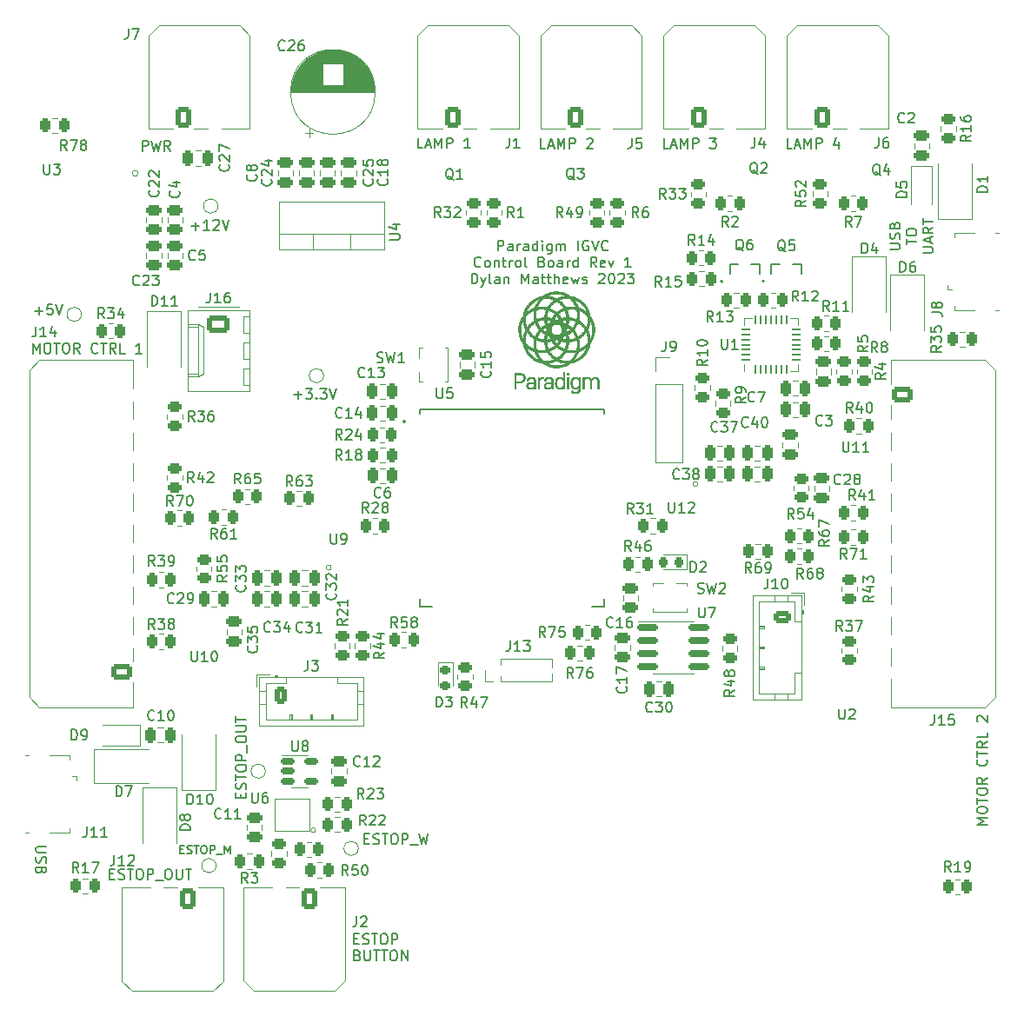
<source format=gto>
G04 #@! TF.GenerationSoftware,KiCad,Pcbnew,(6.0.6)*
G04 #@! TF.CreationDate,2023-04-23T20:46:21-02:30*
G04 #@! TF.ProjectId,ControlBoard,436f6e74-726f-46c4-926f-6172642e6b69,rev?*
G04 #@! TF.SameCoordinates,Original*
G04 #@! TF.FileFunction,Legend,Top*
G04 #@! TF.FilePolarity,Positive*
%FSLAX46Y46*%
G04 Gerber Fmt 4.6, Leading zero omitted, Abs format (unit mm)*
G04 Created by KiCad (PCBNEW (6.0.6)) date 2023-04-23 20:46:21*
%MOMM*%
%LPD*%
G01*
G04 APERTURE LIST*
G04 Aperture macros list*
%AMRoundRect*
0 Rectangle with rounded corners*
0 $1 Rounding radius*
0 $2 $3 $4 $5 $6 $7 $8 $9 X,Y pos of 4 corners*
0 Add a 4 corners polygon primitive as box body*
4,1,4,$2,$3,$4,$5,$6,$7,$8,$9,$2,$3,0*
0 Add four circle primitives for the rounded corners*
1,1,$1+$1,$2,$3*
1,1,$1+$1,$4,$5*
1,1,$1+$1,$6,$7*
1,1,$1+$1,$8,$9*
0 Add four rect primitives between the rounded corners*
20,1,$1+$1,$2,$3,$4,$5,0*
20,1,$1+$1,$4,$5,$6,$7,0*
20,1,$1+$1,$6,$7,$8,$9,0*
20,1,$1+$1,$8,$9,$2,$3,0*%
G04 Aperture macros list end*
%ADD10C,0.150000*%
%ADD11C,0.120000*%
%ADD12C,0.127000*%
%ADD13C,0.200000*%
%ADD14C,0.010000*%
%ADD15RoundRect,0.250000X-0.450000X0.262500X-0.450000X-0.262500X0.450000X-0.262500X0.450000X0.262500X0*%
%ADD16C,0.800000*%
%ADD17C,6.400000*%
%ADD18RoundRect,0.250000X0.262500X0.450000X-0.262500X0.450000X-0.262500X-0.450000X0.262500X-0.450000X0*%
%ADD19RoundRect,0.250000X-0.250000X-0.475000X0.250000X-0.475000X0.250000X0.475000X-0.250000X0.475000X0*%
%ADD20RoundRect,0.250000X0.475000X-0.250000X0.475000X0.250000X-0.475000X0.250000X-0.475000X-0.250000X0*%
%ADD21RoundRect,0.250000X0.250000X0.475000X-0.250000X0.475000X-0.250000X-0.475000X0.250000X-0.475000X0*%
%ADD22RoundRect,0.250000X-0.475000X0.250000X-0.475000X-0.250000X0.475000X-0.250000X0.475000X0.250000X0*%
%ADD23R,1.700000X1.700000*%
%ADD24O,1.700000X1.700000*%
%ADD25RoundRect,0.250000X-0.262500X-0.450000X0.262500X-0.450000X0.262500X0.450000X-0.262500X0.450000X0*%
%ADD26R,1.600000X0.350000*%
%ADD27C,3.000000*%
%ADD28RoundRect,0.250001X-0.499999X-0.759999X0.499999X-0.759999X0.499999X0.759999X-0.499999X0.759999X0*%
%ADD29O,1.500000X2.020000*%
%ADD30RoundRect,0.250000X0.450000X-0.262500X0.450000X0.262500X-0.450000X0.262500X-0.450000X-0.262500X0*%
%ADD31R,1.800000X2.500000*%
%ADD32R,1.600000X1.600000*%
%ADD33C,1.600000*%
%ADD34R,0.800000X0.900000*%
%ADD35R,0.800000X0.550000*%
%ADD36R,0.600000X0.800000*%
%ADD37RoundRect,0.062500X0.062500X-0.337500X0.062500X0.337500X-0.062500X0.337500X-0.062500X-0.337500X0*%
%ADD38RoundRect,0.062500X0.337500X-0.062500X0.337500X0.062500X-0.337500X0.062500X-0.337500X-0.062500X0*%
%ADD39R,3.350000X3.350000*%
%ADD40R,0.550000X0.800000*%
%ADD41C,1.000000*%
%ADD42R,2.500000X1.800000*%
%ADD43RoundRect,0.250001X0.759999X-0.499999X0.759999X0.499999X-0.759999X0.499999X-0.759999X-0.499999X0*%
%ADD44O,2.020000X1.500000*%
%ADD45RoundRect,0.250001X-0.759999X0.499999X-0.759999X-0.499999X0.759999X-0.499999X0.759999X0.499999X0*%
%ADD46R,0.900000X1.700000*%
%ADD47R,0.800000X1.100000*%
%ADD48R,1.350000X0.400000*%
%ADD49R,1.550000X1.200000*%
%ADD50O,1.550000X0.890000*%
%ADD51O,0.950000X1.250000*%
%ADD52R,1.550000X1.500000*%
%ADD53RoundRect,0.250001X0.499999X0.759999X-0.499999X0.759999X-0.499999X-0.759999X0.499999X-0.759999X0*%
%ADD54R,1.500000X0.900000*%
%ADD55R,0.900000X1.500000*%
%ADD56R,0.900000X0.900000*%
%ADD57R,1.700000X0.900000*%
%ADD58R,1.100000X0.800000*%
%ADD59RoundRect,0.250000X-0.845000X0.620000X-0.845000X-0.620000X0.845000X-0.620000X0.845000X0.620000X0*%
%ADD60O,2.190000X1.740000*%
%ADD61C,1.900000*%
%ADD62R,1.300000X1.400000*%
%ADD63RoundRect,0.150000X-0.512500X-0.150000X0.512500X-0.150000X0.512500X0.150000X-0.512500X0.150000X0*%
%ADD64C,1.700000*%
%ADD65R,1.905000X2.000000*%
%ADD66O,1.905000X2.000000*%
%ADD67RoundRect,0.250000X-0.350000X-0.625000X0.350000X-0.625000X0.350000X0.625000X-0.350000X0.625000X0*%
%ADD68O,1.200000X1.750000*%
%ADD69RoundRect,0.250000X-0.625000X0.350000X-0.625000X-0.350000X0.625000X-0.350000X0.625000X0.350000X0*%
%ADD70O,1.750000X1.200000*%
%ADD71RoundRect,0.218750X-0.256250X0.218750X-0.256250X-0.218750X0.256250X-0.218750X0.256250X0.218750X0*%
%ADD72RoundRect,0.218750X0.218750X0.256250X-0.218750X0.256250X-0.218750X-0.256250X0.218750X-0.256250X0*%
%ADD73R,1.400000X1.300000*%
%ADD74R,1.000000X1.000000*%
%ADD75O,1.000000X1.000000*%
%ADD76RoundRect,0.150000X-0.825000X-0.150000X0.825000X-0.150000X0.825000X0.150000X-0.825000X0.150000X0*%
G04 APERTURE END LIST*
D10*
X83127380Y-129728571D02*
X83460714Y-129728571D01*
X83603571Y-130252380D02*
X83127380Y-130252380D01*
X83127380Y-129252380D01*
X83603571Y-129252380D01*
X83984523Y-130204761D02*
X84127380Y-130252380D01*
X84365476Y-130252380D01*
X84460714Y-130204761D01*
X84508333Y-130157142D01*
X84555952Y-130061904D01*
X84555952Y-129966666D01*
X84508333Y-129871428D01*
X84460714Y-129823809D01*
X84365476Y-129776190D01*
X84175000Y-129728571D01*
X84079761Y-129680952D01*
X84032142Y-129633333D01*
X83984523Y-129538095D01*
X83984523Y-129442857D01*
X84032142Y-129347619D01*
X84079761Y-129300000D01*
X84175000Y-129252380D01*
X84413095Y-129252380D01*
X84555952Y-129300000D01*
X84841666Y-129252380D02*
X85413095Y-129252380D01*
X85127380Y-130252380D02*
X85127380Y-129252380D01*
X85936904Y-129252380D02*
X86127380Y-129252380D01*
X86222619Y-129300000D01*
X86317857Y-129395238D01*
X86365476Y-129585714D01*
X86365476Y-129919047D01*
X86317857Y-130109523D01*
X86222619Y-130204761D01*
X86127380Y-130252380D01*
X85936904Y-130252380D01*
X85841666Y-130204761D01*
X85746428Y-130109523D01*
X85698809Y-129919047D01*
X85698809Y-129585714D01*
X85746428Y-129395238D01*
X85841666Y-129300000D01*
X85936904Y-129252380D01*
X86794047Y-130252380D02*
X86794047Y-129252380D01*
X87175000Y-129252380D01*
X87270238Y-129300000D01*
X87317857Y-129347619D01*
X87365476Y-129442857D01*
X87365476Y-129585714D01*
X87317857Y-129680952D01*
X87270238Y-129728571D01*
X87175000Y-129776190D01*
X86794047Y-129776190D01*
X87555952Y-130347619D02*
X88317857Y-130347619D01*
X88460714Y-129252380D02*
X88698809Y-130252380D01*
X88889285Y-129538095D01*
X89079761Y-130252380D01*
X89317857Y-129252380D01*
X50814285Y-82452380D02*
X50814285Y-81452380D01*
X51147619Y-82166666D01*
X51480952Y-81452380D01*
X51480952Y-82452380D01*
X52147619Y-81452380D02*
X52338095Y-81452380D01*
X52433333Y-81500000D01*
X52528571Y-81595238D01*
X52576190Y-81785714D01*
X52576190Y-82119047D01*
X52528571Y-82309523D01*
X52433333Y-82404761D01*
X52338095Y-82452380D01*
X52147619Y-82452380D01*
X52052380Y-82404761D01*
X51957142Y-82309523D01*
X51909523Y-82119047D01*
X51909523Y-81785714D01*
X51957142Y-81595238D01*
X52052380Y-81500000D01*
X52147619Y-81452380D01*
X52861904Y-81452380D02*
X53433333Y-81452380D01*
X53147619Y-82452380D02*
X53147619Y-81452380D01*
X53957142Y-81452380D02*
X54147619Y-81452380D01*
X54242857Y-81500000D01*
X54338095Y-81595238D01*
X54385714Y-81785714D01*
X54385714Y-82119047D01*
X54338095Y-82309523D01*
X54242857Y-82404761D01*
X54147619Y-82452380D01*
X53957142Y-82452380D01*
X53861904Y-82404761D01*
X53766666Y-82309523D01*
X53719047Y-82119047D01*
X53719047Y-81785714D01*
X53766666Y-81595238D01*
X53861904Y-81500000D01*
X53957142Y-81452380D01*
X55385714Y-82452380D02*
X55052380Y-81976190D01*
X54814285Y-82452380D02*
X54814285Y-81452380D01*
X55195238Y-81452380D01*
X55290476Y-81500000D01*
X55338095Y-81547619D01*
X55385714Y-81642857D01*
X55385714Y-81785714D01*
X55338095Y-81880952D01*
X55290476Y-81928571D01*
X55195238Y-81976190D01*
X54814285Y-81976190D01*
X57147619Y-82357142D02*
X57100000Y-82404761D01*
X56957142Y-82452380D01*
X56861904Y-82452380D01*
X56719047Y-82404761D01*
X56623809Y-82309523D01*
X56576190Y-82214285D01*
X56528571Y-82023809D01*
X56528571Y-81880952D01*
X56576190Y-81690476D01*
X56623809Y-81595238D01*
X56719047Y-81500000D01*
X56861904Y-81452380D01*
X56957142Y-81452380D01*
X57100000Y-81500000D01*
X57147619Y-81547619D01*
X57433333Y-81452380D02*
X58004761Y-81452380D01*
X57719047Y-82452380D02*
X57719047Y-81452380D01*
X58909523Y-82452380D02*
X58576190Y-81976190D01*
X58338095Y-82452380D02*
X58338095Y-81452380D01*
X58719047Y-81452380D01*
X58814285Y-81500000D01*
X58861904Y-81547619D01*
X58909523Y-81642857D01*
X58909523Y-81785714D01*
X58861904Y-81880952D01*
X58814285Y-81928571D01*
X58719047Y-81976190D01*
X58338095Y-81976190D01*
X59814285Y-82452380D02*
X59338095Y-82452380D01*
X59338095Y-81452380D01*
X61433333Y-82452380D02*
X60861904Y-82452380D01*
X61147619Y-82452380D02*
X61147619Y-81452380D01*
X61052380Y-81595238D01*
X60957142Y-81690476D01*
X60861904Y-81738095D01*
X143777380Y-128360714D02*
X142777380Y-128360714D01*
X143491666Y-128027380D01*
X142777380Y-127694047D01*
X143777380Y-127694047D01*
X142777380Y-127027380D02*
X142777380Y-126836904D01*
X142825000Y-126741666D01*
X142920238Y-126646428D01*
X143110714Y-126598809D01*
X143444047Y-126598809D01*
X143634523Y-126646428D01*
X143729761Y-126741666D01*
X143777380Y-126836904D01*
X143777380Y-127027380D01*
X143729761Y-127122619D01*
X143634523Y-127217857D01*
X143444047Y-127265476D01*
X143110714Y-127265476D01*
X142920238Y-127217857D01*
X142825000Y-127122619D01*
X142777380Y-127027380D01*
X142777380Y-126313095D02*
X142777380Y-125741666D01*
X143777380Y-126027380D02*
X142777380Y-126027380D01*
X142777380Y-125217857D02*
X142777380Y-125027380D01*
X142825000Y-124932142D01*
X142920238Y-124836904D01*
X143110714Y-124789285D01*
X143444047Y-124789285D01*
X143634523Y-124836904D01*
X143729761Y-124932142D01*
X143777380Y-125027380D01*
X143777380Y-125217857D01*
X143729761Y-125313095D01*
X143634523Y-125408333D01*
X143444047Y-125455952D01*
X143110714Y-125455952D01*
X142920238Y-125408333D01*
X142825000Y-125313095D01*
X142777380Y-125217857D01*
X143777380Y-123789285D02*
X143301190Y-124122619D01*
X143777380Y-124360714D02*
X142777380Y-124360714D01*
X142777380Y-123979761D01*
X142825000Y-123884523D01*
X142872619Y-123836904D01*
X142967857Y-123789285D01*
X143110714Y-123789285D01*
X143205952Y-123836904D01*
X143253571Y-123884523D01*
X143301190Y-123979761D01*
X143301190Y-124360714D01*
X143682142Y-122027380D02*
X143729761Y-122075000D01*
X143777380Y-122217857D01*
X143777380Y-122313095D01*
X143729761Y-122455952D01*
X143634523Y-122551190D01*
X143539285Y-122598809D01*
X143348809Y-122646428D01*
X143205952Y-122646428D01*
X143015476Y-122598809D01*
X142920238Y-122551190D01*
X142825000Y-122455952D01*
X142777380Y-122313095D01*
X142777380Y-122217857D01*
X142825000Y-122075000D01*
X142872619Y-122027380D01*
X142777380Y-121741666D02*
X142777380Y-121170238D01*
X143777380Y-121455952D02*
X142777380Y-121455952D01*
X143777380Y-120265476D02*
X143301190Y-120598809D01*
X143777380Y-120836904D02*
X142777380Y-120836904D01*
X142777380Y-120455952D01*
X142825000Y-120360714D01*
X142872619Y-120313095D01*
X142967857Y-120265476D01*
X143110714Y-120265476D01*
X143205952Y-120313095D01*
X143253571Y-120360714D01*
X143301190Y-120455952D01*
X143301190Y-120836904D01*
X143777380Y-119360714D02*
X143777380Y-119836904D01*
X142777380Y-119836904D01*
X142872619Y-118313095D02*
X142825000Y-118265476D01*
X142777380Y-118170238D01*
X142777380Y-117932142D01*
X142825000Y-117836904D01*
X142872619Y-117789285D01*
X142967857Y-117741666D01*
X143063095Y-117741666D01*
X143205952Y-117789285D01*
X143777380Y-118360714D01*
X143777380Y-117741666D01*
X134292380Y-72311904D02*
X135101904Y-72311904D01*
X135197142Y-72264285D01*
X135244761Y-72216666D01*
X135292380Y-72121428D01*
X135292380Y-71930952D01*
X135244761Y-71835714D01*
X135197142Y-71788095D01*
X135101904Y-71740476D01*
X134292380Y-71740476D01*
X135244761Y-71311904D02*
X135292380Y-71169047D01*
X135292380Y-70930952D01*
X135244761Y-70835714D01*
X135197142Y-70788095D01*
X135101904Y-70740476D01*
X135006666Y-70740476D01*
X134911428Y-70788095D01*
X134863809Y-70835714D01*
X134816190Y-70930952D01*
X134768571Y-71121428D01*
X134720952Y-71216666D01*
X134673333Y-71264285D01*
X134578095Y-71311904D01*
X134482857Y-71311904D01*
X134387619Y-71264285D01*
X134340000Y-71216666D01*
X134292380Y-71121428D01*
X134292380Y-70883333D01*
X134340000Y-70740476D01*
X134768571Y-69978571D02*
X134816190Y-69835714D01*
X134863809Y-69788095D01*
X134959047Y-69740476D01*
X135101904Y-69740476D01*
X135197142Y-69788095D01*
X135244761Y-69835714D01*
X135292380Y-69930952D01*
X135292380Y-70311904D01*
X134292380Y-70311904D01*
X134292380Y-69978571D01*
X134340000Y-69883333D01*
X134387619Y-69835714D01*
X134482857Y-69788095D01*
X134578095Y-69788095D01*
X134673333Y-69835714D01*
X134720952Y-69883333D01*
X134768571Y-69978571D01*
X134768571Y-70311904D01*
X135902380Y-71859523D02*
X135902380Y-71288095D01*
X136902380Y-71573809D02*
X135902380Y-71573809D01*
X135902380Y-70764285D02*
X135902380Y-70573809D01*
X135950000Y-70478571D01*
X136045238Y-70383333D01*
X136235714Y-70335714D01*
X136569047Y-70335714D01*
X136759523Y-70383333D01*
X136854761Y-70478571D01*
X136902380Y-70573809D01*
X136902380Y-70764285D01*
X136854761Y-70859523D01*
X136759523Y-70954761D01*
X136569047Y-71002380D01*
X136235714Y-71002380D01*
X136045238Y-70954761D01*
X135950000Y-70859523D01*
X135902380Y-70764285D01*
X137512380Y-72645238D02*
X138321904Y-72645238D01*
X138417142Y-72597619D01*
X138464761Y-72550000D01*
X138512380Y-72454761D01*
X138512380Y-72264285D01*
X138464761Y-72169047D01*
X138417142Y-72121428D01*
X138321904Y-72073809D01*
X137512380Y-72073809D01*
X138226666Y-71645238D02*
X138226666Y-71169047D01*
X138512380Y-71740476D02*
X137512380Y-71407142D01*
X138512380Y-71073809D01*
X138512380Y-70169047D02*
X138036190Y-70502380D01*
X138512380Y-70740476D02*
X137512380Y-70740476D01*
X137512380Y-70359523D01*
X137560000Y-70264285D01*
X137607619Y-70216666D01*
X137702857Y-70169047D01*
X137845714Y-70169047D01*
X137940952Y-70216666D01*
X137988571Y-70264285D01*
X138036190Y-70359523D01*
X138036190Y-70740476D01*
X137512380Y-69883333D02*
X137512380Y-69311904D01*
X138512380Y-69597619D02*
X137512380Y-69597619D01*
X52122619Y-130488095D02*
X51313095Y-130488095D01*
X51217857Y-130535714D01*
X51170238Y-130583333D01*
X51122619Y-130678571D01*
X51122619Y-130869047D01*
X51170238Y-130964285D01*
X51217857Y-131011904D01*
X51313095Y-131059523D01*
X52122619Y-131059523D01*
X51170238Y-131488095D02*
X51122619Y-131630952D01*
X51122619Y-131869047D01*
X51170238Y-131964285D01*
X51217857Y-132011904D01*
X51313095Y-132059523D01*
X51408333Y-132059523D01*
X51503571Y-132011904D01*
X51551190Y-131964285D01*
X51598809Y-131869047D01*
X51646428Y-131678571D01*
X51694047Y-131583333D01*
X51741666Y-131535714D01*
X51836904Y-131488095D01*
X51932142Y-131488095D01*
X52027380Y-131535714D01*
X52075000Y-131583333D01*
X52122619Y-131678571D01*
X52122619Y-131916666D01*
X52075000Y-132059523D01*
X51646428Y-132821428D02*
X51598809Y-132964285D01*
X51551190Y-133011904D01*
X51455952Y-133059523D01*
X51313095Y-133059523D01*
X51217857Y-133011904D01*
X51170238Y-132964285D01*
X51122619Y-132869047D01*
X51122619Y-132488095D01*
X52122619Y-132488095D01*
X52122619Y-132821428D01*
X52075000Y-132916666D01*
X52027380Y-132964285D01*
X51932142Y-133011904D01*
X51836904Y-133011904D01*
X51741666Y-132964285D01*
X51694047Y-132916666D01*
X51646428Y-132821428D01*
X51646428Y-132488095D01*
X112752380Y-62477380D02*
X112276190Y-62477380D01*
X112276190Y-61477380D01*
X113038095Y-62191666D02*
X113514285Y-62191666D01*
X112942857Y-62477380D02*
X113276190Y-61477380D01*
X113609523Y-62477380D01*
X113942857Y-62477380D02*
X113942857Y-61477380D01*
X114276190Y-62191666D01*
X114609523Y-61477380D01*
X114609523Y-62477380D01*
X115085714Y-62477380D02*
X115085714Y-61477380D01*
X115466666Y-61477380D01*
X115561904Y-61525000D01*
X115609523Y-61572619D01*
X115657142Y-61667857D01*
X115657142Y-61810714D01*
X115609523Y-61905952D01*
X115561904Y-61953571D01*
X115466666Y-62001190D01*
X115085714Y-62001190D01*
X116752380Y-61477380D02*
X117371428Y-61477380D01*
X117038095Y-61858333D01*
X117180952Y-61858333D01*
X117276190Y-61905952D01*
X117323809Y-61953571D01*
X117371428Y-62048809D01*
X117371428Y-62286904D01*
X117323809Y-62382142D01*
X117276190Y-62429761D01*
X117180952Y-62477380D01*
X116895238Y-62477380D01*
X116800000Y-62429761D01*
X116752380Y-62382142D01*
X66263095Y-70046428D02*
X67025000Y-70046428D01*
X66644047Y-70427380D02*
X66644047Y-69665476D01*
X68025000Y-70427380D02*
X67453571Y-70427380D01*
X67739285Y-70427380D02*
X67739285Y-69427380D01*
X67644047Y-69570238D01*
X67548809Y-69665476D01*
X67453571Y-69713095D01*
X68405952Y-69522619D02*
X68453571Y-69475000D01*
X68548809Y-69427380D01*
X68786904Y-69427380D01*
X68882142Y-69475000D01*
X68929761Y-69522619D01*
X68977380Y-69617857D01*
X68977380Y-69713095D01*
X68929761Y-69855952D01*
X68358333Y-70427380D01*
X68977380Y-70427380D01*
X69263095Y-69427380D02*
X69596428Y-70427380D01*
X69929761Y-69427380D01*
X61491666Y-62727380D02*
X61491666Y-61727380D01*
X61872619Y-61727380D01*
X61967857Y-61775000D01*
X62015476Y-61822619D01*
X62063095Y-61917857D01*
X62063095Y-62060714D01*
X62015476Y-62155952D01*
X61967857Y-62203571D01*
X61872619Y-62251190D01*
X61491666Y-62251190D01*
X62396428Y-61727380D02*
X62634523Y-62727380D01*
X62825000Y-62013095D01*
X63015476Y-62727380D01*
X63253571Y-61727380D01*
X64205952Y-62727380D02*
X63872619Y-62251190D01*
X63634523Y-62727380D02*
X63634523Y-61727380D01*
X64015476Y-61727380D01*
X64110714Y-61775000D01*
X64158333Y-61822619D01*
X64205952Y-61917857D01*
X64205952Y-62060714D01*
X64158333Y-62155952D01*
X64110714Y-62203571D01*
X64015476Y-62251190D01*
X63634523Y-62251190D01*
X76250000Y-86496428D02*
X77011904Y-86496428D01*
X76630952Y-86877380D02*
X76630952Y-86115476D01*
X77392857Y-85877380D02*
X78011904Y-85877380D01*
X77678571Y-86258333D01*
X77821428Y-86258333D01*
X77916666Y-86305952D01*
X77964285Y-86353571D01*
X78011904Y-86448809D01*
X78011904Y-86686904D01*
X77964285Y-86782142D01*
X77916666Y-86829761D01*
X77821428Y-86877380D01*
X77535714Y-86877380D01*
X77440476Y-86829761D01*
X77392857Y-86782142D01*
X78440476Y-86782142D02*
X78488095Y-86829761D01*
X78440476Y-86877380D01*
X78392857Y-86829761D01*
X78440476Y-86782142D01*
X78440476Y-86877380D01*
X78821428Y-85877380D02*
X79440476Y-85877380D01*
X79107142Y-86258333D01*
X79250000Y-86258333D01*
X79345238Y-86305952D01*
X79392857Y-86353571D01*
X79440476Y-86448809D01*
X79440476Y-86686904D01*
X79392857Y-86782142D01*
X79345238Y-86829761D01*
X79250000Y-86877380D01*
X78964285Y-86877380D01*
X78869047Y-86829761D01*
X78821428Y-86782142D01*
X79726190Y-85877380D02*
X80059523Y-86877380D01*
X80392857Y-85877380D01*
X96116666Y-72442380D02*
X96116666Y-71442380D01*
X96497619Y-71442380D01*
X96592857Y-71490000D01*
X96640476Y-71537619D01*
X96688095Y-71632857D01*
X96688095Y-71775714D01*
X96640476Y-71870952D01*
X96592857Y-71918571D01*
X96497619Y-71966190D01*
X96116666Y-71966190D01*
X97545238Y-72442380D02*
X97545238Y-71918571D01*
X97497619Y-71823333D01*
X97402380Y-71775714D01*
X97211904Y-71775714D01*
X97116666Y-71823333D01*
X97545238Y-72394761D02*
X97450000Y-72442380D01*
X97211904Y-72442380D01*
X97116666Y-72394761D01*
X97069047Y-72299523D01*
X97069047Y-72204285D01*
X97116666Y-72109047D01*
X97211904Y-72061428D01*
X97450000Y-72061428D01*
X97545238Y-72013809D01*
X98021428Y-72442380D02*
X98021428Y-71775714D01*
X98021428Y-71966190D02*
X98069047Y-71870952D01*
X98116666Y-71823333D01*
X98211904Y-71775714D01*
X98307142Y-71775714D01*
X99069047Y-72442380D02*
X99069047Y-71918571D01*
X99021428Y-71823333D01*
X98926190Y-71775714D01*
X98735714Y-71775714D01*
X98640476Y-71823333D01*
X99069047Y-72394761D02*
X98973809Y-72442380D01*
X98735714Y-72442380D01*
X98640476Y-72394761D01*
X98592857Y-72299523D01*
X98592857Y-72204285D01*
X98640476Y-72109047D01*
X98735714Y-72061428D01*
X98973809Y-72061428D01*
X99069047Y-72013809D01*
X99973809Y-72442380D02*
X99973809Y-71442380D01*
X99973809Y-72394761D02*
X99878571Y-72442380D01*
X99688095Y-72442380D01*
X99592857Y-72394761D01*
X99545238Y-72347142D01*
X99497619Y-72251904D01*
X99497619Y-71966190D01*
X99545238Y-71870952D01*
X99592857Y-71823333D01*
X99688095Y-71775714D01*
X99878571Y-71775714D01*
X99973809Y-71823333D01*
X100450000Y-72442380D02*
X100450000Y-71775714D01*
X100450000Y-71442380D02*
X100402380Y-71490000D01*
X100450000Y-71537619D01*
X100497619Y-71490000D01*
X100450000Y-71442380D01*
X100450000Y-71537619D01*
X101354761Y-71775714D02*
X101354761Y-72585238D01*
X101307142Y-72680476D01*
X101259523Y-72728095D01*
X101164285Y-72775714D01*
X101021428Y-72775714D01*
X100926190Y-72728095D01*
X101354761Y-72394761D02*
X101259523Y-72442380D01*
X101069047Y-72442380D01*
X100973809Y-72394761D01*
X100926190Y-72347142D01*
X100878571Y-72251904D01*
X100878571Y-71966190D01*
X100926190Y-71870952D01*
X100973809Y-71823333D01*
X101069047Y-71775714D01*
X101259523Y-71775714D01*
X101354761Y-71823333D01*
X101830952Y-72442380D02*
X101830952Y-71775714D01*
X101830952Y-71870952D02*
X101878571Y-71823333D01*
X101973809Y-71775714D01*
X102116666Y-71775714D01*
X102211904Y-71823333D01*
X102259523Y-71918571D01*
X102259523Y-72442380D01*
X102259523Y-71918571D02*
X102307142Y-71823333D01*
X102402380Y-71775714D01*
X102545238Y-71775714D01*
X102640476Y-71823333D01*
X102688095Y-71918571D01*
X102688095Y-72442380D01*
X103926190Y-72442380D02*
X103926190Y-71442380D01*
X104926190Y-71490000D02*
X104830952Y-71442380D01*
X104688095Y-71442380D01*
X104545238Y-71490000D01*
X104450000Y-71585238D01*
X104402380Y-71680476D01*
X104354761Y-71870952D01*
X104354761Y-72013809D01*
X104402380Y-72204285D01*
X104450000Y-72299523D01*
X104545238Y-72394761D01*
X104688095Y-72442380D01*
X104783333Y-72442380D01*
X104926190Y-72394761D01*
X104973809Y-72347142D01*
X104973809Y-72013809D01*
X104783333Y-72013809D01*
X105259523Y-71442380D02*
X105592857Y-72442380D01*
X105926190Y-71442380D01*
X106830952Y-72347142D02*
X106783333Y-72394761D01*
X106640476Y-72442380D01*
X106545238Y-72442380D01*
X106402380Y-72394761D01*
X106307142Y-72299523D01*
X106259523Y-72204285D01*
X106211904Y-72013809D01*
X106211904Y-71870952D01*
X106259523Y-71680476D01*
X106307142Y-71585238D01*
X106402380Y-71490000D01*
X106545238Y-71442380D01*
X106640476Y-71442380D01*
X106783333Y-71490000D01*
X106830952Y-71537619D01*
X94450000Y-73957142D02*
X94402380Y-74004761D01*
X94259523Y-74052380D01*
X94164285Y-74052380D01*
X94021428Y-74004761D01*
X93926190Y-73909523D01*
X93878571Y-73814285D01*
X93830952Y-73623809D01*
X93830952Y-73480952D01*
X93878571Y-73290476D01*
X93926190Y-73195238D01*
X94021428Y-73100000D01*
X94164285Y-73052380D01*
X94259523Y-73052380D01*
X94402380Y-73100000D01*
X94450000Y-73147619D01*
X95021428Y-74052380D02*
X94926190Y-74004761D01*
X94878571Y-73957142D01*
X94830952Y-73861904D01*
X94830952Y-73576190D01*
X94878571Y-73480952D01*
X94926190Y-73433333D01*
X95021428Y-73385714D01*
X95164285Y-73385714D01*
X95259523Y-73433333D01*
X95307142Y-73480952D01*
X95354761Y-73576190D01*
X95354761Y-73861904D01*
X95307142Y-73957142D01*
X95259523Y-74004761D01*
X95164285Y-74052380D01*
X95021428Y-74052380D01*
X95783333Y-73385714D02*
X95783333Y-74052380D01*
X95783333Y-73480952D02*
X95830952Y-73433333D01*
X95926190Y-73385714D01*
X96069047Y-73385714D01*
X96164285Y-73433333D01*
X96211904Y-73528571D01*
X96211904Y-74052380D01*
X96545238Y-73385714D02*
X96926190Y-73385714D01*
X96688095Y-73052380D02*
X96688095Y-73909523D01*
X96735714Y-74004761D01*
X96830952Y-74052380D01*
X96926190Y-74052380D01*
X97259523Y-74052380D02*
X97259523Y-73385714D01*
X97259523Y-73576190D02*
X97307142Y-73480952D01*
X97354761Y-73433333D01*
X97450000Y-73385714D01*
X97545238Y-73385714D01*
X98021428Y-74052380D02*
X97926190Y-74004761D01*
X97878571Y-73957142D01*
X97830952Y-73861904D01*
X97830952Y-73576190D01*
X97878571Y-73480952D01*
X97926190Y-73433333D01*
X98021428Y-73385714D01*
X98164285Y-73385714D01*
X98259523Y-73433333D01*
X98307142Y-73480952D01*
X98354761Y-73576190D01*
X98354761Y-73861904D01*
X98307142Y-73957142D01*
X98259523Y-74004761D01*
X98164285Y-74052380D01*
X98021428Y-74052380D01*
X98926190Y-74052380D02*
X98830952Y-74004761D01*
X98783333Y-73909523D01*
X98783333Y-73052380D01*
X100402380Y-73528571D02*
X100545238Y-73576190D01*
X100592857Y-73623809D01*
X100640476Y-73719047D01*
X100640476Y-73861904D01*
X100592857Y-73957142D01*
X100545238Y-74004761D01*
X100450000Y-74052380D01*
X100069047Y-74052380D01*
X100069047Y-73052380D01*
X100402380Y-73052380D01*
X100497619Y-73100000D01*
X100545238Y-73147619D01*
X100592857Y-73242857D01*
X100592857Y-73338095D01*
X100545238Y-73433333D01*
X100497619Y-73480952D01*
X100402380Y-73528571D01*
X100069047Y-73528571D01*
X101211904Y-74052380D02*
X101116666Y-74004761D01*
X101069047Y-73957142D01*
X101021428Y-73861904D01*
X101021428Y-73576190D01*
X101069047Y-73480952D01*
X101116666Y-73433333D01*
X101211904Y-73385714D01*
X101354761Y-73385714D01*
X101450000Y-73433333D01*
X101497619Y-73480952D01*
X101545238Y-73576190D01*
X101545238Y-73861904D01*
X101497619Y-73957142D01*
X101450000Y-74004761D01*
X101354761Y-74052380D01*
X101211904Y-74052380D01*
X102402380Y-74052380D02*
X102402380Y-73528571D01*
X102354761Y-73433333D01*
X102259523Y-73385714D01*
X102069047Y-73385714D01*
X101973809Y-73433333D01*
X102402380Y-74004761D02*
X102307142Y-74052380D01*
X102069047Y-74052380D01*
X101973809Y-74004761D01*
X101926190Y-73909523D01*
X101926190Y-73814285D01*
X101973809Y-73719047D01*
X102069047Y-73671428D01*
X102307142Y-73671428D01*
X102402380Y-73623809D01*
X102878571Y-74052380D02*
X102878571Y-73385714D01*
X102878571Y-73576190D02*
X102926190Y-73480952D01*
X102973809Y-73433333D01*
X103069047Y-73385714D01*
X103164285Y-73385714D01*
X103926190Y-74052380D02*
X103926190Y-73052380D01*
X103926190Y-74004761D02*
X103830952Y-74052380D01*
X103640476Y-74052380D01*
X103545238Y-74004761D01*
X103497619Y-73957142D01*
X103450000Y-73861904D01*
X103450000Y-73576190D01*
X103497619Y-73480952D01*
X103545238Y-73433333D01*
X103640476Y-73385714D01*
X103830952Y-73385714D01*
X103926190Y-73433333D01*
X105735714Y-74052380D02*
X105402380Y-73576190D01*
X105164285Y-74052380D02*
X105164285Y-73052380D01*
X105545238Y-73052380D01*
X105640476Y-73100000D01*
X105688095Y-73147619D01*
X105735714Y-73242857D01*
X105735714Y-73385714D01*
X105688095Y-73480952D01*
X105640476Y-73528571D01*
X105545238Y-73576190D01*
X105164285Y-73576190D01*
X106545238Y-74004761D02*
X106450000Y-74052380D01*
X106259523Y-74052380D01*
X106164285Y-74004761D01*
X106116666Y-73909523D01*
X106116666Y-73528571D01*
X106164285Y-73433333D01*
X106259523Y-73385714D01*
X106450000Y-73385714D01*
X106545238Y-73433333D01*
X106592857Y-73528571D01*
X106592857Y-73623809D01*
X106116666Y-73719047D01*
X106926190Y-73385714D02*
X107164285Y-74052380D01*
X107402380Y-73385714D01*
X109069047Y-74052380D02*
X108497619Y-74052380D01*
X108783333Y-74052380D02*
X108783333Y-73052380D01*
X108688095Y-73195238D01*
X108592857Y-73290476D01*
X108497619Y-73338095D01*
X93569047Y-75662380D02*
X93569047Y-74662380D01*
X93807142Y-74662380D01*
X93949999Y-74710000D01*
X94045238Y-74805238D01*
X94092857Y-74900476D01*
X94140476Y-75090952D01*
X94140476Y-75233809D01*
X94092857Y-75424285D01*
X94045238Y-75519523D01*
X93949999Y-75614761D01*
X93807142Y-75662380D01*
X93569047Y-75662380D01*
X94473809Y-74995714D02*
X94711904Y-75662380D01*
X94949999Y-74995714D02*
X94711904Y-75662380D01*
X94616666Y-75900476D01*
X94569047Y-75948095D01*
X94473809Y-75995714D01*
X95473809Y-75662380D02*
X95378571Y-75614761D01*
X95330952Y-75519523D01*
X95330952Y-74662380D01*
X96283333Y-75662380D02*
X96283333Y-75138571D01*
X96235714Y-75043333D01*
X96140476Y-74995714D01*
X95949999Y-74995714D01*
X95854761Y-75043333D01*
X96283333Y-75614761D02*
X96188095Y-75662380D01*
X95949999Y-75662380D01*
X95854761Y-75614761D01*
X95807142Y-75519523D01*
X95807142Y-75424285D01*
X95854761Y-75329047D01*
X95949999Y-75281428D01*
X96188095Y-75281428D01*
X96283333Y-75233809D01*
X96759523Y-74995714D02*
X96759523Y-75662380D01*
X96759523Y-75090952D02*
X96807142Y-75043333D01*
X96902380Y-74995714D01*
X97045238Y-74995714D01*
X97140476Y-75043333D01*
X97188095Y-75138571D01*
X97188095Y-75662380D01*
X98426190Y-75662380D02*
X98426190Y-74662380D01*
X98759523Y-75376666D01*
X99092857Y-74662380D01*
X99092857Y-75662380D01*
X99997619Y-75662380D02*
X99997619Y-75138571D01*
X99950000Y-75043333D01*
X99854761Y-74995714D01*
X99664285Y-74995714D01*
X99569047Y-75043333D01*
X99997619Y-75614761D02*
X99902380Y-75662380D01*
X99664285Y-75662380D01*
X99569047Y-75614761D01*
X99521428Y-75519523D01*
X99521428Y-75424285D01*
X99569047Y-75329047D01*
X99664285Y-75281428D01*
X99902380Y-75281428D01*
X99997619Y-75233809D01*
X100330952Y-74995714D02*
X100711904Y-74995714D01*
X100473809Y-74662380D02*
X100473809Y-75519523D01*
X100521428Y-75614761D01*
X100616666Y-75662380D01*
X100711904Y-75662380D01*
X100902380Y-74995714D02*
X101283333Y-74995714D01*
X101045238Y-74662380D02*
X101045238Y-75519523D01*
X101092857Y-75614761D01*
X101188095Y-75662380D01*
X101283333Y-75662380D01*
X101616666Y-75662380D02*
X101616666Y-74662380D01*
X102045238Y-75662380D02*
X102045238Y-75138571D01*
X101997619Y-75043333D01*
X101902380Y-74995714D01*
X101759523Y-74995714D01*
X101664285Y-75043333D01*
X101616666Y-75090952D01*
X102902380Y-75614761D02*
X102807142Y-75662380D01*
X102616666Y-75662380D01*
X102521428Y-75614761D01*
X102473809Y-75519523D01*
X102473809Y-75138571D01*
X102521428Y-75043333D01*
X102616666Y-74995714D01*
X102807142Y-74995714D01*
X102902380Y-75043333D01*
X102949999Y-75138571D01*
X102949999Y-75233809D01*
X102473809Y-75329047D01*
X103283333Y-74995714D02*
X103473809Y-75662380D01*
X103664285Y-75186190D01*
X103854761Y-75662380D01*
X104045238Y-74995714D01*
X104378571Y-75614761D02*
X104473809Y-75662380D01*
X104664285Y-75662380D01*
X104759523Y-75614761D01*
X104807142Y-75519523D01*
X104807142Y-75471904D01*
X104759523Y-75376666D01*
X104664285Y-75329047D01*
X104521428Y-75329047D01*
X104426190Y-75281428D01*
X104378571Y-75186190D01*
X104378571Y-75138571D01*
X104426190Y-75043333D01*
X104521428Y-74995714D01*
X104664285Y-74995714D01*
X104759523Y-75043333D01*
X105949999Y-74757619D02*
X105997619Y-74710000D01*
X106092857Y-74662380D01*
X106330952Y-74662380D01*
X106426190Y-74710000D01*
X106473809Y-74757619D01*
X106521428Y-74852857D01*
X106521428Y-74948095D01*
X106473809Y-75090952D01*
X105902380Y-75662380D01*
X106521428Y-75662380D01*
X107140476Y-74662380D02*
X107235714Y-74662380D01*
X107330952Y-74710000D01*
X107378571Y-74757619D01*
X107426190Y-74852857D01*
X107473809Y-75043333D01*
X107473809Y-75281428D01*
X107426190Y-75471904D01*
X107378571Y-75567142D01*
X107330952Y-75614761D01*
X107235714Y-75662380D01*
X107140476Y-75662380D01*
X107045238Y-75614761D01*
X106997619Y-75567142D01*
X106949999Y-75471904D01*
X106902380Y-75281428D01*
X106902380Y-75043333D01*
X106949999Y-74852857D01*
X106997619Y-74757619D01*
X107045238Y-74710000D01*
X107140476Y-74662380D01*
X107854761Y-74757619D02*
X107902380Y-74710000D01*
X107997619Y-74662380D01*
X108235714Y-74662380D01*
X108330952Y-74710000D01*
X108378571Y-74757619D01*
X108426190Y-74852857D01*
X108426190Y-74948095D01*
X108378571Y-75090952D01*
X107807142Y-75662380D01*
X108426190Y-75662380D01*
X108759523Y-74662380D02*
X109378571Y-74662380D01*
X109045238Y-75043333D01*
X109188095Y-75043333D01*
X109283333Y-75090952D01*
X109330952Y-75138571D01*
X109378571Y-75233809D01*
X109378571Y-75471904D01*
X109330952Y-75567142D01*
X109283333Y-75614761D01*
X109188095Y-75662380D01*
X108902380Y-75662380D01*
X108807142Y-75614761D01*
X108759523Y-75567142D01*
X71078571Y-125754761D02*
X71078571Y-125421428D01*
X71602380Y-125278571D02*
X71602380Y-125754761D01*
X70602380Y-125754761D01*
X70602380Y-125278571D01*
X71554761Y-124897619D02*
X71602380Y-124754761D01*
X71602380Y-124516666D01*
X71554761Y-124421428D01*
X71507142Y-124373809D01*
X71411904Y-124326190D01*
X71316666Y-124326190D01*
X71221428Y-124373809D01*
X71173809Y-124421428D01*
X71126190Y-124516666D01*
X71078571Y-124707142D01*
X71030952Y-124802380D01*
X70983333Y-124850000D01*
X70888095Y-124897619D01*
X70792857Y-124897619D01*
X70697619Y-124850000D01*
X70650000Y-124802380D01*
X70602380Y-124707142D01*
X70602380Y-124469047D01*
X70650000Y-124326190D01*
X70602380Y-124040476D02*
X70602380Y-123469047D01*
X71602380Y-123754761D02*
X70602380Y-123754761D01*
X70602380Y-122945238D02*
X70602380Y-122754761D01*
X70650000Y-122659523D01*
X70745238Y-122564285D01*
X70935714Y-122516666D01*
X71269047Y-122516666D01*
X71459523Y-122564285D01*
X71554761Y-122659523D01*
X71602380Y-122754761D01*
X71602380Y-122945238D01*
X71554761Y-123040476D01*
X71459523Y-123135714D01*
X71269047Y-123183333D01*
X70935714Y-123183333D01*
X70745238Y-123135714D01*
X70650000Y-123040476D01*
X70602380Y-122945238D01*
X71602380Y-122088095D02*
X70602380Y-122088095D01*
X70602380Y-121707142D01*
X70650000Y-121611904D01*
X70697619Y-121564285D01*
X70792857Y-121516666D01*
X70935714Y-121516666D01*
X71030952Y-121564285D01*
X71078571Y-121611904D01*
X71126190Y-121707142D01*
X71126190Y-122088095D01*
X71697619Y-121326190D02*
X71697619Y-120564285D01*
X70602380Y-120135714D02*
X70602380Y-119945238D01*
X70650000Y-119850000D01*
X70745238Y-119754761D01*
X70935714Y-119707142D01*
X71269047Y-119707142D01*
X71459523Y-119754761D01*
X71554761Y-119850000D01*
X71602380Y-119945238D01*
X71602380Y-120135714D01*
X71554761Y-120230952D01*
X71459523Y-120326190D01*
X71269047Y-120373809D01*
X70935714Y-120373809D01*
X70745238Y-120326190D01*
X70650000Y-120230952D01*
X70602380Y-120135714D01*
X70602380Y-119278571D02*
X71411904Y-119278571D01*
X71507142Y-119230952D01*
X71554761Y-119183333D01*
X71602380Y-119088095D01*
X71602380Y-118897619D01*
X71554761Y-118802380D01*
X71507142Y-118754761D01*
X71411904Y-118707142D01*
X70602380Y-118707142D01*
X70602380Y-118373809D02*
X70602380Y-117802380D01*
X71602380Y-118088095D02*
X70602380Y-118088095D01*
X65161904Y-130767857D02*
X65428571Y-130767857D01*
X65542857Y-131186904D02*
X65161904Y-131186904D01*
X65161904Y-130386904D01*
X65542857Y-130386904D01*
X65847619Y-131148809D02*
X65961904Y-131186904D01*
X66152380Y-131186904D01*
X66228571Y-131148809D01*
X66266666Y-131110714D01*
X66304761Y-131034523D01*
X66304761Y-130958333D01*
X66266666Y-130882142D01*
X66228571Y-130844047D01*
X66152380Y-130805952D01*
X66000000Y-130767857D01*
X65923809Y-130729761D01*
X65885714Y-130691666D01*
X65847619Y-130615476D01*
X65847619Y-130539285D01*
X65885714Y-130463095D01*
X65923809Y-130425000D01*
X66000000Y-130386904D01*
X66190476Y-130386904D01*
X66304761Y-130425000D01*
X66533333Y-130386904D02*
X66990476Y-130386904D01*
X66761904Y-131186904D02*
X66761904Y-130386904D01*
X67409523Y-130386904D02*
X67561904Y-130386904D01*
X67638095Y-130425000D01*
X67714285Y-130501190D01*
X67752380Y-130653571D01*
X67752380Y-130920238D01*
X67714285Y-131072619D01*
X67638095Y-131148809D01*
X67561904Y-131186904D01*
X67409523Y-131186904D01*
X67333333Y-131148809D01*
X67257142Y-131072619D01*
X67219047Y-130920238D01*
X67219047Y-130653571D01*
X67257142Y-130501190D01*
X67333333Y-130425000D01*
X67409523Y-130386904D01*
X68095238Y-131186904D02*
X68095238Y-130386904D01*
X68400000Y-130386904D01*
X68476190Y-130425000D01*
X68514285Y-130463095D01*
X68552380Y-130539285D01*
X68552380Y-130653571D01*
X68514285Y-130729761D01*
X68476190Y-130767857D01*
X68400000Y-130805952D01*
X68095238Y-130805952D01*
X68704761Y-131263095D02*
X69314285Y-131263095D01*
X69504761Y-131186904D02*
X69504761Y-130386904D01*
X69771428Y-130958333D01*
X70038095Y-130386904D01*
X70038095Y-131186904D01*
X88802380Y-62452380D02*
X88326190Y-62452380D01*
X88326190Y-61452380D01*
X89088095Y-62166666D02*
X89564285Y-62166666D01*
X88992857Y-62452380D02*
X89326190Y-61452380D01*
X89659523Y-62452380D01*
X89992857Y-62452380D02*
X89992857Y-61452380D01*
X90326190Y-62166666D01*
X90659523Y-61452380D01*
X90659523Y-62452380D01*
X91135714Y-62452380D02*
X91135714Y-61452380D01*
X91516666Y-61452380D01*
X91611904Y-61500000D01*
X91659523Y-61547619D01*
X91707142Y-61642857D01*
X91707142Y-61785714D01*
X91659523Y-61880952D01*
X91611904Y-61928571D01*
X91516666Y-61976190D01*
X91135714Y-61976190D01*
X93421428Y-62452380D02*
X92850000Y-62452380D01*
X93135714Y-62452380D02*
X93135714Y-61452380D01*
X93040476Y-61595238D01*
X92945238Y-61690476D01*
X92850000Y-61738095D01*
X58320238Y-133153571D02*
X58653571Y-133153571D01*
X58796428Y-133677380D02*
X58320238Y-133677380D01*
X58320238Y-132677380D01*
X58796428Y-132677380D01*
X59177380Y-133629761D02*
X59320238Y-133677380D01*
X59558333Y-133677380D01*
X59653571Y-133629761D01*
X59701190Y-133582142D01*
X59748809Y-133486904D01*
X59748809Y-133391666D01*
X59701190Y-133296428D01*
X59653571Y-133248809D01*
X59558333Y-133201190D01*
X59367857Y-133153571D01*
X59272619Y-133105952D01*
X59225000Y-133058333D01*
X59177380Y-132963095D01*
X59177380Y-132867857D01*
X59225000Y-132772619D01*
X59272619Y-132725000D01*
X59367857Y-132677380D01*
X59605952Y-132677380D01*
X59748809Y-132725000D01*
X60034523Y-132677380D02*
X60605952Y-132677380D01*
X60320238Y-133677380D02*
X60320238Y-132677380D01*
X61129761Y-132677380D02*
X61320238Y-132677380D01*
X61415476Y-132725000D01*
X61510714Y-132820238D01*
X61558333Y-133010714D01*
X61558333Y-133344047D01*
X61510714Y-133534523D01*
X61415476Y-133629761D01*
X61320238Y-133677380D01*
X61129761Y-133677380D01*
X61034523Y-133629761D01*
X60939285Y-133534523D01*
X60891666Y-133344047D01*
X60891666Y-133010714D01*
X60939285Y-132820238D01*
X61034523Y-132725000D01*
X61129761Y-132677380D01*
X61986904Y-133677380D02*
X61986904Y-132677380D01*
X62367857Y-132677380D01*
X62463095Y-132725000D01*
X62510714Y-132772619D01*
X62558333Y-132867857D01*
X62558333Y-133010714D01*
X62510714Y-133105952D01*
X62463095Y-133153571D01*
X62367857Y-133201190D01*
X61986904Y-133201190D01*
X62748809Y-133772619D02*
X63510714Y-133772619D01*
X63939285Y-132677380D02*
X64129761Y-132677380D01*
X64225000Y-132725000D01*
X64320238Y-132820238D01*
X64367857Y-133010714D01*
X64367857Y-133344047D01*
X64320238Y-133534523D01*
X64225000Y-133629761D01*
X64129761Y-133677380D01*
X63939285Y-133677380D01*
X63844047Y-133629761D01*
X63748809Y-133534523D01*
X63701190Y-133344047D01*
X63701190Y-133010714D01*
X63748809Y-132820238D01*
X63844047Y-132725000D01*
X63939285Y-132677380D01*
X64796428Y-132677380D02*
X64796428Y-133486904D01*
X64844047Y-133582142D01*
X64891666Y-133629761D01*
X64986904Y-133677380D01*
X65177380Y-133677380D01*
X65272619Y-133629761D01*
X65320238Y-133582142D01*
X65367857Y-133486904D01*
X65367857Y-132677380D01*
X65701190Y-132677380D02*
X66272619Y-132677380D01*
X65986904Y-133677380D02*
X65986904Y-132677380D01*
X124777380Y-62477380D02*
X124301190Y-62477380D01*
X124301190Y-61477380D01*
X125063095Y-62191666D02*
X125539285Y-62191666D01*
X124967857Y-62477380D02*
X125301190Y-61477380D01*
X125634523Y-62477380D01*
X125967857Y-62477380D02*
X125967857Y-61477380D01*
X126301190Y-62191666D01*
X126634523Y-61477380D01*
X126634523Y-62477380D01*
X127110714Y-62477380D02*
X127110714Y-61477380D01*
X127491666Y-61477380D01*
X127586904Y-61525000D01*
X127634523Y-61572619D01*
X127682142Y-61667857D01*
X127682142Y-61810714D01*
X127634523Y-61905952D01*
X127586904Y-61953571D01*
X127491666Y-62001190D01*
X127110714Y-62001190D01*
X129301190Y-61810714D02*
X129301190Y-62477380D01*
X129063095Y-61429761D02*
X128825000Y-62144047D01*
X129444047Y-62144047D01*
X100752380Y-62502380D02*
X100276190Y-62502380D01*
X100276190Y-61502380D01*
X101038095Y-62216666D02*
X101514285Y-62216666D01*
X100942857Y-62502380D02*
X101276190Y-61502380D01*
X101609523Y-62502380D01*
X101942857Y-62502380D02*
X101942857Y-61502380D01*
X102276190Y-62216666D01*
X102609523Y-61502380D01*
X102609523Y-62502380D01*
X103085714Y-62502380D02*
X103085714Y-61502380D01*
X103466666Y-61502380D01*
X103561904Y-61550000D01*
X103609523Y-61597619D01*
X103657142Y-61692857D01*
X103657142Y-61835714D01*
X103609523Y-61930952D01*
X103561904Y-61978571D01*
X103466666Y-62026190D01*
X103085714Y-62026190D01*
X104800000Y-61597619D02*
X104847619Y-61550000D01*
X104942857Y-61502380D01*
X105180952Y-61502380D01*
X105276190Y-61550000D01*
X105323809Y-61597619D01*
X105371428Y-61692857D01*
X105371428Y-61788095D01*
X105323809Y-61930952D01*
X104752380Y-62502380D01*
X105371428Y-62502380D01*
X51014285Y-78296428D02*
X51776190Y-78296428D01*
X51395238Y-78677380D02*
X51395238Y-77915476D01*
X52728571Y-77677380D02*
X52252380Y-77677380D01*
X52204761Y-78153571D01*
X52252380Y-78105952D01*
X52347619Y-78058333D01*
X52585714Y-78058333D01*
X52680952Y-78105952D01*
X52728571Y-78153571D01*
X52776190Y-78248809D01*
X52776190Y-78486904D01*
X52728571Y-78582142D01*
X52680952Y-78629761D01*
X52585714Y-78677380D01*
X52347619Y-78677380D01*
X52252380Y-78629761D01*
X52204761Y-78582142D01*
X53061904Y-77677380D02*
X53395238Y-78677380D01*
X53728571Y-77677380D01*
X82110595Y-139473571D02*
X82443928Y-139473571D01*
X82586785Y-139997380D02*
X82110595Y-139997380D01*
X82110595Y-138997380D01*
X82586785Y-138997380D01*
X82967738Y-139949761D02*
X83110595Y-139997380D01*
X83348690Y-139997380D01*
X83443928Y-139949761D01*
X83491547Y-139902142D01*
X83539166Y-139806904D01*
X83539166Y-139711666D01*
X83491547Y-139616428D01*
X83443928Y-139568809D01*
X83348690Y-139521190D01*
X83158214Y-139473571D01*
X83062976Y-139425952D01*
X83015357Y-139378333D01*
X82967738Y-139283095D01*
X82967738Y-139187857D01*
X83015357Y-139092619D01*
X83062976Y-139045000D01*
X83158214Y-138997380D01*
X83396309Y-138997380D01*
X83539166Y-139045000D01*
X83824880Y-138997380D02*
X84396309Y-138997380D01*
X84110595Y-139997380D02*
X84110595Y-138997380D01*
X84920119Y-138997380D02*
X85110595Y-138997380D01*
X85205833Y-139045000D01*
X85301071Y-139140238D01*
X85348690Y-139330714D01*
X85348690Y-139664047D01*
X85301071Y-139854523D01*
X85205833Y-139949761D01*
X85110595Y-139997380D01*
X84920119Y-139997380D01*
X84824880Y-139949761D01*
X84729642Y-139854523D01*
X84682023Y-139664047D01*
X84682023Y-139330714D01*
X84729642Y-139140238D01*
X84824880Y-139045000D01*
X84920119Y-138997380D01*
X85777261Y-139997380D02*
X85777261Y-138997380D01*
X86158214Y-138997380D01*
X86253452Y-139045000D01*
X86301071Y-139092619D01*
X86348690Y-139187857D01*
X86348690Y-139330714D01*
X86301071Y-139425952D01*
X86253452Y-139473571D01*
X86158214Y-139521190D01*
X85777261Y-139521190D01*
X82443928Y-141083571D02*
X82586785Y-141131190D01*
X82634404Y-141178809D01*
X82682023Y-141274047D01*
X82682023Y-141416904D01*
X82634404Y-141512142D01*
X82586785Y-141559761D01*
X82491547Y-141607380D01*
X82110595Y-141607380D01*
X82110595Y-140607380D01*
X82443928Y-140607380D01*
X82539166Y-140655000D01*
X82586785Y-140702619D01*
X82634404Y-140797857D01*
X82634404Y-140893095D01*
X82586785Y-140988333D01*
X82539166Y-141035952D01*
X82443928Y-141083571D01*
X82110595Y-141083571D01*
X83110595Y-140607380D02*
X83110595Y-141416904D01*
X83158214Y-141512142D01*
X83205833Y-141559761D01*
X83301071Y-141607380D01*
X83491547Y-141607380D01*
X83586785Y-141559761D01*
X83634404Y-141512142D01*
X83682023Y-141416904D01*
X83682023Y-140607380D01*
X84015357Y-140607380D02*
X84586785Y-140607380D01*
X84301071Y-141607380D02*
X84301071Y-140607380D01*
X84777261Y-140607380D02*
X85348690Y-140607380D01*
X85062976Y-141607380D02*
X85062976Y-140607380D01*
X85872500Y-140607380D02*
X86062976Y-140607380D01*
X86158214Y-140655000D01*
X86253452Y-140750238D01*
X86301071Y-140940714D01*
X86301071Y-141274047D01*
X86253452Y-141464523D01*
X86158214Y-141559761D01*
X86062976Y-141607380D01*
X85872500Y-141607380D01*
X85777261Y-141559761D01*
X85682023Y-141464523D01*
X85634404Y-141274047D01*
X85634404Y-140940714D01*
X85682023Y-140750238D01*
X85777261Y-140655000D01*
X85872500Y-140607380D01*
X86729642Y-141607380D02*
X86729642Y-140607380D01*
X87301071Y-141607380D01*
X87301071Y-140607380D01*
X85027380Y-111580357D02*
X84551190Y-111913690D01*
X85027380Y-112151785D02*
X84027380Y-112151785D01*
X84027380Y-111770833D01*
X84075000Y-111675595D01*
X84122619Y-111627976D01*
X84217857Y-111580357D01*
X84360714Y-111580357D01*
X84455952Y-111627976D01*
X84503571Y-111675595D01*
X84551190Y-111770833D01*
X84551190Y-112151785D01*
X84360714Y-110723214D02*
X85027380Y-110723214D01*
X83979761Y-110961309D02*
X84694047Y-111199404D01*
X84694047Y-110580357D01*
X84360714Y-109770833D02*
X85027380Y-109770833D01*
X83979761Y-110008928D02*
X84694047Y-110247023D01*
X84694047Y-109627976D01*
X93132142Y-116927380D02*
X92798809Y-116451190D01*
X92560714Y-116927380D02*
X92560714Y-115927380D01*
X92941666Y-115927380D01*
X93036904Y-115975000D01*
X93084523Y-116022619D01*
X93132142Y-116117857D01*
X93132142Y-116260714D01*
X93084523Y-116355952D01*
X93036904Y-116403571D01*
X92941666Y-116451190D01*
X92560714Y-116451190D01*
X93989285Y-116260714D02*
X93989285Y-116927380D01*
X93751190Y-115879761D02*
X93513095Y-116594047D01*
X94132142Y-116594047D01*
X94417857Y-115927380D02*
X95084523Y-115927380D01*
X94655952Y-116927380D01*
X54132142Y-62677380D02*
X53798809Y-62201190D01*
X53560714Y-62677380D02*
X53560714Y-61677380D01*
X53941666Y-61677380D01*
X54036904Y-61725000D01*
X54084523Y-61772619D01*
X54132142Y-61867857D01*
X54132142Y-62010714D01*
X54084523Y-62105952D01*
X54036904Y-62153571D01*
X53941666Y-62201190D01*
X53560714Y-62201190D01*
X54465476Y-61677380D02*
X55132142Y-61677380D01*
X54703571Y-62677380D01*
X55655952Y-62105952D02*
X55560714Y-62058333D01*
X55513095Y-62010714D01*
X55465476Y-61915476D01*
X55465476Y-61867857D01*
X55513095Y-61772619D01*
X55560714Y-61725000D01*
X55655952Y-61677380D01*
X55846428Y-61677380D01*
X55941666Y-61725000D01*
X55989285Y-61772619D01*
X56036904Y-61867857D01*
X56036904Y-61915476D01*
X55989285Y-62010714D01*
X55941666Y-62058333D01*
X55846428Y-62105952D01*
X55655952Y-62105952D01*
X55560714Y-62153571D01*
X55513095Y-62201190D01*
X55465476Y-62296428D01*
X55465476Y-62486904D01*
X55513095Y-62582142D01*
X55560714Y-62629761D01*
X55655952Y-62677380D01*
X55846428Y-62677380D01*
X55941666Y-62629761D01*
X55989285Y-62582142D01*
X56036904Y-62486904D01*
X56036904Y-62296428D01*
X55989285Y-62201190D01*
X55941666Y-62153571D01*
X55846428Y-62105952D01*
X83132142Y-84707142D02*
X83084523Y-84754761D01*
X82941666Y-84802380D01*
X82846428Y-84802380D01*
X82703571Y-84754761D01*
X82608333Y-84659523D01*
X82560714Y-84564285D01*
X82513095Y-84373809D01*
X82513095Y-84230952D01*
X82560714Y-84040476D01*
X82608333Y-83945238D01*
X82703571Y-83850000D01*
X82846428Y-83802380D01*
X82941666Y-83802380D01*
X83084523Y-83850000D01*
X83132142Y-83897619D01*
X84084523Y-84802380D02*
X83513095Y-84802380D01*
X83798809Y-84802380D02*
X83798809Y-83802380D01*
X83703571Y-83945238D01*
X83608333Y-84040476D01*
X83513095Y-84088095D01*
X84417857Y-83802380D02*
X85036904Y-83802380D01*
X84703571Y-84183333D01*
X84846428Y-84183333D01*
X84941666Y-84230952D01*
X84989285Y-84278571D01*
X85036904Y-84373809D01*
X85036904Y-84611904D01*
X84989285Y-84707142D01*
X84941666Y-84754761D01*
X84846428Y-84802380D01*
X84560714Y-84802380D01*
X84465476Y-84754761D01*
X84417857Y-84707142D01*
X69157142Y-127682142D02*
X69109523Y-127729761D01*
X68966666Y-127777380D01*
X68871428Y-127777380D01*
X68728571Y-127729761D01*
X68633333Y-127634523D01*
X68585714Y-127539285D01*
X68538095Y-127348809D01*
X68538095Y-127205952D01*
X68585714Y-127015476D01*
X68633333Y-126920238D01*
X68728571Y-126825000D01*
X68871428Y-126777380D01*
X68966666Y-126777380D01*
X69109523Y-126825000D01*
X69157142Y-126872619D01*
X70109523Y-127777380D02*
X69538095Y-127777380D01*
X69823809Y-127777380D02*
X69823809Y-126777380D01*
X69728571Y-126920238D01*
X69633333Y-127015476D01*
X69538095Y-127063095D01*
X71061904Y-127777380D02*
X70490476Y-127777380D01*
X70776190Y-127777380D02*
X70776190Y-126777380D01*
X70680952Y-126920238D01*
X70585714Y-127015476D01*
X70490476Y-127063095D01*
X132152380Y-81691666D02*
X131676190Y-82025000D01*
X132152380Y-82263095D02*
X131152380Y-82263095D01*
X131152380Y-81882142D01*
X131200000Y-81786904D01*
X131247619Y-81739285D01*
X131342857Y-81691666D01*
X131485714Y-81691666D01*
X131580952Y-81739285D01*
X131628571Y-81786904D01*
X131676190Y-81882142D01*
X131676190Y-82263095D01*
X131152380Y-80786904D02*
X131152380Y-81263095D01*
X131628571Y-81310714D01*
X131580952Y-81263095D01*
X131533333Y-81167857D01*
X131533333Y-80929761D01*
X131580952Y-80834523D01*
X131628571Y-80786904D01*
X131723809Y-80739285D01*
X131961904Y-80739285D01*
X132057142Y-80786904D01*
X132104761Y-80834523D01*
X132152380Y-80929761D01*
X132152380Y-81167857D01*
X132104761Y-81263095D01*
X132057142Y-81310714D01*
X113782142Y-94607142D02*
X113734523Y-94654761D01*
X113591666Y-94702380D01*
X113496428Y-94702380D01*
X113353571Y-94654761D01*
X113258333Y-94559523D01*
X113210714Y-94464285D01*
X113163095Y-94273809D01*
X113163095Y-94130952D01*
X113210714Y-93940476D01*
X113258333Y-93845238D01*
X113353571Y-93750000D01*
X113496428Y-93702380D01*
X113591666Y-93702380D01*
X113734523Y-93750000D01*
X113782142Y-93797619D01*
X114115476Y-93702380D02*
X114734523Y-93702380D01*
X114401190Y-94083333D01*
X114544047Y-94083333D01*
X114639285Y-94130952D01*
X114686904Y-94178571D01*
X114734523Y-94273809D01*
X114734523Y-94511904D01*
X114686904Y-94607142D01*
X114639285Y-94654761D01*
X114544047Y-94702380D01*
X114258333Y-94702380D01*
X114163095Y-94654761D01*
X114115476Y-94607142D01*
X115305952Y-94130952D02*
X115210714Y-94083333D01*
X115163095Y-94035714D01*
X115115476Y-93940476D01*
X115115476Y-93892857D01*
X115163095Y-93797619D01*
X115210714Y-93750000D01*
X115305952Y-93702380D01*
X115496428Y-93702380D01*
X115591666Y-93750000D01*
X115639285Y-93797619D01*
X115686904Y-93892857D01*
X115686904Y-93940476D01*
X115639285Y-94035714D01*
X115591666Y-94083333D01*
X115496428Y-94130952D01*
X115305952Y-94130952D01*
X115210714Y-94178571D01*
X115163095Y-94226190D01*
X115115476Y-94321428D01*
X115115476Y-94511904D01*
X115163095Y-94607142D01*
X115210714Y-94654761D01*
X115305952Y-94702380D01*
X115496428Y-94702380D01*
X115591666Y-94654761D01*
X115639285Y-94607142D01*
X115686904Y-94511904D01*
X115686904Y-94321428D01*
X115639285Y-94226190D01*
X115591666Y-94178571D01*
X115496428Y-94130952D01*
X112482142Y-67377380D02*
X112148809Y-66901190D01*
X111910714Y-67377380D02*
X111910714Y-66377380D01*
X112291666Y-66377380D01*
X112386904Y-66425000D01*
X112434523Y-66472619D01*
X112482142Y-66567857D01*
X112482142Y-66710714D01*
X112434523Y-66805952D01*
X112386904Y-66853571D01*
X112291666Y-66901190D01*
X111910714Y-66901190D01*
X112815476Y-66377380D02*
X113434523Y-66377380D01*
X113101190Y-66758333D01*
X113244047Y-66758333D01*
X113339285Y-66805952D01*
X113386904Y-66853571D01*
X113434523Y-66948809D01*
X113434523Y-67186904D01*
X113386904Y-67282142D01*
X113339285Y-67329761D01*
X113244047Y-67377380D01*
X112958333Y-67377380D01*
X112863095Y-67329761D01*
X112815476Y-67282142D01*
X113767857Y-66377380D02*
X114386904Y-66377380D01*
X114053571Y-66758333D01*
X114196428Y-66758333D01*
X114291666Y-66805952D01*
X114339285Y-66853571D01*
X114386904Y-66948809D01*
X114386904Y-67186904D01*
X114339285Y-67282142D01*
X114291666Y-67329761D01*
X114196428Y-67377380D01*
X113910714Y-67377380D01*
X113815476Y-67329761D01*
X113767857Y-67282142D01*
X84708333Y-96412142D02*
X84660714Y-96459761D01*
X84517857Y-96507380D01*
X84422619Y-96507380D01*
X84279761Y-96459761D01*
X84184523Y-96364523D01*
X84136904Y-96269285D01*
X84089285Y-96078809D01*
X84089285Y-95935952D01*
X84136904Y-95745476D01*
X84184523Y-95650238D01*
X84279761Y-95555000D01*
X84422619Y-95507380D01*
X84517857Y-95507380D01*
X84660714Y-95555000D01*
X84708333Y-95602619D01*
X85565476Y-95507380D02*
X85375000Y-95507380D01*
X85279761Y-95555000D01*
X85232142Y-95602619D01*
X85136904Y-95745476D01*
X85089285Y-95935952D01*
X85089285Y-96316904D01*
X85136904Y-96412142D01*
X85184523Y-96459761D01*
X85279761Y-96507380D01*
X85470238Y-96507380D01*
X85565476Y-96459761D01*
X85613095Y-96412142D01*
X85660714Y-96316904D01*
X85660714Y-96078809D01*
X85613095Y-95983571D01*
X85565476Y-95935952D01*
X85470238Y-95888333D01*
X85279761Y-95888333D01*
X85184523Y-95935952D01*
X85136904Y-95983571D01*
X85089285Y-96078809D01*
X66633333Y-73282142D02*
X66585714Y-73329761D01*
X66442857Y-73377380D01*
X66347619Y-73377380D01*
X66204761Y-73329761D01*
X66109523Y-73234523D01*
X66061904Y-73139285D01*
X66014285Y-72948809D01*
X66014285Y-72805952D01*
X66061904Y-72615476D01*
X66109523Y-72520238D01*
X66204761Y-72425000D01*
X66347619Y-72377380D01*
X66442857Y-72377380D01*
X66585714Y-72425000D01*
X66633333Y-72472619D01*
X67538095Y-72377380D02*
X67061904Y-72377380D01*
X67014285Y-72853571D01*
X67061904Y-72805952D01*
X67157142Y-72758333D01*
X67395238Y-72758333D01*
X67490476Y-72805952D01*
X67538095Y-72853571D01*
X67585714Y-72948809D01*
X67585714Y-73186904D01*
X67538095Y-73282142D01*
X67490476Y-73329761D01*
X67395238Y-73377380D01*
X67157142Y-73377380D01*
X67061904Y-73329761D01*
X67014285Y-73282142D01*
X61182142Y-75732142D02*
X61134523Y-75779761D01*
X60991666Y-75827380D01*
X60896428Y-75827380D01*
X60753571Y-75779761D01*
X60658333Y-75684523D01*
X60610714Y-75589285D01*
X60563095Y-75398809D01*
X60563095Y-75255952D01*
X60610714Y-75065476D01*
X60658333Y-74970238D01*
X60753571Y-74875000D01*
X60896428Y-74827380D01*
X60991666Y-74827380D01*
X61134523Y-74875000D01*
X61182142Y-74922619D01*
X61563095Y-74922619D02*
X61610714Y-74875000D01*
X61705952Y-74827380D01*
X61944047Y-74827380D01*
X62039285Y-74875000D01*
X62086904Y-74922619D01*
X62134523Y-75017857D01*
X62134523Y-75113095D01*
X62086904Y-75255952D01*
X61515476Y-75827380D01*
X62134523Y-75827380D01*
X62467857Y-74827380D02*
X63086904Y-74827380D01*
X62753571Y-75208333D01*
X62896428Y-75208333D01*
X62991666Y-75255952D01*
X63039285Y-75303571D01*
X63086904Y-75398809D01*
X63086904Y-75636904D01*
X63039285Y-75732142D01*
X62991666Y-75779761D01*
X62896428Y-75827380D01*
X62610714Y-75827380D01*
X62515476Y-75779761D01*
X62467857Y-75732142D01*
X102432142Y-69202380D02*
X102098809Y-68726190D01*
X101860714Y-69202380D02*
X101860714Y-68202380D01*
X102241666Y-68202380D01*
X102336904Y-68250000D01*
X102384523Y-68297619D01*
X102432142Y-68392857D01*
X102432142Y-68535714D01*
X102384523Y-68630952D01*
X102336904Y-68678571D01*
X102241666Y-68726190D01*
X101860714Y-68726190D01*
X103289285Y-68535714D02*
X103289285Y-69202380D01*
X103051190Y-68154761D02*
X102813095Y-68869047D01*
X103432142Y-68869047D01*
X103860714Y-69202380D02*
X104051190Y-69202380D01*
X104146428Y-69154761D01*
X104194047Y-69107142D01*
X104289285Y-68964285D01*
X104336904Y-68773809D01*
X104336904Y-68392857D01*
X104289285Y-68297619D01*
X104241666Y-68250000D01*
X104146428Y-68202380D01*
X103955952Y-68202380D01*
X103860714Y-68250000D01*
X103813095Y-68297619D01*
X103765476Y-68392857D01*
X103765476Y-68630952D01*
X103813095Y-68726190D01*
X103860714Y-68773809D01*
X103955952Y-68821428D01*
X104146428Y-68821428D01*
X104241666Y-68773809D01*
X104289285Y-68726190D01*
X104336904Y-68630952D01*
X112466666Y-81267380D02*
X112466666Y-81981666D01*
X112419047Y-82124523D01*
X112323809Y-82219761D01*
X112180952Y-82267380D01*
X112085714Y-82267380D01*
X112990476Y-82267380D02*
X113180952Y-82267380D01*
X113276190Y-82219761D01*
X113323809Y-82172142D01*
X113419047Y-82029285D01*
X113466666Y-81838809D01*
X113466666Y-81457857D01*
X113419047Y-81362619D01*
X113371428Y-81315000D01*
X113276190Y-81267380D01*
X113085714Y-81267380D01*
X112990476Y-81315000D01*
X112942857Y-81362619D01*
X112895238Y-81457857D01*
X112895238Y-81695952D01*
X112942857Y-81791190D01*
X112990476Y-81838809D01*
X113085714Y-81886428D01*
X113276190Y-81886428D01*
X113371428Y-81838809D01*
X113419047Y-81791190D01*
X113466666Y-81695952D01*
X132702380Y-106067857D02*
X132226190Y-106401190D01*
X132702380Y-106639285D02*
X131702380Y-106639285D01*
X131702380Y-106258333D01*
X131750000Y-106163095D01*
X131797619Y-106115476D01*
X131892857Y-106067857D01*
X132035714Y-106067857D01*
X132130952Y-106115476D01*
X132178571Y-106163095D01*
X132226190Y-106258333D01*
X132226190Y-106639285D01*
X132035714Y-105210714D02*
X132702380Y-105210714D01*
X131654761Y-105448809D02*
X132369047Y-105686904D01*
X132369047Y-105067857D01*
X131702380Y-104782142D02*
X131702380Y-104163095D01*
X132083333Y-104496428D01*
X132083333Y-104353571D01*
X132130952Y-104258333D01*
X132178571Y-104210714D01*
X132273809Y-104163095D01*
X132511904Y-104163095D01*
X132607142Y-104210714D01*
X132654761Y-104258333D01*
X132702380Y-104353571D01*
X132702380Y-104639285D01*
X132654761Y-104734523D01*
X132607142Y-104782142D01*
X125382142Y-77352380D02*
X125048809Y-76876190D01*
X124810714Y-77352380D02*
X124810714Y-76352380D01*
X125191666Y-76352380D01*
X125286904Y-76400000D01*
X125334523Y-76447619D01*
X125382142Y-76542857D01*
X125382142Y-76685714D01*
X125334523Y-76780952D01*
X125286904Y-76828571D01*
X125191666Y-76876190D01*
X124810714Y-76876190D01*
X126334523Y-77352380D02*
X125763095Y-77352380D01*
X126048809Y-77352380D02*
X126048809Y-76352380D01*
X125953571Y-76495238D01*
X125858333Y-76590476D01*
X125763095Y-76638095D01*
X126715476Y-76447619D02*
X126763095Y-76400000D01*
X126858333Y-76352380D01*
X127096428Y-76352380D01*
X127191666Y-76400000D01*
X127239285Y-76447619D01*
X127286904Y-76542857D01*
X127286904Y-76638095D01*
X127239285Y-76780952D01*
X126667857Y-77352380D01*
X127286904Y-77352380D01*
X112736904Y-96952380D02*
X112736904Y-97761904D01*
X112784523Y-97857142D01*
X112832142Y-97904761D01*
X112927380Y-97952380D01*
X113117857Y-97952380D01*
X113213095Y-97904761D01*
X113260714Y-97857142D01*
X113308333Y-97761904D01*
X113308333Y-96952380D01*
X114308333Y-97952380D02*
X113736904Y-97952380D01*
X114022619Y-97952380D02*
X114022619Y-96952380D01*
X113927380Y-97095238D01*
X113832142Y-97190476D01*
X113736904Y-97238095D01*
X114689285Y-97047619D02*
X114736904Y-97000000D01*
X114832142Y-96952380D01*
X115070238Y-96952380D01*
X115165476Y-97000000D01*
X115213095Y-97047619D01*
X115260714Y-97142857D01*
X115260714Y-97238095D01*
X115213095Y-97380952D01*
X114641666Y-97952380D01*
X115260714Y-97952380D01*
X60141666Y-50802380D02*
X60141666Y-51516666D01*
X60094047Y-51659523D01*
X59998809Y-51754761D01*
X59855952Y-51802380D01*
X59760714Y-51802380D01*
X60522619Y-50802380D02*
X61189285Y-50802380D01*
X60760714Y-51802380D01*
X65032142Y-66641666D02*
X65079761Y-66689285D01*
X65127380Y-66832142D01*
X65127380Y-66927380D01*
X65079761Y-67070238D01*
X64984523Y-67165476D01*
X64889285Y-67213095D01*
X64698809Y-67260714D01*
X64555952Y-67260714D01*
X64365476Y-67213095D01*
X64270238Y-67165476D01*
X64175000Y-67070238D01*
X64127380Y-66927380D01*
X64127380Y-66832142D01*
X64175000Y-66689285D01*
X64222619Y-66641666D01*
X64460714Y-65784523D02*
X65127380Y-65784523D01*
X64079761Y-66022619D02*
X64794047Y-66260714D01*
X64794047Y-65641666D01*
X109808333Y-69202380D02*
X109475000Y-68726190D01*
X109236904Y-69202380D02*
X109236904Y-68202380D01*
X109617857Y-68202380D01*
X109713095Y-68250000D01*
X109760714Y-68297619D01*
X109808333Y-68392857D01*
X109808333Y-68535714D01*
X109760714Y-68630952D01*
X109713095Y-68678571D01*
X109617857Y-68726190D01*
X109236904Y-68726190D01*
X110665476Y-68202380D02*
X110475000Y-68202380D01*
X110379761Y-68250000D01*
X110332142Y-68297619D01*
X110236904Y-68440476D01*
X110189285Y-68630952D01*
X110189285Y-69011904D01*
X110236904Y-69107142D01*
X110284523Y-69154761D01*
X110379761Y-69202380D01*
X110570238Y-69202380D01*
X110665476Y-69154761D01*
X110713095Y-69107142D01*
X110760714Y-69011904D01*
X110760714Y-68773809D01*
X110713095Y-68678571D01*
X110665476Y-68630952D01*
X110570238Y-68583333D01*
X110379761Y-68583333D01*
X110284523Y-68630952D01*
X110236904Y-68678571D01*
X110189285Y-68773809D01*
X80932142Y-92827380D02*
X80598809Y-92351190D01*
X80360714Y-92827380D02*
X80360714Y-91827380D01*
X80741666Y-91827380D01*
X80836904Y-91875000D01*
X80884523Y-91922619D01*
X80932142Y-92017857D01*
X80932142Y-92160714D01*
X80884523Y-92255952D01*
X80836904Y-92303571D01*
X80741666Y-92351190D01*
X80360714Y-92351190D01*
X81884523Y-92827380D02*
X81313095Y-92827380D01*
X81598809Y-92827380D02*
X81598809Y-91827380D01*
X81503571Y-91970238D01*
X81408333Y-92065476D01*
X81313095Y-92113095D01*
X82455952Y-92255952D02*
X82360714Y-92208333D01*
X82313095Y-92160714D01*
X82265476Y-92065476D01*
X82265476Y-92017857D01*
X82313095Y-91922619D01*
X82360714Y-91875000D01*
X82455952Y-91827380D01*
X82646428Y-91827380D01*
X82741666Y-91875000D01*
X82789285Y-91922619D01*
X82836904Y-92017857D01*
X82836904Y-92065476D01*
X82789285Y-92160714D01*
X82741666Y-92208333D01*
X82646428Y-92255952D01*
X82455952Y-92255952D01*
X82360714Y-92303571D01*
X82313095Y-92351190D01*
X82265476Y-92446428D01*
X82265476Y-92636904D01*
X82313095Y-92732142D01*
X82360714Y-92779761D01*
X82455952Y-92827380D01*
X82646428Y-92827380D01*
X82741666Y-92779761D01*
X82789285Y-92732142D01*
X82836904Y-92636904D01*
X82836904Y-92446428D01*
X82789285Y-92351190D01*
X82741666Y-92303571D01*
X82646428Y-92255952D01*
X121108333Y-87082142D02*
X121060714Y-87129761D01*
X120917857Y-87177380D01*
X120822619Y-87177380D01*
X120679761Y-87129761D01*
X120584523Y-87034523D01*
X120536904Y-86939285D01*
X120489285Y-86748809D01*
X120489285Y-86605952D01*
X120536904Y-86415476D01*
X120584523Y-86320238D01*
X120679761Y-86225000D01*
X120822619Y-86177380D01*
X120917857Y-86177380D01*
X121060714Y-86225000D01*
X121108333Y-86272619D01*
X121441666Y-86177380D02*
X122108333Y-86177380D01*
X121679761Y-87177380D01*
X80932142Y-90827380D02*
X80598809Y-90351190D01*
X80360714Y-90827380D02*
X80360714Y-89827380D01*
X80741666Y-89827380D01*
X80836904Y-89875000D01*
X80884523Y-89922619D01*
X80932142Y-90017857D01*
X80932142Y-90160714D01*
X80884523Y-90255952D01*
X80836904Y-90303571D01*
X80741666Y-90351190D01*
X80360714Y-90351190D01*
X81313095Y-89922619D02*
X81360714Y-89875000D01*
X81455952Y-89827380D01*
X81694047Y-89827380D01*
X81789285Y-89875000D01*
X81836904Y-89922619D01*
X81884523Y-90017857D01*
X81884523Y-90113095D01*
X81836904Y-90255952D01*
X81265476Y-90827380D01*
X81884523Y-90827380D01*
X82741666Y-90160714D02*
X82741666Y-90827380D01*
X82503571Y-89779761D02*
X82265476Y-90494047D01*
X82884523Y-90494047D01*
X131561904Y-72702380D02*
X131561904Y-71702380D01*
X131800000Y-71702380D01*
X131942857Y-71750000D01*
X132038095Y-71845238D01*
X132085714Y-71940476D01*
X132133333Y-72130952D01*
X132133333Y-72273809D01*
X132085714Y-72464285D01*
X132038095Y-72559523D01*
X131942857Y-72654761D01*
X131800000Y-72702380D01*
X131561904Y-72702380D01*
X132990476Y-72035714D02*
X132990476Y-72702380D01*
X132752380Y-71654761D02*
X132514285Y-72369047D01*
X133133333Y-72369047D01*
X112057142Y-75927380D02*
X111723809Y-75451190D01*
X111485714Y-75927380D02*
X111485714Y-74927380D01*
X111866666Y-74927380D01*
X111961904Y-74975000D01*
X112009523Y-75022619D01*
X112057142Y-75117857D01*
X112057142Y-75260714D01*
X112009523Y-75355952D01*
X111961904Y-75403571D01*
X111866666Y-75451190D01*
X111485714Y-75451190D01*
X113009523Y-75927380D02*
X112438095Y-75927380D01*
X112723809Y-75927380D02*
X112723809Y-74927380D01*
X112628571Y-75070238D01*
X112533333Y-75165476D01*
X112438095Y-75213095D01*
X113914285Y-74927380D02*
X113438095Y-74927380D01*
X113390476Y-75403571D01*
X113438095Y-75355952D01*
X113533333Y-75308333D01*
X113771428Y-75308333D01*
X113866666Y-75355952D01*
X113914285Y-75403571D01*
X113961904Y-75498809D01*
X113961904Y-75736904D01*
X113914285Y-75832142D01*
X113866666Y-75879761D01*
X113771428Y-75927380D01*
X113533333Y-75927380D01*
X113438095Y-75879761D01*
X113390476Y-75832142D01*
X140232142Y-132952380D02*
X139898809Y-132476190D01*
X139660714Y-132952380D02*
X139660714Y-131952380D01*
X140041666Y-131952380D01*
X140136904Y-132000000D01*
X140184523Y-132047619D01*
X140232142Y-132142857D01*
X140232142Y-132285714D01*
X140184523Y-132380952D01*
X140136904Y-132428571D01*
X140041666Y-132476190D01*
X139660714Y-132476190D01*
X141184523Y-132952380D02*
X140613095Y-132952380D01*
X140898809Y-132952380D02*
X140898809Y-131952380D01*
X140803571Y-132095238D01*
X140708333Y-132190476D01*
X140613095Y-132238095D01*
X141660714Y-132952380D02*
X141851190Y-132952380D01*
X141946428Y-132904761D01*
X141994047Y-132857142D01*
X142089285Y-132714285D01*
X142136904Y-132523809D01*
X142136904Y-132142857D01*
X142089285Y-132047619D01*
X142041666Y-132000000D01*
X141946428Y-131952380D01*
X141755952Y-131952380D01*
X141660714Y-132000000D01*
X141613095Y-132047619D01*
X141565476Y-132142857D01*
X141565476Y-132380952D01*
X141613095Y-132476190D01*
X141660714Y-132523809D01*
X141755952Y-132571428D01*
X141946428Y-132571428D01*
X142041666Y-132523809D01*
X142089285Y-132476190D01*
X142136904Y-132380952D01*
X75357142Y-52857142D02*
X75309523Y-52904761D01*
X75166666Y-52952380D01*
X75071428Y-52952380D01*
X74928571Y-52904761D01*
X74833333Y-52809523D01*
X74785714Y-52714285D01*
X74738095Y-52523809D01*
X74738095Y-52380952D01*
X74785714Y-52190476D01*
X74833333Y-52095238D01*
X74928571Y-52000000D01*
X75071428Y-51952380D01*
X75166666Y-51952380D01*
X75309523Y-52000000D01*
X75357142Y-52047619D01*
X75738095Y-52047619D02*
X75785714Y-52000000D01*
X75880952Y-51952380D01*
X76119047Y-51952380D01*
X76214285Y-52000000D01*
X76261904Y-52047619D01*
X76309523Y-52142857D01*
X76309523Y-52238095D01*
X76261904Y-52380952D01*
X75690476Y-52952380D01*
X76309523Y-52952380D01*
X77166666Y-51952380D02*
X76976190Y-51952380D01*
X76880952Y-52000000D01*
X76833333Y-52047619D01*
X76738095Y-52190476D01*
X76690476Y-52380952D01*
X76690476Y-52761904D01*
X76738095Y-52857142D01*
X76785714Y-52904761D01*
X76880952Y-52952380D01*
X77071428Y-52952380D01*
X77166666Y-52904761D01*
X77214285Y-52857142D01*
X77261904Y-52761904D01*
X77261904Y-52523809D01*
X77214285Y-52428571D01*
X77166666Y-52380952D01*
X77071428Y-52333333D01*
X76880952Y-52333333D01*
X76785714Y-52380952D01*
X76738095Y-52428571D01*
X76690476Y-52523809D01*
X90557142Y-69202380D02*
X90223809Y-68726190D01*
X89985714Y-69202380D02*
X89985714Y-68202380D01*
X90366666Y-68202380D01*
X90461904Y-68250000D01*
X90509523Y-68297619D01*
X90557142Y-68392857D01*
X90557142Y-68535714D01*
X90509523Y-68630952D01*
X90461904Y-68678571D01*
X90366666Y-68726190D01*
X89985714Y-68726190D01*
X90890476Y-68202380D02*
X91509523Y-68202380D01*
X91176190Y-68583333D01*
X91319047Y-68583333D01*
X91414285Y-68630952D01*
X91461904Y-68678571D01*
X91509523Y-68773809D01*
X91509523Y-69011904D01*
X91461904Y-69107142D01*
X91414285Y-69154761D01*
X91319047Y-69202380D01*
X91033333Y-69202380D01*
X90938095Y-69154761D01*
X90890476Y-69107142D01*
X91890476Y-68297619D02*
X91938095Y-68250000D01*
X92033333Y-68202380D01*
X92271428Y-68202380D01*
X92366666Y-68250000D01*
X92414285Y-68297619D01*
X92461904Y-68392857D01*
X92461904Y-68488095D01*
X92414285Y-68630952D01*
X91842857Y-69202380D01*
X92461904Y-69202380D01*
X66557142Y-89052380D02*
X66223809Y-88576190D01*
X65985714Y-89052380D02*
X65985714Y-88052380D01*
X66366666Y-88052380D01*
X66461904Y-88100000D01*
X66509523Y-88147619D01*
X66557142Y-88242857D01*
X66557142Y-88385714D01*
X66509523Y-88480952D01*
X66461904Y-88528571D01*
X66366666Y-88576190D01*
X65985714Y-88576190D01*
X66890476Y-88052380D02*
X67509523Y-88052380D01*
X67176190Y-88433333D01*
X67319047Y-88433333D01*
X67414285Y-88480952D01*
X67461904Y-88528571D01*
X67509523Y-88623809D01*
X67509523Y-88861904D01*
X67461904Y-88957142D01*
X67414285Y-89004761D01*
X67319047Y-89052380D01*
X67033333Y-89052380D01*
X66938095Y-89004761D01*
X66890476Y-88957142D01*
X68366666Y-88052380D02*
X68176190Y-88052380D01*
X68080952Y-88100000D01*
X68033333Y-88147619D01*
X67938095Y-88290476D01*
X67890476Y-88480952D01*
X67890476Y-88861904D01*
X67938095Y-88957142D01*
X67985714Y-89004761D01*
X68080952Y-89052380D01*
X68271428Y-89052380D01*
X68366666Y-89004761D01*
X68414285Y-88957142D01*
X68461904Y-88861904D01*
X68461904Y-88623809D01*
X68414285Y-88528571D01*
X68366666Y-88480952D01*
X68271428Y-88433333D01*
X68080952Y-88433333D01*
X67985714Y-88480952D01*
X67938095Y-88528571D01*
X67890476Y-88623809D01*
X111157142Y-117307142D02*
X111109523Y-117354761D01*
X110966666Y-117402380D01*
X110871428Y-117402380D01*
X110728571Y-117354761D01*
X110633333Y-117259523D01*
X110585714Y-117164285D01*
X110538095Y-116973809D01*
X110538095Y-116830952D01*
X110585714Y-116640476D01*
X110633333Y-116545238D01*
X110728571Y-116450000D01*
X110871428Y-116402380D01*
X110966666Y-116402380D01*
X111109523Y-116450000D01*
X111157142Y-116497619D01*
X111490476Y-116402380D02*
X112109523Y-116402380D01*
X111776190Y-116783333D01*
X111919047Y-116783333D01*
X112014285Y-116830952D01*
X112061904Y-116878571D01*
X112109523Y-116973809D01*
X112109523Y-117211904D01*
X112061904Y-117307142D01*
X112014285Y-117354761D01*
X111919047Y-117402380D01*
X111633333Y-117402380D01*
X111538095Y-117354761D01*
X111490476Y-117307142D01*
X112728571Y-116402380D02*
X112823809Y-116402380D01*
X112919047Y-116450000D01*
X112966666Y-116497619D01*
X113014285Y-116592857D01*
X113061904Y-116783333D01*
X113061904Y-117021428D01*
X113014285Y-117211904D01*
X112966666Y-117307142D01*
X112919047Y-117354761D01*
X112823809Y-117402380D01*
X112728571Y-117402380D01*
X112633333Y-117354761D01*
X112585714Y-117307142D01*
X112538095Y-117211904D01*
X112490476Y-117021428D01*
X112490476Y-116783333D01*
X112538095Y-116592857D01*
X112585714Y-116497619D01*
X112633333Y-116450000D01*
X112728571Y-116402380D01*
X63007142Y-66567857D02*
X63054761Y-66615476D01*
X63102380Y-66758333D01*
X63102380Y-66853571D01*
X63054761Y-66996428D01*
X62959523Y-67091666D01*
X62864285Y-67139285D01*
X62673809Y-67186904D01*
X62530952Y-67186904D01*
X62340476Y-67139285D01*
X62245238Y-67091666D01*
X62150000Y-66996428D01*
X62102380Y-66853571D01*
X62102380Y-66758333D01*
X62150000Y-66615476D01*
X62197619Y-66567857D01*
X62197619Y-66186904D02*
X62150000Y-66139285D01*
X62102380Y-66044047D01*
X62102380Y-65805952D01*
X62150000Y-65710714D01*
X62197619Y-65663095D01*
X62292857Y-65615476D01*
X62388095Y-65615476D01*
X62530952Y-65663095D01*
X63102380Y-66234523D01*
X63102380Y-65615476D01*
X62197619Y-65234523D02*
X62150000Y-65186904D01*
X62102380Y-65091666D01*
X62102380Y-64853571D01*
X62150000Y-64758333D01*
X62197619Y-64710714D01*
X62292857Y-64663095D01*
X62388095Y-64663095D01*
X62530952Y-64710714D01*
X63102380Y-65282142D01*
X63102380Y-64663095D01*
X103457142Y-114052380D02*
X103123809Y-113576190D01*
X102885714Y-114052380D02*
X102885714Y-113052380D01*
X103266666Y-113052380D01*
X103361904Y-113100000D01*
X103409523Y-113147619D01*
X103457142Y-113242857D01*
X103457142Y-113385714D01*
X103409523Y-113480952D01*
X103361904Y-113528571D01*
X103266666Y-113576190D01*
X102885714Y-113576190D01*
X103790476Y-113052380D02*
X104457142Y-113052380D01*
X104028571Y-114052380D01*
X105266666Y-113052380D02*
X105076190Y-113052380D01*
X104980952Y-113100000D01*
X104933333Y-113147619D01*
X104838095Y-113290476D01*
X104790476Y-113480952D01*
X104790476Y-113861904D01*
X104838095Y-113957142D01*
X104885714Y-114004761D01*
X104980952Y-114052380D01*
X105171428Y-114052380D01*
X105266666Y-114004761D01*
X105314285Y-113957142D01*
X105361904Y-113861904D01*
X105361904Y-113623809D01*
X105314285Y-113528571D01*
X105266666Y-113480952D01*
X105171428Y-113433333D01*
X104980952Y-113433333D01*
X104885714Y-113480952D01*
X104838095Y-113528571D01*
X104790476Y-113623809D01*
X121429761Y-64972619D02*
X121334523Y-64925000D01*
X121239285Y-64829761D01*
X121096428Y-64686904D01*
X121001190Y-64639285D01*
X120905952Y-64639285D01*
X120953571Y-64877380D02*
X120858333Y-64829761D01*
X120763095Y-64734523D01*
X120715476Y-64544047D01*
X120715476Y-64210714D01*
X120763095Y-64020238D01*
X120858333Y-63925000D01*
X120953571Y-63877380D01*
X121144047Y-63877380D01*
X121239285Y-63925000D01*
X121334523Y-64020238D01*
X121382142Y-64210714D01*
X121382142Y-64544047D01*
X121334523Y-64734523D01*
X121239285Y-64829761D01*
X121144047Y-64877380D01*
X120953571Y-64877380D01*
X121763095Y-63972619D02*
X121810714Y-63925000D01*
X121905952Y-63877380D01*
X122144047Y-63877380D01*
X122239285Y-63925000D01*
X122286904Y-63972619D01*
X122334523Y-64067857D01*
X122334523Y-64163095D01*
X122286904Y-64305952D01*
X121715476Y-64877380D01*
X122334523Y-64877380D01*
X120482142Y-89557142D02*
X120434523Y-89604761D01*
X120291666Y-89652380D01*
X120196428Y-89652380D01*
X120053571Y-89604761D01*
X119958333Y-89509523D01*
X119910714Y-89414285D01*
X119863095Y-89223809D01*
X119863095Y-89080952D01*
X119910714Y-88890476D01*
X119958333Y-88795238D01*
X120053571Y-88700000D01*
X120196428Y-88652380D01*
X120291666Y-88652380D01*
X120434523Y-88700000D01*
X120482142Y-88747619D01*
X121339285Y-88985714D02*
X121339285Y-89652380D01*
X121101190Y-88604761D02*
X120863095Y-89319047D01*
X121482142Y-89319047D01*
X122053571Y-88652380D02*
X122148809Y-88652380D01*
X122244047Y-88700000D01*
X122291666Y-88747619D01*
X122339285Y-88842857D01*
X122386904Y-89033333D01*
X122386904Y-89271428D01*
X122339285Y-89461904D01*
X122291666Y-89557142D01*
X122244047Y-89604761D01*
X122148809Y-89652380D01*
X122053571Y-89652380D01*
X121958333Y-89604761D01*
X121910714Y-89557142D01*
X121863095Y-89461904D01*
X121815476Y-89271428D01*
X121815476Y-89033333D01*
X121863095Y-88842857D01*
X121910714Y-88747619D01*
X121958333Y-88700000D01*
X122053571Y-88652380D01*
X83232142Y-128402380D02*
X82898809Y-127926190D01*
X82660714Y-128402380D02*
X82660714Y-127402380D01*
X83041666Y-127402380D01*
X83136904Y-127450000D01*
X83184523Y-127497619D01*
X83232142Y-127592857D01*
X83232142Y-127735714D01*
X83184523Y-127830952D01*
X83136904Y-127878571D01*
X83041666Y-127926190D01*
X82660714Y-127926190D01*
X83613095Y-127497619D02*
X83660714Y-127450000D01*
X83755952Y-127402380D01*
X83994047Y-127402380D01*
X84089285Y-127450000D01*
X84136904Y-127497619D01*
X84184523Y-127592857D01*
X84184523Y-127688095D01*
X84136904Y-127830952D01*
X83565476Y-128402380D01*
X84184523Y-128402380D01*
X84565476Y-127497619D02*
X84613095Y-127450000D01*
X84708333Y-127402380D01*
X84946428Y-127402380D01*
X85041666Y-127450000D01*
X85089285Y-127497619D01*
X85136904Y-127592857D01*
X85136904Y-127688095D01*
X85089285Y-127830952D01*
X84517857Y-128402380D01*
X85136904Y-128402380D01*
X86332142Y-109152380D02*
X85998809Y-108676190D01*
X85760714Y-109152380D02*
X85760714Y-108152380D01*
X86141666Y-108152380D01*
X86236904Y-108200000D01*
X86284523Y-108247619D01*
X86332142Y-108342857D01*
X86332142Y-108485714D01*
X86284523Y-108580952D01*
X86236904Y-108628571D01*
X86141666Y-108676190D01*
X85760714Y-108676190D01*
X87236904Y-108152380D02*
X86760714Y-108152380D01*
X86713095Y-108628571D01*
X86760714Y-108580952D01*
X86855952Y-108533333D01*
X87094047Y-108533333D01*
X87189285Y-108580952D01*
X87236904Y-108628571D01*
X87284523Y-108723809D01*
X87284523Y-108961904D01*
X87236904Y-109057142D01*
X87189285Y-109104761D01*
X87094047Y-109152380D01*
X86855952Y-109152380D01*
X86760714Y-109104761D01*
X86713095Y-109057142D01*
X87855952Y-108580952D02*
X87760714Y-108533333D01*
X87713095Y-108485714D01*
X87665476Y-108390476D01*
X87665476Y-108342857D01*
X87713095Y-108247619D01*
X87760714Y-108200000D01*
X87855952Y-108152380D01*
X88046428Y-108152380D01*
X88141666Y-108200000D01*
X88189285Y-108247619D01*
X88236904Y-108342857D01*
X88236904Y-108390476D01*
X88189285Y-108485714D01*
X88141666Y-108533333D01*
X88046428Y-108580952D01*
X87855952Y-108580952D01*
X87760714Y-108628571D01*
X87713095Y-108676190D01*
X87665476Y-108771428D01*
X87665476Y-108961904D01*
X87713095Y-109057142D01*
X87760714Y-109104761D01*
X87855952Y-109152380D01*
X88046428Y-109152380D01*
X88141666Y-109104761D01*
X88189285Y-109057142D01*
X88236904Y-108961904D01*
X88236904Y-108771428D01*
X88189285Y-108676190D01*
X88141666Y-108628571D01*
X88046428Y-108580952D01*
X128382142Y-78327380D02*
X128048809Y-77851190D01*
X127810714Y-78327380D02*
X127810714Y-77327380D01*
X128191666Y-77327380D01*
X128286904Y-77375000D01*
X128334523Y-77422619D01*
X128382142Y-77517857D01*
X128382142Y-77660714D01*
X128334523Y-77755952D01*
X128286904Y-77803571D01*
X128191666Y-77851190D01*
X127810714Y-77851190D01*
X129334523Y-78327380D02*
X128763095Y-78327380D01*
X129048809Y-78327380D02*
X129048809Y-77327380D01*
X128953571Y-77470238D01*
X128858333Y-77565476D01*
X128763095Y-77613095D01*
X130286904Y-78327380D02*
X129715476Y-78327380D01*
X130001190Y-78327380D02*
X130001190Y-77327380D01*
X129905952Y-77470238D01*
X129810714Y-77565476D01*
X129715476Y-77613095D01*
X72163095Y-125227380D02*
X72163095Y-126036904D01*
X72210714Y-126132142D01*
X72258333Y-126179761D01*
X72353571Y-126227380D01*
X72544047Y-126227380D01*
X72639285Y-126179761D01*
X72686904Y-126132142D01*
X72734523Y-126036904D01*
X72734523Y-125227380D01*
X73639285Y-125227380D02*
X73448809Y-125227380D01*
X73353571Y-125275000D01*
X73305952Y-125322619D01*
X73210714Y-125465476D01*
X73163095Y-125655952D01*
X73163095Y-126036904D01*
X73210714Y-126132142D01*
X73258333Y-126179761D01*
X73353571Y-126227380D01*
X73544047Y-126227380D01*
X73639285Y-126179761D01*
X73686904Y-126132142D01*
X73734523Y-126036904D01*
X73734523Y-125798809D01*
X73686904Y-125703571D01*
X73639285Y-125655952D01*
X73544047Y-125608333D01*
X73353571Y-125608333D01*
X73258333Y-125655952D01*
X73210714Y-125703571D01*
X73163095Y-125798809D01*
X66152380Y-128888095D02*
X65152380Y-128888095D01*
X65152380Y-128650000D01*
X65200000Y-128507142D01*
X65295238Y-128411904D01*
X65390476Y-128364285D01*
X65580952Y-128316666D01*
X65723809Y-128316666D01*
X65914285Y-128364285D01*
X66009523Y-128411904D01*
X66104761Y-128507142D01*
X66152380Y-128650000D01*
X66152380Y-128888095D01*
X65580952Y-127745238D02*
X65533333Y-127840476D01*
X65485714Y-127888095D01*
X65390476Y-127935714D01*
X65342857Y-127935714D01*
X65247619Y-127888095D01*
X65200000Y-127840476D01*
X65152380Y-127745238D01*
X65152380Y-127554761D01*
X65200000Y-127459523D01*
X65247619Y-127411904D01*
X65342857Y-127364285D01*
X65390476Y-127364285D01*
X65485714Y-127411904D01*
X65533333Y-127459523D01*
X65580952Y-127554761D01*
X65580952Y-127745238D01*
X65628571Y-127840476D01*
X65676190Y-127888095D01*
X65771428Y-127935714D01*
X65961904Y-127935714D01*
X66057142Y-127888095D01*
X66104761Y-127840476D01*
X66152380Y-127745238D01*
X66152380Y-127554761D01*
X66104761Y-127459523D01*
X66057142Y-127411904D01*
X65961904Y-127364285D01*
X65771428Y-127364285D01*
X65676190Y-127411904D01*
X65628571Y-127459523D01*
X65580952Y-127554761D01*
X109307142Y-98052380D02*
X108973809Y-97576190D01*
X108735714Y-98052380D02*
X108735714Y-97052380D01*
X109116666Y-97052380D01*
X109211904Y-97100000D01*
X109259523Y-97147619D01*
X109307142Y-97242857D01*
X109307142Y-97385714D01*
X109259523Y-97480952D01*
X109211904Y-97528571D01*
X109116666Y-97576190D01*
X108735714Y-97576190D01*
X109640476Y-97052380D02*
X110259523Y-97052380D01*
X109926190Y-97433333D01*
X110069047Y-97433333D01*
X110164285Y-97480952D01*
X110211904Y-97528571D01*
X110259523Y-97623809D01*
X110259523Y-97861904D01*
X110211904Y-97957142D01*
X110164285Y-98004761D01*
X110069047Y-98052380D01*
X109783333Y-98052380D01*
X109688095Y-98004761D01*
X109640476Y-97957142D01*
X111211904Y-98052380D02*
X110640476Y-98052380D01*
X110926190Y-98052380D02*
X110926190Y-97052380D01*
X110830952Y-97195238D01*
X110735714Y-97290476D01*
X110640476Y-97338095D01*
X120029761Y-72447619D02*
X119934523Y-72400000D01*
X119839285Y-72304761D01*
X119696428Y-72161904D01*
X119601190Y-72114285D01*
X119505952Y-72114285D01*
X119553571Y-72352380D02*
X119458333Y-72304761D01*
X119363095Y-72209523D01*
X119315476Y-72019047D01*
X119315476Y-71685714D01*
X119363095Y-71495238D01*
X119458333Y-71400000D01*
X119553571Y-71352380D01*
X119744047Y-71352380D01*
X119839285Y-71400000D01*
X119934523Y-71495238D01*
X119982142Y-71685714D01*
X119982142Y-72019047D01*
X119934523Y-72209523D01*
X119839285Y-72304761D01*
X119744047Y-72352380D01*
X119553571Y-72352380D01*
X120839285Y-71352380D02*
X120648809Y-71352380D01*
X120553571Y-71400000D01*
X120505952Y-71447619D01*
X120410714Y-71590476D01*
X120363095Y-71780952D01*
X120363095Y-72161904D01*
X120410714Y-72257142D01*
X120458333Y-72304761D01*
X120553571Y-72352380D01*
X120744047Y-72352380D01*
X120839285Y-72304761D01*
X120886904Y-72257142D01*
X120934523Y-72161904D01*
X120934523Y-71923809D01*
X120886904Y-71828571D01*
X120839285Y-71780952D01*
X120744047Y-71733333D01*
X120553571Y-71733333D01*
X120458333Y-71780952D01*
X120410714Y-71828571D01*
X120363095Y-71923809D01*
X117913095Y-81027380D02*
X117913095Y-81836904D01*
X117960714Y-81932142D01*
X118008333Y-81979761D01*
X118103571Y-82027380D01*
X118294047Y-82027380D01*
X118389285Y-81979761D01*
X118436904Y-81932142D01*
X118484523Y-81836904D01*
X118484523Y-81027380D01*
X119484523Y-82027380D02*
X118913095Y-82027380D01*
X119198809Y-82027380D02*
X119198809Y-81027380D01*
X119103571Y-81170238D01*
X119008333Y-81265476D01*
X118913095Y-81313095D01*
X77082142Y-109532142D02*
X77034523Y-109579761D01*
X76891666Y-109627380D01*
X76796428Y-109627380D01*
X76653571Y-109579761D01*
X76558333Y-109484523D01*
X76510714Y-109389285D01*
X76463095Y-109198809D01*
X76463095Y-109055952D01*
X76510714Y-108865476D01*
X76558333Y-108770238D01*
X76653571Y-108675000D01*
X76796428Y-108627380D01*
X76891666Y-108627380D01*
X77034523Y-108675000D01*
X77082142Y-108722619D01*
X77415476Y-108627380D02*
X78034523Y-108627380D01*
X77701190Y-109008333D01*
X77844047Y-109008333D01*
X77939285Y-109055952D01*
X77986904Y-109103571D01*
X78034523Y-109198809D01*
X78034523Y-109436904D01*
X77986904Y-109532142D01*
X77939285Y-109579761D01*
X77844047Y-109627380D01*
X77558333Y-109627380D01*
X77463095Y-109579761D01*
X77415476Y-109532142D01*
X78986904Y-109627380D02*
X78415476Y-109627380D01*
X78701190Y-109627380D02*
X78701190Y-108627380D01*
X78605952Y-108770238D01*
X78510714Y-108865476D01*
X78415476Y-108913095D01*
X66261904Y-111452380D02*
X66261904Y-112261904D01*
X66309523Y-112357142D01*
X66357142Y-112404761D01*
X66452380Y-112452380D01*
X66642857Y-112452380D01*
X66738095Y-112404761D01*
X66785714Y-112357142D01*
X66833333Y-112261904D01*
X66833333Y-111452380D01*
X67833333Y-112452380D02*
X67261904Y-112452380D01*
X67547619Y-112452380D02*
X67547619Y-111452380D01*
X67452380Y-111595238D01*
X67357142Y-111690476D01*
X67261904Y-111738095D01*
X68452380Y-111452380D02*
X68547619Y-111452380D01*
X68642857Y-111500000D01*
X68690476Y-111547619D01*
X68738095Y-111642857D01*
X68785714Y-111833333D01*
X68785714Y-112071428D01*
X68738095Y-112261904D01*
X68690476Y-112357142D01*
X68642857Y-112404761D01*
X68547619Y-112452380D01*
X68452380Y-112452380D01*
X68357142Y-112404761D01*
X68309523Y-112357142D01*
X68261904Y-112261904D01*
X68214285Y-112071428D01*
X68214285Y-111833333D01*
X68261904Y-111642857D01*
X68309523Y-111547619D01*
X68357142Y-111500000D01*
X68452380Y-111452380D01*
X83882142Y-65492857D02*
X83929761Y-65540476D01*
X83977380Y-65683333D01*
X83977380Y-65778571D01*
X83929761Y-65921428D01*
X83834523Y-66016666D01*
X83739285Y-66064285D01*
X83548809Y-66111904D01*
X83405952Y-66111904D01*
X83215476Y-66064285D01*
X83120238Y-66016666D01*
X83025000Y-65921428D01*
X82977380Y-65778571D01*
X82977380Y-65683333D01*
X83025000Y-65540476D01*
X83072619Y-65492857D01*
X83072619Y-65111904D02*
X83025000Y-65064285D01*
X82977380Y-64969047D01*
X82977380Y-64730952D01*
X83025000Y-64635714D01*
X83072619Y-64588095D01*
X83167857Y-64540476D01*
X83263095Y-64540476D01*
X83405952Y-64588095D01*
X83977380Y-65159523D01*
X83977380Y-64540476D01*
X82977380Y-63635714D02*
X82977380Y-64111904D01*
X83453571Y-64159523D01*
X83405952Y-64111904D01*
X83358333Y-64016666D01*
X83358333Y-63778571D01*
X83405952Y-63683333D01*
X83453571Y-63635714D01*
X83548809Y-63588095D01*
X83786904Y-63588095D01*
X83882142Y-63635714D01*
X83929761Y-63683333D01*
X83977380Y-63778571D01*
X83977380Y-64016666D01*
X83929761Y-64111904D01*
X83882142Y-64159523D01*
X115282142Y-71877380D02*
X114948809Y-71401190D01*
X114710714Y-71877380D02*
X114710714Y-70877380D01*
X115091666Y-70877380D01*
X115186904Y-70925000D01*
X115234523Y-70972619D01*
X115282142Y-71067857D01*
X115282142Y-71210714D01*
X115234523Y-71305952D01*
X115186904Y-71353571D01*
X115091666Y-71401190D01*
X114710714Y-71401190D01*
X116234523Y-71877380D02*
X115663095Y-71877380D01*
X115948809Y-71877380D02*
X115948809Y-70877380D01*
X115853571Y-71020238D01*
X115758333Y-71115476D01*
X115663095Y-71163095D01*
X117091666Y-71210714D02*
X117091666Y-71877380D01*
X116853571Y-70829761D02*
X116615476Y-71544047D01*
X117234523Y-71544047D01*
X118558333Y-70102380D02*
X118225000Y-69626190D01*
X117986904Y-70102380D02*
X117986904Y-69102380D01*
X118367857Y-69102380D01*
X118463095Y-69150000D01*
X118510714Y-69197619D01*
X118558333Y-69292857D01*
X118558333Y-69435714D01*
X118510714Y-69530952D01*
X118463095Y-69578571D01*
X118367857Y-69626190D01*
X117986904Y-69626190D01*
X118939285Y-69197619D02*
X118986904Y-69150000D01*
X119082142Y-69102380D01*
X119320238Y-69102380D01*
X119415476Y-69150000D01*
X119463095Y-69197619D01*
X119510714Y-69292857D01*
X119510714Y-69388095D01*
X119463095Y-69530952D01*
X118891666Y-70102380D01*
X119510714Y-70102380D01*
X133379761Y-65122619D02*
X133284523Y-65075000D01*
X133189285Y-64979761D01*
X133046428Y-64836904D01*
X132951190Y-64789285D01*
X132855952Y-64789285D01*
X132903571Y-65027380D02*
X132808333Y-64979761D01*
X132713095Y-64884523D01*
X132665476Y-64694047D01*
X132665476Y-64360714D01*
X132713095Y-64170238D01*
X132808333Y-64075000D01*
X132903571Y-64027380D01*
X133094047Y-64027380D01*
X133189285Y-64075000D01*
X133284523Y-64170238D01*
X133332142Y-64360714D01*
X133332142Y-64694047D01*
X133284523Y-64884523D01*
X133189285Y-64979761D01*
X133094047Y-65027380D01*
X132903571Y-65027380D01*
X134189285Y-64360714D02*
X134189285Y-65027380D01*
X133951190Y-63979761D02*
X133713095Y-64694047D01*
X134332142Y-64694047D01*
X135286904Y-74527380D02*
X135286904Y-73527380D01*
X135525000Y-73527380D01*
X135667857Y-73575000D01*
X135763095Y-73670238D01*
X135810714Y-73765476D01*
X135858333Y-73955952D01*
X135858333Y-74098809D01*
X135810714Y-74289285D01*
X135763095Y-74384523D01*
X135667857Y-74479761D01*
X135525000Y-74527380D01*
X135286904Y-74527380D01*
X136715476Y-73527380D02*
X136525000Y-73527380D01*
X136429761Y-73575000D01*
X136382142Y-73622619D01*
X136286904Y-73765476D01*
X136239285Y-73955952D01*
X136239285Y-74336904D01*
X136286904Y-74432142D01*
X136334523Y-74479761D01*
X136429761Y-74527380D01*
X136620238Y-74527380D01*
X136715476Y-74479761D01*
X136763095Y-74432142D01*
X136810714Y-74336904D01*
X136810714Y-74098809D01*
X136763095Y-74003571D01*
X136715476Y-73955952D01*
X136620238Y-73908333D01*
X136429761Y-73908333D01*
X136334523Y-73955952D01*
X136286904Y-74003571D01*
X136239285Y-74098809D01*
X55282142Y-133027380D02*
X54948809Y-132551190D01*
X54710714Y-133027380D02*
X54710714Y-132027380D01*
X55091666Y-132027380D01*
X55186904Y-132075000D01*
X55234523Y-132122619D01*
X55282142Y-132217857D01*
X55282142Y-132360714D01*
X55234523Y-132455952D01*
X55186904Y-132503571D01*
X55091666Y-132551190D01*
X54710714Y-132551190D01*
X56234523Y-133027380D02*
X55663095Y-133027380D01*
X55948809Y-133027380D02*
X55948809Y-132027380D01*
X55853571Y-132170238D01*
X55758333Y-132265476D01*
X55663095Y-132313095D01*
X56567857Y-132027380D02*
X57234523Y-132027380D01*
X56805952Y-133027380D01*
X83057142Y-125827380D02*
X82723809Y-125351190D01*
X82485714Y-125827380D02*
X82485714Y-124827380D01*
X82866666Y-124827380D01*
X82961904Y-124875000D01*
X83009523Y-124922619D01*
X83057142Y-125017857D01*
X83057142Y-125160714D01*
X83009523Y-125255952D01*
X82961904Y-125303571D01*
X82866666Y-125351190D01*
X82485714Y-125351190D01*
X83438095Y-124922619D02*
X83485714Y-124875000D01*
X83580952Y-124827380D01*
X83819047Y-124827380D01*
X83914285Y-124875000D01*
X83961904Y-124922619D01*
X84009523Y-125017857D01*
X84009523Y-125113095D01*
X83961904Y-125255952D01*
X83390476Y-125827380D01*
X84009523Y-125827380D01*
X84342857Y-124827380D02*
X84961904Y-124827380D01*
X84628571Y-125208333D01*
X84771428Y-125208333D01*
X84866666Y-125255952D01*
X84914285Y-125303571D01*
X84961904Y-125398809D01*
X84961904Y-125636904D01*
X84914285Y-125732142D01*
X84866666Y-125779761D01*
X84771428Y-125827380D01*
X84485714Y-125827380D01*
X84390476Y-125779761D01*
X84342857Y-125732142D01*
X64482142Y-97302380D02*
X64148809Y-96826190D01*
X63910714Y-97302380D02*
X63910714Y-96302380D01*
X64291666Y-96302380D01*
X64386904Y-96350000D01*
X64434523Y-96397619D01*
X64482142Y-96492857D01*
X64482142Y-96635714D01*
X64434523Y-96730952D01*
X64386904Y-96778571D01*
X64291666Y-96826190D01*
X63910714Y-96826190D01*
X64815476Y-96302380D02*
X65482142Y-96302380D01*
X65053571Y-97302380D01*
X66053571Y-96302380D02*
X66148809Y-96302380D01*
X66244047Y-96350000D01*
X66291666Y-96397619D01*
X66339285Y-96492857D01*
X66386904Y-96683333D01*
X66386904Y-96921428D01*
X66339285Y-97111904D01*
X66291666Y-97207142D01*
X66244047Y-97254761D01*
X66148809Y-97302380D01*
X66053571Y-97302380D01*
X65958333Y-97254761D01*
X65910714Y-97207142D01*
X65863095Y-97111904D01*
X65815476Y-96921428D01*
X65815476Y-96683333D01*
X65863095Y-96492857D01*
X65910714Y-96397619D01*
X65958333Y-96350000D01*
X66053571Y-96302380D01*
X135708333Y-59907142D02*
X135660714Y-59954761D01*
X135517857Y-60002380D01*
X135422619Y-60002380D01*
X135279761Y-59954761D01*
X135184523Y-59859523D01*
X135136904Y-59764285D01*
X135089285Y-59573809D01*
X135089285Y-59430952D01*
X135136904Y-59240476D01*
X135184523Y-59145238D01*
X135279761Y-59050000D01*
X135422619Y-59002380D01*
X135517857Y-59002380D01*
X135660714Y-59050000D01*
X135708333Y-59097619D01*
X136089285Y-59097619D02*
X136136904Y-59050000D01*
X136232142Y-59002380D01*
X136470238Y-59002380D01*
X136565476Y-59050000D01*
X136613095Y-59097619D01*
X136660714Y-59192857D01*
X136660714Y-59288095D01*
X136613095Y-59430952D01*
X136041666Y-60002380D01*
X136660714Y-60002380D01*
X73957142Y-109507142D02*
X73909523Y-109554761D01*
X73766666Y-109602380D01*
X73671428Y-109602380D01*
X73528571Y-109554761D01*
X73433333Y-109459523D01*
X73385714Y-109364285D01*
X73338095Y-109173809D01*
X73338095Y-109030952D01*
X73385714Y-108840476D01*
X73433333Y-108745238D01*
X73528571Y-108650000D01*
X73671428Y-108602380D01*
X73766666Y-108602380D01*
X73909523Y-108650000D01*
X73957142Y-108697619D01*
X74290476Y-108602380D02*
X74909523Y-108602380D01*
X74576190Y-108983333D01*
X74719047Y-108983333D01*
X74814285Y-109030952D01*
X74861904Y-109078571D01*
X74909523Y-109173809D01*
X74909523Y-109411904D01*
X74861904Y-109507142D01*
X74814285Y-109554761D01*
X74719047Y-109602380D01*
X74433333Y-109602380D01*
X74338095Y-109554761D01*
X74290476Y-109507142D01*
X75766666Y-108935714D02*
X75766666Y-109602380D01*
X75528571Y-108554761D02*
X75290476Y-109269047D01*
X75909523Y-109269047D01*
X129711904Y-91052380D02*
X129711904Y-91861904D01*
X129759523Y-91957142D01*
X129807142Y-92004761D01*
X129902380Y-92052380D01*
X130092857Y-92052380D01*
X130188095Y-92004761D01*
X130235714Y-91957142D01*
X130283333Y-91861904D01*
X130283333Y-91052380D01*
X131283333Y-92052380D02*
X130711904Y-92052380D01*
X130997619Y-92052380D02*
X130997619Y-91052380D01*
X130902380Y-91195238D01*
X130807142Y-91290476D01*
X130711904Y-91338095D01*
X132235714Y-92052380D02*
X131664285Y-92052380D01*
X131950000Y-92052380D02*
X131950000Y-91052380D01*
X131854761Y-91195238D01*
X131759523Y-91290476D01*
X131664285Y-91338095D01*
X80282142Y-105817857D02*
X80329761Y-105865476D01*
X80377380Y-106008333D01*
X80377380Y-106103571D01*
X80329761Y-106246428D01*
X80234523Y-106341666D01*
X80139285Y-106389285D01*
X79948809Y-106436904D01*
X79805952Y-106436904D01*
X79615476Y-106389285D01*
X79520238Y-106341666D01*
X79425000Y-106246428D01*
X79377380Y-106103571D01*
X79377380Y-106008333D01*
X79425000Y-105865476D01*
X79472619Y-105817857D01*
X79377380Y-105484523D02*
X79377380Y-104865476D01*
X79758333Y-105198809D01*
X79758333Y-105055952D01*
X79805952Y-104960714D01*
X79853571Y-104913095D01*
X79948809Y-104865476D01*
X80186904Y-104865476D01*
X80282142Y-104913095D01*
X80329761Y-104960714D01*
X80377380Y-105055952D01*
X80377380Y-105341666D01*
X80329761Y-105436904D01*
X80282142Y-105484523D01*
X79472619Y-104484523D02*
X79425000Y-104436904D01*
X79377380Y-104341666D01*
X79377380Y-104103571D01*
X79425000Y-104008333D01*
X79472619Y-103960714D01*
X79567857Y-103913095D01*
X79663095Y-103913095D01*
X79805952Y-103960714D01*
X80377380Y-104532142D01*
X80377380Y-103913095D01*
X103579761Y-65522619D02*
X103484523Y-65475000D01*
X103389285Y-65379761D01*
X103246428Y-65236904D01*
X103151190Y-65189285D01*
X103055952Y-65189285D01*
X103103571Y-65427380D02*
X103008333Y-65379761D01*
X102913095Y-65284523D01*
X102865476Y-65094047D01*
X102865476Y-64760714D01*
X102913095Y-64570238D01*
X103008333Y-64475000D01*
X103103571Y-64427380D01*
X103294047Y-64427380D01*
X103389285Y-64475000D01*
X103484523Y-64570238D01*
X103532142Y-64760714D01*
X103532142Y-65094047D01*
X103484523Y-65284523D01*
X103389285Y-65379761D01*
X103294047Y-65427380D01*
X103103571Y-65427380D01*
X103865476Y-64427380D02*
X104484523Y-64427380D01*
X104151190Y-64808333D01*
X104294047Y-64808333D01*
X104389285Y-64855952D01*
X104436904Y-64903571D01*
X104484523Y-64998809D01*
X104484523Y-65236904D01*
X104436904Y-65332142D01*
X104389285Y-65379761D01*
X104294047Y-65427380D01*
X104008333Y-65427380D01*
X103913095Y-65379761D01*
X103865476Y-65332142D01*
X71482142Y-105042857D02*
X71529761Y-105090476D01*
X71577380Y-105233333D01*
X71577380Y-105328571D01*
X71529761Y-105471428D01*
X71434523Y-105566666D01*
X71339285Y-105614285D01*
X71148809Y-105661904D01*
X71005952Y-105661904D01*
X70815476Y-105614285D01*
X70720238Y-105566666D01*
X70625000Y-105471428D01*
X70577380Y-105328571D01*
X70577380Y-105233333D01*
X70625000Y-105090476D01*
X70672619Y-105042857D01*
X70577380Y-104709523D02*
X70577380Y-104090476D01*
X70958333Y-104423809D01*
X70958333Y-104280952D01*
X71005952Y-104185714D01*
X71053571Y-104138095D01*
X71148809Y-104090476D01*
X71386904Y-104090476D01*
X71482142Y-104138095D01*
X71529761Y-104185714D01*
X71577380Y-104280952D01*
X71577380Y-104566666D01*
X71529761Y-104661904D01*
X71482142Y-104709523D01*
X70577380Y-103757142D02*
X70577380Y-103138095D01*
X70958333Y-103471428D01*
X70958333Y-103328571D01*
X71005952Y-103233333D01*
X71053571Y-103185714D01*
X71148809Y-103138095D01*
X71386904Y-103138095D01*
X71482142Y-103185714D01*
X71529761Y-103233333D01*
X71577380Y-103328571D01*
X71577380Y-103614285D01*
X71529761Y-103709523D01*
X71482142Y-103757142D01*
X126102380Y-67542857D02*
X125626190Y-67876190D01*
X126102380Y-68114285D02*
X125102380Y-68114285D01*
X125102380Y-67733333D01*
X125150000Y-67638095D01*
X125197619Y-67590476D01*
X125292857Y-67542857D01*
X125435714Y-67542857D01*
X125530952Y-67590476D01*
X125578571Y-67638095D01*
X125626190Y-67733333D01*
X125626190Y-68114285D01*
X125102380Y-66638095D02*
X125102380Y-67114285D01*
X125578571Y-67161904D01*
X125530952Y-67114285D01*
X125483333Y-67019047D01*
X125483333Y-66780952D01*
X125530952Y-66685714D01*
X125578571Y-66638095D01*
X125673809Y-66590476D01*
X125911904Y-66590476D01*
X126007142Y-66638095D01*
X126054761Y-66685714D01*
X126102380Y-66780952D01*
X126102380Y-67019047D01*
X126054761Y-67114285D01*
X126007142Y-67161904D01*
X125197619Y-66209523D02*
X125150000Y-66161904D01*
X125102380Y-66066666D01*
X125102380Y-65828571D01*
X125150000Y-65733333D01*
X125197619Y-65685714D01*
X125292857Y-65638095D01*
X125388095Y-65638095D01*
X125530952Y-65685714D01*
X126102380Y-66257142D01*
X126102380Y-65638095D01*
X58936904Y-125602380D02*
X58936904Y-124602380D01*
X59175000Y-124602380D01*
X59317857Y-124650000D01*
X59413095Y-124745238D01*
X59460714Y-124840476D01*
X59508333Y-125030952D01*
X59508333Y-125173809D01*
X59460714Y-125364285D01*
X59413095Y-125459523D01*
X59317857Y-125554761D01*
X59175000Y-125602380D01*
X58936904Y-125602380D01*
X59841666Y-124602380D02*
X60508333Y-124602380D01*
X60079761Y-125602380D01*
X142177380Y-61192857D02*
X141701190Y-61526190D01*
X142177380Y-61764285D02*
X141177380Y-61764285D01*
X141177380Y-61383333D01*
X141225000Y-61288095D01*
X141272619Y-61240476D01*
X141367857Y-61192857D01*
X141510714Y-61192857D01*
X141605952Y-61240476D01*
X141653571Y-61288095D01*
X141701190Y-61383333D01*
X141701190Y-61764285D01*
X142177380Y-60240476D02*
X142177380Y-60811904D01*
X142177380Y-60526190D02*
X141177380Y-60526190D01*
X141320238Y-60621428D01*
X141415476Y-60716666D01*
X141463095Y-60811904D01*
X141177380Y-59383333D02*
X141177380Y-59573809D01*
X141225000Y-59669047D01*
X141272619Y-59716666D01*
X141415476Y-59811904D01*
X141605952Y-59859523D01*
X141986904Y-59859523D01*
X142082142Y-59811904D01*
X142129761Y-59764285D01*
X142177380Y-59669047D01*
X142177380Y-59478571D01*
X142129761Y-59383333D01*
X142082142Y-59335714D01*
X141986904Y-59288095D01*
X141748809Y-59288095D01*
X141653571Y-59335714D01*
X141605952Y-59383333D01*
X141558333Y-59478571D01*
X141558333Y-59669047D01*
X141605952Y-59764285D01*
X141653571Y-59811904D01*
X141748809Y-59859523D01*
X83507142Y-97977380D02*
X83173809Y-97501190D01*
X82935714Y-97977380D02*
X82935714Y-96977380D01*
X83316666Y-96977380D01*
X83411904Y-97025000D01*
X83459523Y-97072619D01*
X83507142Y-97167857D01*
X83507142Y-97310714D01*
X83459523Y-97405952D01*
X83411904Y-97453571D01*
X83316666Y-97501190D01*
X82935714Y-97501190D01*
X83888095Y-97072619D02*
X83935714Y-97025000D01*
X84030952Y-96977380D01*
X84269047Y-96977380D01*
X84364285Y-97025000D01*
X84411904Y-97072619D01*
X84459523Y-97167857D01*
X84459523Y-97263095D01*
X84411904Y-97405952D01*
X83840476Y-97977380D01*
X84459523Y-97977380D01*
X85030952Y-97405952D02*
X84935714Y-97358333D01*
X84888095Y-97310714D01*
X84840476Y-97215476D01*
X84840476Y-97167857D01*
X84888095Y-97072619D01*
X84935714Y-97025000D01*
X85030952Y-96977380D01*
X85221428Y-96977380D01*
X85316666Y-97025000D01*
X85364285Y-97072619D01*
X85411904Y-97167857D01*
X85411904Y-97215476D01*
X85364285Y-97310714D01*
X85316666Y-97358333D01*
X85221428Y-97405952D01*
X85030952Y-97405952D01*
X84935714Y-97453571D01*
X84888095Y-97501190D01*
X84840476Y-97596428D01*
X84840476Y-97786904D01*
X84888095Y-97882142D01*
X84935714Y-97929761D01*
X85030952Y-97977380D01*
X85221428Y-97977380D01*
X85316666Y-97929761D01*
X85364285Y-97882142D01*
X85411904Y-97786904D01*
X85411904Y-97596428D01*
X85364285Y-97501190D01*
X85316666Y-97453571D01*
X85221428Y-97405952D01*
X71082142Y-95127380D02*
X70748809Y-94651190D01*
X70510714Y-95127380D02*
X70510714Y-94127380D01*
X70891666Y-94127380D01*
X70986904Y-94175000D01*
X71034523Y-94222619D01*
X71082142Y-94317857D01*
X71082142Y-94460714D01*
X71034523Y-94555952D01*
X70986904Y-94603571D01*
X70891666Y-94651190D01*
X70510714Y-94651190D01*
X71939285Y-94127380D02*
X71748809Y-94127380D01*
X71653571Y-94175000D01*
X71605952Y-94222619D01*
X71510714Y-94365476D01*
X71463095Y-94555952D01*
X71463095Y-94936904D01*
X71510714Y-95032142D01*
X71558333Y-95079761D01*
X71653571Y-95127380D01*
X71844047Y-95127380D01*
X71939285Y-95079761D01*
X71986904Y-95032142D01*
X72034523Y-94936904D01*
X72034523Y-94698809D01*
X71986904Y-94603571D01*
X71939285Y-94555952D01*
X71844047Y-94508333D01*
X71653571Y-94508333D01*
X71558333Y-94555952D01*
X71510714Y-94603571D01*
X71463095Y-94698809D01*
X72939285Y-94127380D02*
X72463095Y-94127380D01*
X72415476Y-94603571D01*
X72463095Y-94555952D01*
X72558333Y-94508333D01*
X72796428Y-94508333D01*
X72891666Y-94555952D01*
X72939285Y-94603571D01*
X72986904Y-94698809D01*
X72986904Y-94936904D01*
X72939285Y-95032142D01*
X72891666Y-95079761D01*
X72796428Y-95127380D01*
X72558333Y-95127380D01*
X72463095Y-95079761D01*
X72415476Y-95032142D01*
X51115476Y-79827380D02*
X51115476Y-80541666D01*
X51067857Y-80684523D01*
X50972619Y-80779761D01*
X50829761Y-80827380D01*
X50734523Y-80827380D01*
X52115476Y-80827380D02*
X51544047Y-80827380D01*
X51829761Y-80827380D02*
X51829761Y-79827380D01*
X51734523Y-79970238D01*
X51639285Y-80065476D01*
X51544047Y-80113095D01*
X52972619Y-80160714D02*
X52972619Y-80827380D01*
X52734523Y-79779761D02*
X52496428Y-80494047D01*
X53115476Y-80494047D01*
X108582142Y-114917857D02*
X108629761Y-114965476D01*
X108677380Y-115108333D01*
X108677380Y-115203571D01*
X108629761Y-115346428D01*
X108534523Y-115441666D01*
X108439285Y-115489285D01*
X108248809Y-115536904D01*
X108105952Y-115536904D01*
X107915476Y-115489285D01*
X107820238Y-115441666D01*
X107725000Y-115346428D01*
X107677380Y-115203571D01*
X107677380Y-115108333D01*
X107725000Y-114965476D01*
X107772619Y-114917857D01*
X108677380Y-113965476D02*
X108677380Y-114536904D01*
X108677380Y-114251190D02*
X107677380Y-114251190D01*
X107820238Y-114346428D01*
X107915476Y-114441666D01*
X107963095Y-114536904D01*
X107677380Y-113632142D02*
X107677380Y-112965476D01*
X108677380Y-113394047D01*
X138640476Y-117652380D02*
X138640476Y-118366666D01*
X138592857Y-118509523D01*
X138497619Y-118604761D01*
X138354761Y-118652380D01*
X138259523Y-118652380D01*
X139640476Y-118652380D02*
X139069047Y-118652380D01*
X139354761Y-118652380D02*
X139354761Y-117652380D01*
X139259523Y-117795238D01*
X139164285Y-117890476D01*
X139069047Y-117938095D01*
X140545238Y-117652380D02*
X140069047Y-117652380D01*
X140021428Y-118128571D01*
X140069047Y-118080952D01*
X140164285Y-118033333D01*
X140402380Y-118033333D01*
X140497619Y-118080952D01*
X140545238Y-118128571D01*
X140592857Y-118223809D01*
X140592857Y-118461904D01*
X140545238Y-118557142D01*
X140497619Y-118604761D01*
X140402380Y-118652380D01*
X140164285Y-118652380D01*
X140069047Y-118604761D01*
X140021428Y-118557142D01*
X66507142Y-95027380D02*
X66173809Y-94551190D01*
X65935714Y-95027380D02*
X65935714Y-94027380D01*
X66316666Y-94027380D01*
X66411904Y-94075000D01*
X66459523Y-94122619D01*
X66507142Y-94217857D01*
X66507142Y-94360714D01*
X66459523Y-94455952D01*
X66411904Y-94503571D01*
X66316666Y-94551190D01*
X65935714Y-94551190D01*
X67364285Y-94360714D02*
X67364285Y-95027380D01*
X67126190Y-93979761D02*
X66888095Y-94694047D01*
X67507142Y-94694047D01*
X67840476Y-94122619D02*
X67888095Y-94075000D01*
X67983333Y-94027380D01*
X68221428Y-94027380D01*
X68316666Y-94075000D01*
X68364285Y-94122619D01*
X68411904Y-94217857D01*
X68411904Y-94313095D01*
X68364285Y-94455952D01*
X67792857Y-95027380D01*
X68411904Y-95027380D01*
X62682142Y-103152380D02*
X62348809Y-102676190D01*
X62110714Y-103152380D02*
X62110714Y-102152380D01*
X62491666Y-102152380D01*
X62586904Y-102200000D01*
X62634523Y-102247619D01*
X62682142Y-102342857D01*
X62682142Y-102485714D01*
X62634523Y-102580952D01*
X62586904Y-102628571D01*
X62491666Y-102676190D01*
X62110714Y-102676190D01*
X63015476Y-102152380D02*
X63634523Y-102152380D01*
X63301190Y-102533333D01*
X63444047Y-102533333D01*
X63539285Y-102580952D01*
X63586904Y-102628571D01*
X63634523Y-102723809D01*
X63634523Y-102961904D01*
X63586904Y-103057142D01*
X63539285Y-103104761D01*
X63444047Y-103152380D01*
X63158333Y-103152380D01*
X63063095Y-103104761D01*
X63015476Y-103057142D01*
X64110714Y-103152380D02*
X64301190Y-103152380D01*
X64396428Y-103104761D01*
X64444047Y-103057142D01*
X64539285Y-102914285D01*
X64586904Y-102723809D01*
X64586904Y-102342857D01*
X64539285Y-102247619D01*
X64491666Y-102200000D01*
X64396428Y-102152380D01*
X64205952Y-102152380D01*
X64110714Y-102200000D01*
X64063095Y-102247619D01*
X64015476Y-102342857D01*
X64015476Y-102580952D01*
X64063095Y-102676190D01*
X64110714Y-102723809D01*
X64205952Y-102771428D01*
X64396428Y-102771428D01*
X64491666Y-102723809D01*
X64539285Y-102676190D01*
X64586904Y-102580952D01*
X115591666Y-105779761D02*
X115734523Y-105827380D01*
X115972619Y-105827380D01*
X116067857Y-105779761D01*
X116115476Y-105732142D01*
X116163095Y-105636904D01*
X116163095Y-105541666D01*
X116115476Y-105446428D01*
X116067857Y-105398809D01*
X115972619Y-105351190D01*
X115782142Y-105303571D01*
X115686904Y-105255952D01*
X115639285Y-105208333D01*
X115591666Y-105113095D01*
X115591666Y-105017857D01*
X115639285Y-104922619D01*
X115686904Y-104875000D01*
X115782142Y-104827380D01*
X116020238Y-104827380D01*
X116163095Y-104875000D01*
X116496428Y-104827380D02*
X116734523Y-105827380D01*
X116925000Y-105113095D01*
X117115476Y-105827380D01*
X117353571Y-104827380D01*
X117686904Y-104922619D02*
X117734523Y-104875000D01*
X117829761Y-104827380D01*
X118067857Y-104827380D01*
X118163095Y-104875000D01*
X118210714Y-104922619D01*
X118258333Y-105017857D01*
X118258333Y-105113095D01*
X118210714Y-105255952D01*
X117639285Y-105827380D01*
X118258333Y-105827380D01*
X62682142Y-109302380D02*
X62348809Y-108826190D01*
X62110714Y-109302380D02*
X62110714Y-108302380D01*
X62491666Y-108302380D01*
X62586904Y-108350000D01*
X62634523Y-108397619D01*
X62682142Y-108492857D01*
X62682142Y-108635714D01*
X62634523Y-108730952D01*
X62586904Y-108778571D01*
X62491666Y-108826190D01*
X62110714Y-108826190D01*
X63015476Y-108302380D02*
X63634523Y-108302380D01*
X63301190Y-108683333D01*
X63444047Y-108683333D01*
X63539285Y-108730952D01*
X63586904Y-108778571D01*
X63634523Y-108873809D01*
X63634523Y-109111904D01*
X63586904Y-109207142D01*
X63539285Y-109254761D01*
X63444047Y-109302380D01*
X63158333Y-109302380D01*
X63063095Y-109254761D01*
X63015476Y-109207142D01*
X64205952Y-108730952D02*
X64110714Y-108683333D01*
X64063095Y-108635714D01*
X64015476Y-108540476D01*
X64015476Y-108492857D01*
X64063095Y-108397619D01*
X64110714Y-108350000D01*
X64205952Y-108302380D01*
X64396428Y-108302380D01*
X64491666Y-108350000D01*
X64539285Y-108397619D01*
X64586904Y-108492857D01*
X64586904Y-108540476D01*
X64539285Y-108635714D01*
X64491666Y-108683333D01*
X64396428Y-108730952D01*
X64205952Y-108730952D01*
X64110714Y-108778571D01*
X64063095Y-108826190D01*
X64015476Y-108921428D01*
X64015476Y-109111904D01*
X64063095Y-109207142D01*
X64110714Y-109254761D01*
X64205952Y-109302380D01*
X64396428Y-109302380D01*
X64491666Y-109254761D01*
X64539285Y-109207142D01*
X64586904Y-109111904D01*
X64586904Y-108921428D01*
X64539285Y-108826190D01*
X64491666Y-108778571D01*
X64396428Y-108730952D01*
X138377380Y-78458333D02*
X139091666Y-78458333D01*
X139234523Y-78505952D01*
X139329761Y-78601190D01*
X139377380Y-78744047D01*
X139377380Y-78839285D01*
X138805952Y-77839285D02*
X138758333Y-77934523D01*
X138710714Y-77982142D01*
X138615476Y-78029761D01*
X138567857Y-78029761D01*
X138472619Y-77982142D01*
X138425000Y-77934523D01*
X138377380Y-77839285D01*
X138377380Y-77648809D01*
X138425000Y-77553571D01*
X138472619Y-77505952D01*
X138567857Y-77458333D01*
X138615476Y-77458333D01*
X138710714Y-77505952D01*
X138758333Y-77553571D01*
X138805952Y-77648809D01*
X138805952Y-77839285D01*
X138853571Y-77934523D01*
X138901190Y-77982142D01*
X138996428Y-78029761D01*
X139186904Y-78029761D01*
X139282142Y-77982142D01*
X139329761Y-77934523D01*
X139377380Y-77839285D01*
X139377380Y-77648809D01*
X139329761Y-77553571D01*
X139282142Y-77505952D01*
X139186904Y-77458333D01*
X138996428Y-77458333D01*
X138901190Y-77505952D01*
X138853571Y-77553571D01*
X138805952Y-77648809D01*
X79838095Y-100002380D02*
X79838095Y-100811904D01*
X79885714Y-100907142D01*
X79933333Y-100954761D01*
X80028571Y-101002380D01*
X80219047Y-101002380D01*
X80314285Y-100954761D01*
X80361904Y-100907142D01*
X80409523Y-100811904D01*
X80409523Y-100002380D01*
X80933333Y-101002380D02*
X81123809Y-101002380D01*
X81219047Y-100954761D01*
X81266666Y-100907142D01*
X81361904Y-100764285D01*
X81409523Y-100573809D01*
X81409523Y-100192857D01*
X81361904Y-100097619D01*
X81314285Y-100050000D01*
X81219047Y-100002380D01*
X81028571Y-100002380D01*
X80933333Y-100050000D01*
X80885714Y-100097619D01*
X80838095Y-100192857D01*
X80838095Y-100430952D01*
X80885714Y-100526190D01*
X80933333Y-100573809D01*
X81028571Y-100621428D01*
X81219047Y-100621428D01*
X81314285Y-100573809D01*
X81361904Y-100526190D01*
X81409523Y-100430952D01*
X68757142Y-100502380D02*
X68423809Y-100026190D01*
X68185714Y-100502380D02*
X68185714Y-99502380D01*
X68566666Y-99502380D01*
X68661904Y-99550000D01*
X68709523Y-99597619D01*
X68757142Y-99692857D01*
X68757142Y-99835714D01*
X68709523Y-99930952D01*
X68661904Y-99978571D01*
X68566666Y-100026190D01*
X68185714Y-100026190D01*
X69614285Y-99502380D02*
X69423809Y-99502380D01*
X69328571Y-99550000D01*
X69280952Y-99597619D01*
X69185714Y-99740476D01*
X69138095Y-99930952D01*
X69138095Y-100311904D01*
X69185714Y-100407142D01*
X69233333Y-100454761D01*
X69328571Y-100502380D01*
X69519047Y-100502380D01*
X69614285Y-100454761D01*
X69661904Y-100407142D01*
X69709523Y-100311904D01*
X69709523Y-100073809D01*
X69661904Y-99978571D01*
X69614285Y-99930952D01*
X69519047Y-99883333D01*
X69328571Y-99883333D01*
X69233333Y-99930952D01*
X69185714Y-99978571D01*
X69138095Y-100073809D01*
X70661904Y-100502380D02*
X70090476Y-100502380D01*
X70376190Y-100502380D02*
X70376190Y-99502380D01*
X70280952Y-99645238D01*
X70185714Y-99740476D01*
X70090476Y-99788095D01*
X58740476Y-131327380D02*
X58740476Y-132041666D01*
X58692857Y-132184523D01*
X58597619Y-132279761D01*
X58454761Y-132327380D01*
X58359523Y-132327380D01*
X59740476Y-132327380D02*
X59169047Y-132327380D01*
X59454761Y-132327380D02*
X59454761Y-131327380D01*
X59359523Y-131470238D01*
X59264285Y-131565476D01*
X59169047Y-131613095D01*
X60121428Y-131422619D02*
X60169047Y-131375000D01*
X60264285Y-131327380D01*
X60502380Y-131327380D01*
X60597619Y-131375000D01*
X60645238Y-131422619D01*
X60692857Y-131517857D01*
X60692857Y-131613095D01*
X60645238Y-131755952D01*
X60073809Y-132327380D01*
X60692857Y-132327380D01*
X82341666Y-137302380D02*
X82341666Y-138016666D01*
X82294047Y-138159523D01*
X82198809Y-138254761D01*
X82055952Y-138302380D01*
X81960714Y-138302380D01*
X82770238Y-137397619D02*
X82817857Y-137350000D01*
X82913095Y-137302380D01*
X83151190Y-137302380D01*
X83246428Y-137350000D01*
X83294047Y-137397619D01*
X83341666Y-137492857D01*
X83341666Y-137588095D01*
X83294047Y-137730952D01*
X82722619Y-138302380D01*
X83341666Y-138302380D01*
X109141666Y-61502380D02*
X109141666Y-62216666D01*
X109094047Y-62359523D01*
X108998809Y-62454761D01*
X108855952Y-62502380D01*
X108760714Y-62502380D01*
X110094047Y-61502380D02*
X109617857Y-61502380D01*
X109570238Y-61978571D01*
X109617857Y-61930952D01*
X109713095Y-61883333D01*
X109951190Y-61883333D01*
X110046428Y-61930952D01*
X110094047Y-61978571D01*
X110141666Y-62073809D01*
X110141666Y-62311904D01*
X110094047Y-62407142D01*
X110046428Y-62454761D01*
X109951190Y-62502380D01*
X109713095Y-62502380D01*
X109617857Y-62454761D01*
X109570238Y-62407142D01*
X119177380Y-115242857D02*
X118701190Y-115576190D01*
X119177380Y-115814285D02*
X118177380Y-115814285D01*
X118177380Y-115433333D01*
X118225000Y-115338095D01*
X118272619Y-115290476D01*
X118367857Y-115242857D01*
X118510714Y-115242857D01*
X118605952Y-115290476D01*
X118653571Y-115338095D01*
X118701190Y-115433333D01*
X118701190Y-115814285D01*
X118510714Y-114385714D02*
X119177380Y-114385714D01*
X118129761Y-114623809D02*
X118844047Y-114861904D01*
X118844047Y-114242857D01*
X118605952Y-113719047D02*
X118558333Y-113814285D01*
X118510714Y-113861904D01*
X118415476Y-113909523D01*
X118367857Y-113909523D01*
X118272619Y-113861904D01*
X118225000Y-113814285D01*
X118177380Y-113719047D01*
X118177380Y-113528571D01*
X118225000Y-113433333D01*
X118272619Y-113385714D01*
X118367857Y-113338095D01*
X118415476Y-113338095D01*
X118510714Y-113385714D01*
X118558333Y-113433333D01*
X118605952Y-113528571D01*
X118605952Y-113719047D01*
X118653571Y-113814285D01*
X118701190Y-113861904D01*
X118796428Y-113909523D01*
X118986904Y-113909523D01*
X119082142Y-113861904D01*
X119129761Y-113814285D01*
X119177380Y-113719047D01*
X119177380Y-113528571D01*
X119129761Y-113433333D01*
X119082142Y-113385714D01*
X118986904Y-113338095D01*
X118796428Y-113338095D01*
X118701190Y-113385714D01*
X118653571Y-113433333D01*
X118605952Y-113528571D01*
X143802380Y-66713095D02*
X142802380Y-66713095D01*
X142802380Y-66475000D01*
X142850000Y-66332142D01*
X142945238Y-66236904D01*
X143040476Y-66189285D01*
X143230952Y-66141666D01*
X143373809Y-66141666D01*
X143564285Y-66189285D01*
X143659523Y-66236904D01*
X143754761Y-66332142D01*
X143802380Y-66475000D01*
X143802380Y-66713095D01*
X143802380Y-65189285D02*
X143802380Y-65760714D01*
X143802380Y-65475000D02*
X142802380Y-65475000D01*
X142945238Y-65570238D01*
X143040476Y-65665476D01*
X143088095Y-65760714D01*
X90163095Y-85817380D02*
X90163095Y-86626904D01*
X90210714Y-86722142D01*
X90258333Y-86769761D01*
X90353571Y-86817380D01*
X90544047Y-86817380D01*
X90639285Y-86769761D01*
X90686904Y-86722142D01*
X90734523Y-86626904D01*
X90734523Y-85817380D01*
X91686904Y-85817380D02*
X91210714Y-85817380D01*
X91163095Y-86293571D01*
X91210714Y-86245952D01*
X91305952Y-86198333D01*
X91544047Y-86198333D01*
X91639285Y-86245952D01*
X91686904Y-86293571D01*
X91734523Y-86388809D01*
X91734523Y-86626904D01*
X91686904Y-86722142D01*
X91639285Y-86769761D01*
X91544047Y-86817380D01*
X91305952Y-86817380D01*
X91210714Y-86769761D01*
X91163095Y-86722142D01*
X84341666Y-83304761D02*
X84484523Y-83352380D01*
X84722619Y-83352380D01*
X84817857Y-83304761D01*
X84865476Y-83257142D01*
X84913095Y-83161904D01*
X84913095Y-83066666D01*
X84865476Y-82971428D01*
X84817857Y-82923809D01*
X84722619Y-82876190D01*
X84532142Y-82828571D01*
X84436904Y-82780952D01*
X84389285Y-82733333D01*
X84341666Y-82638095D01*
X84341666Y-82542857D01*
X84389285Y-82447619D01*
X84436904Y-82400000D01*
X84532142Y-82352380D01*
X84770238Y-82352380D01*
X84913095Y-82400000D01*
X85246428Y-82352380D02*
X85484523Y-83352380D01*
X85675000Y-82638095D01*
X85865476Y-83352380D01*
X86103571Y-82352380D01*
X87008333Y-83352380D02*
X86436904Y-83352380D01*
X86722619Y-83352380D02*
X86722619Y-82352380D01*
X86627380Y-82495238D01*
X86532142Y-82590476D01*
X86436904Y-82638095D01*
X68090476Y-76527380D02*
X68090476Y-77241666D01*
X68042857Y-77384523D01*
X67947619Y-77479761D01*
X67804761Y-77527380D01*
X67709523Y-77527380D01*
X69090476Y-77527380D02*
X68519047Y-77527380D01*
X68804761Y-77527380D02*
X68804761Y-76527380D01*
X68709523Y-76670238D01*
X68614285Y-76765476D01*
X68519047Y-76813095D01*
X69947619Y-76527380D02*
X69757142Y-76527380D01*
X69661904Y-76575000D01*
X69614285Y-76622619D01*
X69519047Y-76765476D01*
X69471428Y-76955952D01*
X69471428Y-77336904D01*
X69519047Y-77432142D01*
X69566666Y-77479761D01*
X69661904Y-77527380D01*
X69852380Y-77527380D01*
X69947619Y-77479761D01*
X69995238Y-77432142D01*
X70042857Y-77336904D01*
X70042857Y-77098809D01*
X69995238Y-77003571D01*
X69947619Y-76955952D01*
X69852380Y-76908333D01*
X69661904Y-76908333D01*
X69566666Y-76955952D01*
X69519047Y-77003571D01*
X69471428Y-77098809D01*
X130932142Y-96727380D02*
X130598809Y-96251190D01*
X130360714Y-96727380D02*
X130360714Y-95727380D01*
X130741666Y-95727380D01*
X130836904Y-95775000D01*
X130884523Y-95822619D01*
X130932142Y-95917857D01*
X130932142Y-96060714D01*
X130884523Y-96155952D01*
X130836904Y-96203571D01*
X130741666Y-96251190D01*
X130360714Y-96251190D01*
X131789285Y-96060714D02*
X131789285Y-96727380D01*
X131551190Y-95679761D02*
X131313095Y-96394047D01*
X131932142Y-96394047D01*
X132836904Y-96727380D02*
X132265476Y-96727380D01*
X132551190Y-96727380D02*
X132551190Y-95727380D01*
X132455952Y-95870238D01*
X132360714Y-95965476D01*
X132265476Y-96013095D01*
X51888095Y-64002380D02*
X51888095Y-64811904D01*
X51935714Y-64907142D01*
X51983333Y-64954761D01*
X52078571Y-65002380D01*
X52269047Y-65002380D01*
X52364285Y-64954761D01*
X52411904Y-64907142D01*
X52459523Y-64811904D01*
X52459523Y-64002380D01*
X52840476Y-64002380D02*
X53459523Y-64002380D01*
X53126190Y-64383333D01*
X53269047Y-64383333D01*
X53364285Y-64430952D01*
X53411904Y-64478571D01*
X53459523Y-64573809D01*
X53459523Y-64811904D01*
X53411904Y-64907142D01*
X53364285Y-64954761D01*
X53269047Y-65002380D01*
X52983333Y-65002380D01*
X52888095Y-64954761D01*
X52840476Y-64907142D01*
X62632142Y-118107142D02*
X62584523Y-118154761D01*
X62441666Y-118202380D01*
X62346428Y-118202380D01*
X62203571Y-118154761D01*
X62108333Y-118059523D01*
X62060714Y-117964285D01*
X62013095Y-117773809D01*
X62013095Y-117630952D01*
X62060714Y-117440476D01*
X62108333Y-117345238D01*
X62203571Y-117250000D01*
X62346428Y-117202380D01*
X62441666Y-117202380D01*
X62584523Y-117250000D01*
X62632142Y-117297619D01*
X63584523Y-118202380D02*
X63013095Y-118202380D01*
X63298809Y-118202380D02*
X63298809Y-117202380D01*
X63203571Y-117345238D01*
X63108333Y-117440476D01*
X63013095Y-117488095D01*
X64203571Y-117202380D02*
X64298809Y-117202380D01*
X64394047Y-117250000D01*
X64441666Y-117297619D01*
X64489285Y-117392857D01*
X64536904Y-117583333D01*
X64536904Y-117821428D01*
X64489285Y-118011904D01*
X64441666Y-118107142D01*
X64394047Y-118154761D01*
X64298809Y-118202380D01*
X64203571Y-118202380D01*
X64108333Y-118154761D01*
X64060714Y-118107142D01*
X64013095Y-118011904D01*
X63965476Y-117821428D01*
X63965476Y-117583333D01*
X64013095Y-117392857D01*
X64060714Y-117297619D01*
X64108333Y-117250000D01*
X64203571Y-117202380D01*
X74007142Y-65492857D02*
X74054761Y-65540476D01*
X74102380Y-65683333D01*
X74102380Y-65778571D01*
X74054761Y-65921428D01*
X73959523Y-66016666D01*
X73864285Y-66064285D01*
X73673809Y-66111904D01*
X73530952Y-66111904D01*
X73340476Y-66064285D01*
X73245238Y-66016666D01*
X73150000Y-65921428D01*
X73102380Y-65778571D01*
X73102380Y-65683333D01*
X73150000Y-65540476D01*
X73197619Y-65492857D01*
X73197619Y-65111904D02*
X73150000Y-65064285D01*
X73102380Y-64969047D01*
X73102380Y-64730952D01*
X73150000Y-64635714D01*
X73197619Y-64588095D01*
X73292857Y-64540476D01*
X73388095Y-64540476D01*
X73530952Y-64588095D01*
X74102380Y-65159523D01*
X74102380Y-64540476D01*
X73435714Y-63683333D02*
X74102380Y-63683333D01*
X73054761Y-63921428D02*
X73769047Y-64159523D01*
X73769047Y-63540476D01*
X130107142Y-102452380D02*
X129773809Y-101976190D01*
X129535714Y-102452380D02*
X129535714Y-101452380D01*
X129916666Y-101452380D01*
X130011904Y-101500000D01*
X130059523Y-101547619D01*
X130107142Y-101642857D01*
X130107142Y-101785714D01*
X130059523Y-101880952D01*
X130011904Y-101928571D01*
X129916666Y-101976190D01*
X129535714Y-101976190D01*
X130440476Y-101452380D02*
X131107142Y-101452380D01*
X130678571Y-102452380D01*
X132011904Y-102452380D02*
X131440476Y-102452380D01*
X131726190Y-102452380D02*
X131726190Y-101452380D01*
X131630952Y-101595238D01*
X131535714Y-101690476D01*
X131440476Y-101738095D01*
X97683333Y-69202380D02*
X97350000Y-68726190D01*
X97111904Y-69202380D02*
X97111904Y-68202380D01*
X97492857Y-68202380D01*
X97588095Y-68250000D01*
X97635714Y-68297619D01*
X97683333Y-68392857D01*
X97683333Y-68535714D01*
X97635714Y-68630952D01*
X97588095Y-68678571D01*
X97492857Y-68726190D01*
X97111904Y-68726190D01*
X98635714Y-69202380D02*
X98064285Y-69202380D01*
X98350000Y-69202380D02*
X98350000Y-68202380D01*
X98254761Y-68345238D01*
X98159523Y-68440476D01*
X98064285Y-68488095D01*
X81532142Y-133277380D02*
X81198809Y-132801190D01*
X80960714Y-133277380D02*
X80960714Y-132277380D01*
X81341666Y-132277380D01*
X81436904Y-132325000D01*
X81484523Y-132372619D01*
X81532142Y-132467857D01*
X81532142Y-132610714D01*
X81484523Y-132705952D01*
X81436904Y-132753571D01*
X81341666Y-132801190D01*
X80960714Y-132801190D01*
X82436904Y-132277380D02*
X81960714Y-132277380D01*
X81913095Y-132753571D01*
X81960714Y-132705952D01*
X82055952Y-132658333D01*
X82294047Y-132658333D01*
X82389285Y-132705952D01*
X82436904Y-132753571D01*
X82484523Y-132848809D01*
X82484523Y-133086904D01*
X82436904Y-133182142D01*
X82389285Y-133229761D01*
X82294047Y-133277380D01*
X82055952Y-133277380D01*
X81960714Y-133229761D01*
X81913095Y-133182142D01*
X83103571Y-132277380D02*
X83198809Y-132277380D01*
X83294047Y-132325000D01*
X83341666Y-132372619D01*
X83389285Y-132467857D01*
X83436904Y-132658333D01*
X83436904Y-132896428D01*
X83389285Y-133086904D01*
X83341666Y-133182142D01*
X83294047Y-133229761D01*
X83198809Y-133277380D01*
X83103571Y-133277380D01*
X83008333Y-133229761D01*
X82960714Y-133182142D01*
X82913095Y-133086904D01*
X82865476Y-132896428D01*
X82865476Y-132658333D01*
X82913095Y-132467857D01*
X82960714Y-132372619D01*
X83008333Y-132325000D01*
X83103571Y-132277380D01*
X65860714Y-126377380D02*
X65860714Y-125377380D01*
X66098809Y-125377380D01*
X66241666Y-125425000D01*
X66336904Y-125520238D01*
X66384523Y-125615476D01*
X66432142Y-125805952D01*
X66432142Y-125948809D01*
X66384523Y-126139285D01*
X66336904Y-126234523D01*
X66241666Y-126329761D01*
X66098809Y-126377380D01*
X65860714Y-126377380D01*
X67384523Y-126377380D02*
X66813095Y-126377380D01*
X67098809Y-126377380D02*
X67098809Y-125377380D01*
X67003571Y-125520238D01*
X66908333Y-125615476D01*
X66813095Y-125663095D01*
X68003571Y-125377380D02*
X68098809Y-125377380D01*
X68194047Y-125425000D01*
X68241666Y-125472619D01*
X68289285Y-125567857D01*
X68336904Y-125758333D01*
X68336904Y-125996428D01*
X68289285Y-126186904D01*
X68241666Y-126282142D01*
X68194047Y-126329761D01*
X68098809Y-126377380D01*
X68003571Y-126377380D01*
X67908333Y-126329761D01*
X67860714Y-126282142D01*
X67813095Y-126186904D01*
X67765476Y-125996428D01*
X67765476Y-125758333D01*
X67813095Y-125567857D01*
X67860714Y-125472619D01*
X67908333Y-125425000D01*
X68003571Y-125377380D01*
X117082142Y-79352380D02*
X116748809Y-78876190D01*
X116510714Y-79352380D02*
X116510714Y-78352380D01*
X116891666Y-78352380D01*
X116986904Y-78400000D01*
X117034523Y-78447619D01*
X117082142Y-78542857D01*
X117082142Y-78685714D01*
X117034523Y-78780952D01*
X116986904Y-78828571D01*
X116891666Y-78876190D01*
X116510714Y-78876190D01*
X118034523Y-79352380D02*
X117463095Y-79352380D01*
X117748809Y-79352380D02*
X117748809Y-78352380D01*
X117653571Y-78495238D01*
X117558333Y-78590476D01*
X117463095Y-78638095D01*
X118367857Y-78352380D02*
X118986904Y-78352380D01*
X118653571Y-78733333D01*
X118796428Y-78733333D01*
X118891666Y-78780952D01*
X118939285Y-78828571D01*
X118986904Y-78923809D01*
X118986904Y-79161904D01*
X118939285Y-79257142D01*
X118891666Y-79304761D01*
X118796428Y-79352380D01*
X118510714Y-79352380D01*
X118415476Y-79304761D01*
X118367857Y-79257142D01*
X56090476Y-128577380D02*
X56090476Y-129291666D01*
X56042857Y-129434523D01*
X55947619Y-129529761D01*
X55804761Y-129577380D01*
X55709523Y-129577380D01*
X57090476Y-129577380D02*
X56519047Y-129577380D01*
X56804761Y-129577380D02*
X56804761Y-128577380D01*
X56709523Y-128720238D01*
X56614285Y-128815476D01*
X56519047Y-128863095D01*
X58042857Y-129577380D02*
X57471428Y-129577380D01*
X57757142Y-129577380D02*
X57757142Y-128577380D01*
X57661904Y-128720238D01*
X57566666Y-128815476D01*
X57471428Y-128863095D01*
X107307142Y-109057142D02*
X107259523Y-109104761D01*
X107116666Y-109152380D01*
X107021428Y-109152380D01*
X106878571Y-109104761D01*
X106783333Y-109009523D01*
X106735714Y-108914285D01*
X106688095Y-108723809D01*
X106688095Y-108580952D01*
X106735714Y-108390476D01*
X106783333Y-108295238D01*
X106878571Y-108200000D01*
X107021428Y-108152380D01*
X107116666Y-108152380D01*
X107259523Y-108200000D01*
X107307142Y-108247619D01*
X108259523Y-109152380D02*
X107688095Y-109152380D01*
X107973809Y-109152380D02*
X107973809Y-108152380D01*
X107878571Y-108295238D01*
X107783333Y-108390476D01*
X107688095Y-108438095D01*
X109116666Y-108152380D02*
X108926190Y-108152380D01*
X108830952Y-108200000D01*
X108783333Y-108247619D01*
X108688095Y-108390476D01*
X108640476Y-108580952D01*
X108640476Y-108961904D01*
X108688095Y-109057142D01*
X108735714Y-109104761D01*
X108830952Y-109152380D01*
X109021428Y-109152380D01*
X109116666Y-109104761D01*
X109164285Y-109057142D01*
X109211904Y-108961904D01*
X109211904Y-108723809D01*
X109164285Y-108628571D01*
X109116666Y-108580952D01*
X109021428Y-108533333D01*
X108830952Y-108533333D01*
X108735714Y-108580952D01*
X108688095Y-108628571D01*
X108640476Y-108723809D01*
X97241666Y-61452380D02*
X97241666Y-62166666D01*
X97194047Y-62309523D01*
X97098809Y-62404761D01*
X96955952Y-62452380D01*
X96860714Y-62452380D01*
X98241666Y-62452380D02*
X97670238Y-62452380D01*
X97955952Y-62452380D02*
X97955952Y-61452380D01*
X97860714Y-61595238D01*
X97765476Y-61690476D01*
X97670238Y-61738095D01*
X133083333Y-82327380D02*
X132750000Y-81851190D01*
X132511904Y-82327380D02*
X132511904Y-81327380D01*
X132892857Y-81327380D01*
X132988095Y-81375000D01*
X133035714Y-81422619D01*
X133083333Y-81517857D01*
X133083333Y-81660714D01*
X133035714Y-81755952D01*
X132988095Y-81803571D01*
X132892857Y-81851190D01*
X132511904Y-81851190D01*
X133654761Y-81755952D02*
X133559523Y-81708333D01*
X133511904Y-81660714D01*
X133464285Y-81565476D01*
X133464285Y-81517857D01*
X133511904Y-81422619D01*
X133559523Y-81375000D01*
X133654761Y-81327380D01*
X133845238Y-81327380D01*
X133940476Y-81375000D01*
X133988095Y-81422619D01*
X134035714Y-81517857D01*
X134035714Y-81565476D01*
X133988095Y-81660714D01*
X133940476Y-81708333D01*
X133845238Y-81755952D01*
X133654761Y-81755952D01*
X133559523Y-81803571D01*
X133511904Y-81851190D01*
X133464285Y-81946428D01*
X133464285Y-82136904D01*
X133511904Y-82232142D01*
X133559523Y-82279761D01*
X133654761Y-82327380D01*
X133845238Y-82327380D01*
X133940476Y-82279761D01*
X133988095Y-82232142D01*
X134035714Y-82136904D01*
X134035714Y-81946428D01*
X133988095Y-81851190D01*
X133940476Y-81803571D01*
X133845238Y-81755952D01*
X120252380Y-86691666D02*
X119776190Y-87025000D01*
X120252380Y-87263095D02*
X119252380Y-87263095D01*
X119252380Y-86882142D01*
X119300000Y-86786904D01*
X119347619Y-86739285D01*
X119442857Y-86691666D01*
X119585714Y-86691666D01*
X119680952Y-86739285D01*
X119728571Y-86786904D01*
X119776190Y-86882142D01*
X119776190Y-87263095D01*
X120252380Y-86215476D02*
X120252380Y-86025000D01*
X120204761Y-85929761D01*
X120157142Y-85882142D01*
X120014285Y-85786904D01*
X119823809Y-85739285D01*
X119442857Y-85739285D01*
X119347619Y-85786904D01*
X119300000Y-85834523D01*
X119252380Y-85929761D01*
X119252380Y-86120238D01*
X119300000Y-86215476D01*
X119347619Y-86263095D01*
X119442857Y-86310714D01*
X119680952Y-86310714D01*
X119776190Y-86263095D01*
X119823809Y-86215476D01*
X119871428Y-86120238D01*
X119871428Y-85929761D01*
X119823809Y-85834523D01*
X119776190Y-85786904D01*
X119680952Y-85739285D01*
X54586904Y-120102380D02*
X54586904Y-119102380D01*
X54825000Y-119102380D01*
X54967857Y-119150000D01*
X55063095Y-119245238D01*
X55110714Y-119340476D01*
X55158333Y-119530952D01*
X55158333Y-119673809D01*
X55110714Y-119864285D01*
X55063095Y-119959523D01*
X54967857Y-120054761D01*
X54825000Y-120102380D01*
X54586904Y-120102380D01*
X55634523Y-120102380D02*
X55825000Y-120102380D01*
X55920238Y-120054761D01*
X55967857Y-120007142D01*
X56063095Y-119864285D01*
X56110714Y-119673809D01*
X56110714Y-119292857D01*
X56063095Y-119197619D01*
X56015476Y-119150000D01*
X55920238Y-119102380D01*
X55729761Y-119102380D01*
X55634523Y-119150000D01*
X55586904Y-119197619D01*
X55539285Y-119292857D01*
X55539285Y-119530952D01*
X55586904Y-119626190D01*
X55634523Y-119673809D01*
X55729761Y-119721428D01*
X55920238Y-119721428D01*
X56015476Y-119673809D01*
X56063095Y-119626190D01*
X56110714Y-119530952D01*
X76063095Y-120202380D02*
X76063095Y-121011904D01*
X76110714Y-121107142D01*
X76158333Y-121154761D01*
X76253571Y-121202380D01*
X76444047Y-121202380D01*
X76539285Y-121154761D01*
X76586904Y-121107142D01*
X76634523Y-121011904D01*
X76634523Y-120202380D01*
X77253571Y-120630952D02*
X77158333Y-120583333D01*
X77110714Y-120535714D01*
X77063095Y-120440476D01*
X77063095Y-120392857D01*
X77110714Y-120297619D01*
X77158333Y-120250000D01*
X77253571Y-120202380D01*
X77444047Y-120202380D01*
X77539285Y-120250000D01*
X77586904Y-120297619D01*
X77634523Y-120392857D01*
X77634523Y-120440476D01*
X77586904Y-120535714D01*
X77539285Y-120583333D01*
X77444047Y-120630952D01*
X77253571Y-120630952D01*
X77158333Y-120678571D01*
X77110714Y-120726190D01*
X77063095Y-120821428D01*
X77063095Y-121011904D01*
X77110714Y-121107142D01*
X77158333Y-121154761D01*
X77253571Y-121202380D01*
X77444047Y-121202380D01*
X77539285Y-121154761D01*
X77586904Y-121107142D01*
X77634523Y-121011904D01*
X77634523Y-120821428D01*
X77586904Y-120726190D01*
X77539285Y-120678571D01*
X77444047Y-120630952D01*
X64557142Y-106707142D02*
X64509523Y-106754761D01*
X64366666Y-106802380D01*
X64271428Y-106802380D01*
X64128571Y-106754761D01*
X64033333Y-106659523D01*
X63985714Y-106564285D01*
X63938095Y-106373809D01*
X63938095Y-106230952D01*
X63985714Y-106040476D01*
X64033333Y-105945238D01*
X64128571Y-105850000D01*
X64271428Y-105802380D01*
X64366666Y-105802380D01*
X64509523Y-105850000D01*
X64557142Y-105897619D01*
X64938095Y-105897619D02*
X64985714Y-105850000D01*
X65080952Y-105802380D01*
X65319047Y-105802380D01*
X65414285Y-105850000D01*
X65461904Y-105897619D01*
X65509523Y-105992857D01*
X65509523Y-106088095D01*
X65461904Y-106230952D01*
X64890476Y-106802380D01*
X65509523Y-106802380D01*
X65985714Y-106802380D02*
X66176190Y-106802380D01*
X66271428Y-106754761D01*
X66319047Y-106707142D01*
X66414285Y-106564285D01*
X66461904Y-106373809D01*
X66461904Y-105992857D01*
X66414285Y-105897619D01*
X66366666Y-105850000D01*
X66271428Y-105802380D01*
X66080952Y-105802380D01*
X65985714Y-105850000D01*
X65938095Y-105897619D01*
X65890476Y-105992857D01*
X65890476Y-106230952D01*
X65938095Y-106326190D01*
X65985714Y-106373809D01*
X66080952Y-106421428D01*
X66271428Y-106421428D01*
X66366666Y-106373809D01*
X66414285Y-106326190D01*
X66461904Y-106230952D01*
X76107142Y-95377380D02*
X75773809Y-94901190D01*
X75535714Y-95377380D02*
X75535714Y-94377380D01*
X75916666Y-94377380D01*
X76011904Y-94425000D01*
X76059523Y-94472619D01*
X76107142Y-94567857D01*
X76107142Y-94710714D01*
X76059523Y-94805952D01*
X76011904Y-94853571D01*
X75916666Y-94901190D01*
X75535714Y-94901190D01*
X76964285Y-94377380D02*
X76773809Y-94377380D01*
X76678571Y-94425000D01*
X76630952Y-94472619D01*
X76535714Y-94615476D01*
X76488095Y-94805952D01*
X76488095Y-95186904D01*
X76535714Y-95282142D01*
X76583333Y-95329761D01*
X76678571Y-95377380D01*
X76869047Y-95377380D01*
X76964285Y-95329761D01*
X77011904Y-95282142D01*
X77059523Y-95186904D01*
X77059523Y-94948809D01*
X77011904Y-94853571D01*
X76964285Y-94805952D01*
X76869047Y-94758333D01*
X76678571Y-94758333D01*
X76583333Y-94805952D01*
X76535714Y-94853571D01*
X76488095Y-94948809D01*
X77392857Y-94377380D02*
X78011904Y-94377380D01*
X77678571Y-94758333D01*
X77821428Y-94758333D01*
X77916666Y-94805952D01*
X77964285Y-94853571D01*
X78011904Y-94948809D01*
X78011904Y-95186904D01*
X77964285Y-95282142D01*
X77916666Y-95329761D01*
X77821428Y-95377380D01*
X77535714Y-95377380D01*
X77440476Y-95329761D01*
X77392857Y-95282142D01*
X71758333Y-134027380D02*
X71425000Y-133551190D01*
X71186904Y-134027380D02*
X71186904Y-133027380D01*
X71567857Y-133027380D01*
X71663095Y-133075000D01*
X71710714Y-133122619D01*
X71758333Y-133217857D01*
X71758333Y-133360714D01*
X71710714Y-133455952D01*
X71663095Y-133503571D01*
X71567857Y-133551190D01*
X71186904Y-133551190D01*
X72091666Y-133027380D02*
X72710714Y-133027380D01*
X72377380Y-133408333D01*
X72520238Y-133408333D01*
X72615476Y-133455952D01*
X72663095Y-133503571D01*
X72710714Y-133598809D01*
X72710714Y-133836904D01*
X72663095Y-133932142D01*
X72615476Y-133979761D01*
X72520238Y-134027380D01*
X72234523Y-134027380D01*
X72139285Y-133979761D01*
X72091666Y-133932142D01*
X69882142Y-64067857D02*
X69929761Y-64115476D01*
X69977380Y-64258333D01*
X69977380Y-64353571D01*
X69929761Y-64496428D01*
X69834523Y-64591666D01*
X69739285Y-64639285D01*
X69548809Y-64686904D01*
X69405952Y-64686904D01*
X69215476Y-64639285D01*
X69120238Y-64591666D01*
X69025000Y-64496428D01*
X68977380Y-64353571D01*
X68977380Y-64258333D01*
X69025000Y-64115476D01*
X69072619Y-64067857D01*
X69072619Y-63686904D02*
X69025000Y-63639285D01*
X68977380Y-63544047D01*
X68977380Y-63305952D01*
X69025000Y-63210714D01*
X69072619Y-63163095D01*
X69167857Y-63115476D01*
X69263095Y-63115476D01*
X69405952Y-63163095D01*
X69977380Y-63734523D01*
X69977380Y-63115476D01*
X68977380Y-62782142D02*
X68977380Y-62115476D01*
X69977380Y-62544047D01*
X133877380Y-84366666D02*
X133401190Y-84700000D01*
X133877380Y-84938095D02*
X132877380Y-84938095D01*
X132877380Y-84557142D01*
X132925000Y-84461904D01*
X132972619Y-84414285D01*
X133067857Y-84366666D01*
X133210714Y-84366666D01*
X133305952Y-84414285D01*
X133353571Y-84461904D01*
X133401190Y-84557142D01*
X133401190Y-84938095D01*
X133210714Y-83509523D02*
X133877380Y-83509523D01*
X132829761Y-83747619D02*
X133544047Y-83985714D01*
X133544047Y-83366666D01*
X62410714Y-77827380D02*
X62410714Y-76827380D01*
X62648809Y-76827380D01*
X62791666Y-76875000D01*
X62886904Y-76970238D01*
X62934523Y-77065476D01*
X62982142Y-77255952D01*
X62982142Y-77398809D01*
X62934523Y-77589285D01*
X62886904Y-77684523D01*
X62791666Y-77779761D01*
X62648809Y-77827380D01*
X62410714Y-77827380D01*
X63934523Y-77827380D02*
X63363095Y-77827380D01*
X63648809Y-77827380D02*
X63648809Y-76827380D01*
X63553571Y-76970238D01*
X63458333Y-77065476D01*
X63363095Y-77113095D01*
X64886904Y-77827380D02*
X64315476Y-77827380D01*
X64601190Y-77827380D02*
X64601190Y-76827380D01*
X64505952Y-76970238D01*
X64410714Y-77065476D01*
X64315476Y-77113095D01*
X129338095Y-117077380D02*
X129338095Y-117886904D01*
X129385714Y-117982142D01*
X129433333Y-118029761D01*
X129528571Y-118077380D01*
X129719047Y-118077380D01*
X129814285Y-118029761D01*
X129861904Y-117982142D01*
X129909523Y-117886904D01*
X129909523Y-117077380D01*
X130338095Y-117172619D02*
X130385714Y-117125000D01*
X130480952Y-117077380D01*
X130719047Y-117077380D01*
X130814285Y-117125000D01*
X130861904Y-117172619D01*
X130909523Y-117267857D01*
X130909523Y-117363095D01*
X130861904Y-117505952D01*
X130290476Y-118077380D01*
X130909523Y-118077380D01*
X125857142Y-104377380D02*
X125523809Y-103901190D01*
X125285714Y-104377380D02*
X125285714Y-103377380D01*
X125666666Y-103377380D01*
X125761904Y-103425000D01*
X125809523Y-103472619D01*
X125857142Y-103567857D01*
X125857142Y-103710714D01*
X125809523Y-103805952D01*
X125761904Y-103853571D01*
X125666666Y-103901190D01*
X125285714Y-103901190D01*
X126714285Y-103377380D02*
X126523809Y-103377380D01*
X126428571Y-103425000D01*
X126380952Y-103472619D01*
X126285714Y-103615476D01*
X126238095Y-103805952D01*
X126238095Y-104186904D01*
X126285714Y-104282142D01*
X126333333Y-104329761D01*
X126428571Y-104377380D01*
X126619047Y-104377380D01*
X126714285Y-104329761D01*
X126761904Y-104282142D01*
X126809523Y-104186904D01*
X126809523Y-103948809D01*
X126761904Y-103853571D01*
X126714285Y-103805952D01*
X126619047Y-103758333D01*
X126428571Y-103758333D01*
X126333333Y-103805952D01*
X126285714Y-103853571D01*
X126238095Y-103948809D01*
X127380952Y-103805952D02*
X127285714Y-103758333D01*
X127238095Y-103710714D01*
X127190476Y-103615476D01*
X127190476Y-103567857D01*
X127238095Y-103472619D01*
X127285714Y-103425000D01*
X127380952Y-103377380D01*
X127571428Y-103377380D01*
X127666666Y-103425000D01*
X127714285Y-103472619D01*
X127761904Y-103567857D01*
X127761904Y-103615476D01*
X127714285Y-103710714D01*
X127666666Y-103758333D01*
X127571428Y-103805952D01*
X127380952Y-103805952D01*
X127285714Y-103853571D01*
X127238095Y-103901190D01*
X127190476Y-103996428D01*
X127190476Y-104186904D01*
X127238095Y-104282142D01*
X127285714Y-104329761D01*
X127380952Y-104377380D01*
X127571428Y-104377380D01*
X127666666Y-104329761D01*
X127714285Y-104282142D01*
X127761904Y-104186904D01*
X127761904Y-103996428D01*
X127714285Y-103901190D01*
X127666666Y-103853571D01*
X127571428Y-103805952D01*
X109107142Y-101702380D02*
X108773809Y-101226190D01*
X108535714Y-101702380D02*
X108535714Y-100702380D01*
X108916666Y-100702380D01*
X109011904Y-100750000D01*
X109059523Y-100797619D01*
X109107142Y-100892857D01*
X109107142Y-101035714D01*
X109059523Y-101130952D01*
X109011904Y-101178571D01*
X108916666Y-101226190D01*
X108535714Y-101226190D01*
X109964285Y-101035714D02*
X109964285Y-101702380D01*
X109726190Y-100654761D02*
X109488095Y-101369047D01*
X110107142Y-101369047D01*
X110916666Y-100702380D02*
X110726190Y-100702380D01*
X110630952Y-100750000D01*
X110583333Y-100797619D01*
X110488095Y-100940476D01*
X110440476Y-101130952D01*
X110440476Y-101511904D01*
X110488095Y-101607142D01*
X110535714Y-101654761D01*
X110630952Y-101702380D01*
X110821428Y-101702380D01*
X110916666Y-101654761D01*
X110964285Y-101607142D01*
X111011904Y-101511904D01*
X111011904Y-101273809D01*
X110964285Y-101178571D01*
X110916666Y-101130952D01*
X110821428Y-101083333D01*
X110630952Y-101083333D01*
X110535714Y-101130952D01*
X110488095Y-101178571D01*
X110440476Y-101273809D01*
X81452380Y-108342857D02*
X80976190Y-108676190D01*
X81452380Y-108914285D02*
X80452380Y-108914285D01*
X80452380Y-108533333D01*
X80500000Y-108438095D01*
X80547619Y-108390476D01*
X80642857Y-108342857D01*
X80785714Y-108342857D01*
X80880952Y-108390476D01*
X80928571Y-108438095D01*
X80976190Y-108533333D01*
X80976190Y-108914285D01*
X80547619Y-107961904D02*
X80500000Y-107914285D01*
X80452380Y-107819047D01*
X80452380Y-107580952D01*
X80500000Y-107485714D01*
X80547619Y-107438095D01*
X80642857Y-107390476D01*
X80738095Y-107390476D01*
X80880952Y-107438095D01*
X81452380Y-108009523D01*
X81452380Y-107390476D01*
X81452380Y-106438095D02*
X81452380Y-107009523D01*
X81452380Y-106723809D02*
X80452380Y-106723809D01*
X80595238Y-106819047D01*
X80690476Y-106914285D01*
X80738095Y-107009523D01*
X127708333Y-89382142D02*
X127660714Y-89429761D01*
X127517857Y-89477380D01*
X127422619Y-89477380D01*
X127279761Y-89429761D01*
X127184523Y-89334523D01*
X127136904Y-89239285D01*
X127089285Y-89048809D01*
X127089285Y-88905952D01*
X127136904Y-88715476D01*
X127184523Y-88620238D01*
X127279761Y-88525000D01*
X127422619Y-88477380D01*
X127517857Y-88477380D01*
X127660714Y-88525000D01*
X127708333Y-88572619D01*
X128041666Y-88477380D02*
X128660714Y-88477380D01*
X128327380Y-88858333D01*
X128470238Y-88858333D01*
X128565476Y-88905952D01*
X128613095Y-88953571D01*
X128660714Y-89048809D01*
X128660714Y-89286904D01*
X128613095Y-89382142D01*
X128565476Y-89429761D01*
X128470238Y-89477380D01*
X128184523Y-89477380D01*
X128089285Y-89429761D01*
X128041666Y-89382142D01*
X129482142Y-95132142D02*
X129434523Y-95179761D01*
X129291666Y-95227380D01*
X129196428Y-95227380D01*
X129053571Y-95179761D01*
X128958333Y-95084523D01*
X128910714Y-94989285D01*
X128863095Y-94798809D01*
X128863095Y-94655952D01*
X128910714Y-94465476D01*
X128958333Y-94370238D01*
X129053571Y-94275000D01*
X129196428Y-94227380D01*
X129291666Y-94227380D01*
X129434523Y-94275000D01*
X129482142Y-94322619D01*
X129863095Y-94322619D02*
X129910714Y-94275000D01*
X130005952Y-94227380D01*
X130244047Y-94227380D01*
X130339285Y-94275000D01*
X130386904Y-94322619D01*
X130434523Y-94417857D01*
X130434523Y-94513095D01*
X130386904Y-94655952D01*
X129815476Y-95227380D01*
X130434523Y-95227380D01*
X131005952Y-94655952D02*
X130910714Y-94608333D01*
X130863095Y-94560714D01*
X130815476Y-94465476D01*
X130815476Y-94417857D01*
X130863095Y-94322619D01*
X130910714Y-94275000D01*
X131005952Y-94227380D01*
X131196428Y-94227380D01*
X131291666Y-94275000D01*
X131339285Y-94322619D01*
X131386904Y-94417857D01*
X131386904Y-94465476D01*
X131339285Y-94560714D01*
X131291666Y-94608333D01*
X131196428Y-94655952D01*
X131005952Y-94655952D01*
X130910714Y-94703571D01*
X130863095Y-94751190D01*
X130815476Y-94846428D01*
X130815476Y-95036904D01*
X130863095Y-95132142D01*
X130910714Y-95179761D01*
X131005952Y-95227380D01*
X131196428Y-95227380D01*
X131291666Y-95179761D01*
X131339285Y-95132142D01*
X131386904Y-95036904D01*
X131386904Y-94846428D01*
X131339285Y-94751190D01*
X131291666Y-94703571D01*
X131196428Y-94655952D01*
X69752380Y-104067857D02*
X69276190Y-104401190D01*
X69752380Y-104639285D02*
X68752380Y-104639285D01*
X68752380Y-104258333D01*
X68800000Y-104163095D01*
X68847619Y-104115476D01*
X68942857Y-104067857D01*
X69085714Y-104067857D01*
X69180952Y-104115476D01*
X69228571Y-104163095D01*
X69276190Y-104258333D01*
X69276190Y-104639285D01*
X68752380Y-103163095D02*
X68752380Y-103639285D01*
X69228571Y-103686904D01*
X69180952Y-103639285D01*
X69133333Y-103544047D01*
X69133333Y-103305952D01*
X69180952Y-103210714D01*
X69228571Y-103163095D01*
X69323809Y-103115476D01*
X69561904Y-103115476D01*
X69657142Y-103163095D01*
X69704761Y-103210714D01*
X69752380Y-103305952D01*
X69752380Y-103544047D01*
X69704761Y-103639285D01*
X69657142Y-103686904D01*
X68752380Y-102210714D02*
X68752380Y-102686904D01*
X69228571Y-102734523D01*
X69180952Y-102686904D01*
X69133333Y-102591666D01*
X69133333Y-102353571D01*
X69180952Y-102258333D01*
X69228571Y-102210714D01*
X69323809Y-102163095D01*
X69561904Y-102163095D01*
X69657142Y-102210714D01*
X69704761Y-102258333D01*
X69752380Y-102353571D01*
X69752380Y-102591666D01*
X69704761Y-102686904D01*
X69657142Y-102734523D01*
X133191666Y-61427380D02*
X133191666Y-62141666D01*
X133144047Y-62284523D01*
X133048809Y-62379761D01*
X132905952Y-62427380D01*
X132810714Y-62427380D01*
X134096428Y-61427380D02*
X133905952Y-61427380D01*
X133810714Y-61475000D01*
X133763095Y-61522619D01*
X133667857Y-61665476D01*
X133620238Y-61855952D01*
X133620238Y-62236904D01*
X133667857Y-62332142D01*
X133715476Y-62379761D01*
X133810714Y-62427380D01*
X134001190Y-62427380D01*
X134096428Y-62379761D01*
X134144047Y-62332142D01*
X134191666Y-62236904D01*
X134191666Y-61998809D01*
X134144047Y-61903571D01*
X134096428Y-61855952D01*
X134001190Y-61808333D01*
X133810714Y-61808333D01*
X133715476Y-61855952D01*
X133667857Y-61903571D01*
X133620238Y-61998809D01*
X85552380Y-71386904D02*
X86361904Y-71386904D01*
X86457142Y-71339285D01*
X86504761Y-71291666D01*
X86552380Y-71196428D01*
X86552380Y-71005952D01*
X86504761Y-70910714D01*
X86457142Y-70863095D01*
X86361904Y-70815476D01*
X85552380Y-70815476D01*
X85885714Y-69910714D02*
X86552380Y-69910714D01*
X85504761Y-70148809D02*
X86219047Y-70386904D01*
X86219047Y-69767857D01*
X77616666Y-112352380D02*
X77616666Y-113066666D01*
X77569047Y-113209523D01*
X77473809Y-113304761D01*
X77330952Y-113352380D01*
X77235714Y-113352380D01*
X77997619Y-112352380D02*
X78616666Y-112352380D01*
X78283333Y-112733333D01*
X78426190Y-112733333D01*
X78521428Y-112780952D01*
X78569047Y-112828571D01*
X78616666Y-112923809D01*
X78616666Y-113161904D01*
X78569047Y-113257142D01*
X78521428Y-113304761D01*
X78426190Y-113352380D01*
X78140476Y-113352380D01*
X78045238Y-113304761D01*
X77997619Y-113257142D01*
X116502380Y-83042857D02*
X116026190Y-83376190D01*
X116502380Y-83614285D02*
X115502380Y-83614285D01*
X115502380Y-83233333D01*
X115550000Y-83138095D01*
X115597619Y-83090476D01*
X115692857Y-83042857D01*
X115835714Y-83042857D01*
X115930952Y-83090476D01*
X115978571Y-83138095D01*
X116026190Y-83233333D01*
X116026190Y-83614285D01*
X116502380Y-82090476D02*
X116502380Y-82661904D01*
X116502380Y-82376190D02*
X115502380Y-82376190D01*
X115645238Y-82471428D01*
X115740476Y-82566666D01*
X115788095Y-82661904D01*
X115502380Y-81471428D02*
X115502380Y-81376190D01*
X115550000Y-81280952D01*
X115597619Y-81233333D01*
X115692857Y-81185714D01*
X115883333Y-81138095D01*
X116121428Y-81138095D01*
X116311904Y-81185714D01*
X116407142Y-81233333D01*
X116454761Y-81280952D01*
X116502380Y-81376190D01*
X116502380Y-81471428D01*
X116454761Y-81566666D01*
X116407142Y-81614285D01*
X116311904Y-81661904D01*
X116121428Y-81709523D01*
X115883333Y-81709523D01*
X115692857Y-81661904D01*
X115597619Y-81614285D01*
X115550000Y-81566666D01*
X115502380Y-81471428D01*
X122390476Y-104377380D02*
X122390476Y-105091666D01*
X122342857Y-105234523D01*
X122247619Y-105329761D01*
X122104761Y-105377380D01*
X122009523Y-105377380D01*
X123390476Y-105377380D02*
X122819047Y-105377380D01*
X123104761Y-105377380D02*
X123104761Y-104377380D01*
X123009523Y-104520238D01*
X122914285Y-104615476D01*
X122819047Y-104663095D01*
X124009523Y-104377380D02*
X124104761Y-104377380D01*
X124200000Y-104425000D01*
X124247619Y-104472619D01*
X124295238Y-104567857D01*
X124342857Y-104758333D01*
X124342857Y-104996428D01*
X124295238Y-105186904D01*
X124247619Y-105282142D01*
X124200000Y-105329761D01*
X124104761Y-105377380D01*
X124009523Y-105377380D01*
X123914285Y-105329761D01*
X123866666Y-105282142D01*
X123819047Y-105186904D01*
X123771428Y-104996428D01*
X123771428Y-104758333D01*
X123819047Y-104567857D01*
X123866666Y-104472619D01*
X123914285Y-104425000D01*
X124009523Y-104377380D01*
X129682142Y-109502380D02*
X129348809Y-109026190D01*
X129110714Y-109502380D02*
X129110714Y-108502380D01*
X129491666Y-108502380D01*
X129586904Y-108550000D01*
X129634523Y-108597619D01*
X129682142Y-108692857D01*
X129682142Y-108835714D01*
X129634523Y-108930952D01*
X129586904Y-108978571D01*
X129491666Y-109026190D01*
X129110714Y-109026190D01*
X130015476Y-108502380D02*
X130634523Y-108502380D01*
X130301190Y-108883333D01*
X130444047Y-108883333D01*
X130539285Y-108930952D01*
X130586904Y-108978571D01*
X130634523Y-109073809D01*
X130634523Y-109311904D01*
X130586904Y-109407142D01*
X130539285Y-109454761D01*
X130444047Y-109502380D01*
X130158333Y-109502380D01*
X130063095Y-109454761D01*
X130015476Y-109407142D01*
X130967857Y-108502380D02*
X131634523Y-108502380D01*
X131205952Y-109502380D01*
X120807142Y-103827380D02*
X120473809Y-103351190D01*
X120235714Y-103827380D02*
X120235714Y-102827380D01*
X120616666Y-102827380D01*
X120711904Y-102875000D01*
X120759523Y-102922619D01*
X120807142Y-103017857D01*
X120807142Y-103160714D01*
X120759523Y-103255952D01*
X120711904Y-103303571D01*
X120616666Y-103351190D01*
X120235714Y-103351190D01*
X121664285Y-102827380D02*
X121473809Y-102827380D01*
X121378571Y-102875000D01*
X121330952Y-102922619D01*
X121235714Y-103065476D01*
X121188095Y-103255952D01*
X121188095Y-103636904D01*
X121235714Y-103732142D01*
X121283333Y-103779761D01*
X121378571Y-103827380D01*
X121569047Y-103827380D01*
X121664285Y-103779761D01*
X121711904Y-103732142D01*
X121759523Y-103636904D01*
X121759523Y-103398809D01*
X121711904Y-103303571D01*
X121664285Y-103255952D01*
X121569047Y-103208333D01*
X121378571Y-103208333D01*
X121283333Y-103255952D01*
X121235714Y-103303571D01*
X121188095Y-103398809D01*
X122235714Y-103827380D02*
X122426190Y-103827380D01*
X122521428Y-103779761D01*
X122569047Y-103732142D01*
X122664285Y-103589285D01*
X122711904Y-103398809D01*
X122711904Y-103017857D01*
X122664285Y-102922619D01*
X122616666Y-102875000D01*
X122521428Y-102827380D01*
X122330952Y-102827380D01*
X122235714Y-102875000D01*
X122188095Y-102922619D01*
X122140476Y-103017857D01*
X122140476Y-103255952D01*
X122188095Y-103351190D01*
X122235714Y-103398809D01*
X122330952Y-103446428D01*
X122521428Y-103446428D01*
X122616666Y-103398809D01*
X122664285Y-103351190D01*
X122711904Y-103255952D01*
X124957142Y-98552380D02*
X124623809Y-98076190D01*
X124385714Y-98552380D02*
X124385714Y-97552380D01*
X124766666Y-97552380D01*
X124861904Y-97600000D01*
X124909523Y-97647619D01*
X124957142Y-97742857D01*
X124957142Y-97885714D01*
X124909523Y-97980952D01*
X124861904Y-98028571D01*
X124766666Y-98076190D01*
X124385714Y-98076190D01*
X125861904Y-97552380D02*
X125385714Y-97552380D01*
X125338095Y-98028571D01*
X125385714Y-97980952D01*
X125480952Y-97933333D01*
X125719047Y-97933333D01*
X125814285Y-97980952D01*
X125861904Y-98028571D01*
X125909523Y-98123809D01*
X125909523Y-98361904D01*
X125861904Y-98457142D01*
X125814285Y-98504761D01*
X125719047Y-98552380D01*
X125480952Y-98552380D01*
X125385714Y-98504761D01*
X125338095Y-98457142D01*
X126766666Y-97885714D02*
X126766666Y-98552380D01*
X126528571Y-97504761D02*
X126290476Y-98219047D01*
X126909523Y-98219047D01*
X130682142Y-88227380D02*
X130348809Y-87751190D01*
X130110714Y-88227380D02*
X130110714Y-87227380D01*
X130491666Y-87227380D01*
X130586904Y-87275000D01*
X130634523Y-87322619D01*
X130682142Y-87417857D01*
X130682142Y-87560714D01*
X130634523Y-87655952D01*
X130586904Y-87703571D01*
X130491666Y-87751190D01*
X130110714Y-87751190D01*
X131539285Y-87560714D02*
X131539285Y-88227380D01*
X131301190Y-87179761D02*
X131063095Y-87894047D01*
X131682142Y-87894047D01*
X132253571Y-87227380D02*
X132348809Y-87227380D01*
X132444047Y-87275000D01*
X132491666Y-87322619D01*
X132539285Y-87417857D01*
X132586904Y-87608333D01*
X132586904Y-87846428D01*
X132539285Y-88036904D01*
X132491666Y-88132142D01*
X132444047Y-88179761D01*
X132348809Y-88227380D01*
X132253571Y-88227380D01*
X132158333Y-88179761D01*
X132110714Y-88132142D01*
X132063095Y-88036904D01*
X132015476Y-87846428D01*
X132015476Y-87608333D01*
X132063095Y-87417857D01*
X132110714Y-87322619D01*
X132158333Y-87275000D01*
X132253571Y-87227380D01*
X139302380Y-81717857D02*
X138826190Y-82051190D01*
X139302380Y-82289285D02*
X138302380Y-82289285D01*
X138302380Y-81908333D01*
X138350000Y-81813095D01*
X138397619Y-81765476D01*
X138492857Y-81717857D01*
X138635714Y-81717857D01*
X138730952Y-81765476D01*
X138778571Y-81813095D01*
X138826190Y-81908333D01*
X138826190Y-82289285D01*
X138302380Y-81384523D02*
X138302380Y-80765476D01*
X138683333Y-81098809D01*
X138683333Y-80955952D01*
X138730952Y-80860714D01*
X138778571Y-80813095D01*
X138873809Y-80765476D01*
X139111904Y-80765476D01*
X139207142Y-80813095D01*
X139254761Y-80860714D01*
X139302380Y-80955952D01*
X139302380Y-81241666D01*
X139254761Y-81336904D01*
X139207142Y-81384523D01*
X138302380Y-79860714D02*
X138302380Y-80336904D01*
X138778571Y-80384523D01*
X138730952Y-80336904D01*
X138683333Y-80241666D01*
X138683333Y-80003571D01*
X138730952Y-79908333D01*
X138778571Y-79860714D01*
X138873809Y-79813095D01*
X139111904Y-79813095D01*
X139207142Y-79860714D01*
X139254761Y-79908333D01*
X139302380Y-80003571D01*
X139302380Y-80241666D01*
X139254761Y-80336904D01*
X139207142Y-80384523D01*
X90111904Y-116902380D02*
X90111904Y-115902380D01*
X90350000Y-115902380D01*
X90492857Y-115950000D01*
X90588095Y-116045238D01*
X90635714Y-116140476D01*
X90683333Y-116330952D01*
X90683333Y-116473809D01*
X90635714Y-116664285D01*
X90588095Y-116759523D01*
X90492857Y-116854761D01*
X90350000Y-116902380D01*
X90111904Y-116902380D01*
X91016666Y-115902380D02*
X91635714Y-115902380D01*
X91302380Y-116283333D01*
X91445238Y-116283333D01*
X91540476Y-116330952D01*
X91588095Y-116378571D01*
X91635714Y-116473809D01*
X91635714Y-116711904D01*
X91588095Y-116807142D01*
X91540476Y-116854761D01*
X91445238Y-116902380D01*
X91159523Y-116902380D01*
X91064285Y-116854761D01*
X91016666Y-116807142D01*
X57782142Y-79027380D02*
X57448809Y-78551190D01*
X57210714Y-79027380D02*
X57210714Y-78027380D01*
X57591666Y-78027380D01*
X57686904Y-78075000D01*
X57734523Y-78122619D01*
X57782142Y-78217857D01*
X57782142Y-78360714D01*
X57734523Y-78455952D01*
X57686904Y-78503571D01*
X57591666Y-78551190D01*
X57210714Y-78551190D01*
X58115476Y-78027380D02*
X58734523Y-78027380D01*
X58401190Y-78408333D01*
X58544047Y-78408333D01*
X58639285Y-78455952D01*
X58686904Y-78503571D01*
X58734523Y-78598809D01*
X58734523Y-78836904D01*
X58686904Y-78932142D01*
X58639285Y-78979761D01*
X58544047Y-79027380D01*
X58258333Y-79027380D01*
X58163095Y-78979761D01*
X58115476Y-78932142D01*
X59591666Y-78360714D02*
X59591666Y-79027380D01*
X59353571Y-77979761D02*
X59115476Y-78694047D01*
X59734523Y-78694047D01*
X80932142Y-88632142D02*
X80884523Y-88679761D01*
X80741666Y-88727380D01*
X80646428Y-88727380D01*
X80503571Y-88679761D01*
X80408333Y-88584523D01*
X80360714Y-88489285D01*
X80313095Y-88298809D01*
X80313095Y-88155952D01*
X80360714Y-87965476D01*
X80408333Y-87870238D01*
X80503571Y-87775000D01*
X80646428Y-87727380D01*
X80741666Y-87727380D01*
X80884523Y-87775000D01*
X80932142Y-87822619D01*
X81884523Y-88727380D02*
X81313095Y-88727380D01*
X81598809Y-88727380D02*
X81598809Y-87727380D01*
X81503571Y-87870238D01*
X81408333Y-87965476D01*
X81313095Y-88013095D01*
X82741666Y-88060714D02*
X82741666Y-88727380D01*
X82503571Y-87679761D02*
X82265476Y-88394047D01*
X82884523Y-88394047D01*
X130558333Y-70102380D02*
X130225000Y-69626190D01*
X129986904Y-70102380D02*
X129986904Y-69102380D01*
X130367857Y-69102380D01*
X130463095Y-69150000D01*
X130510714Y-69197619D01*
X130558333Y-69292857D01*
X130558333Y-69435714D01*
X130510714Y-69530952D01*
X130463095Y-69578571D01*
X130367857Y-69626190D01*
X129986904Y-69626190D01*
X130891666Y-69102380D02*
X131558333Y-69102380D01*
X131129761Y-70102380D01*
X124129761Y-72522619D02*
X124034523Y-72475000D01*
X123939285Y-72379761D01*
X123796428Y-72236904D01*
X123701190Y-72189285D01*
X123605952Y-72189285D01*
X123653571Y-72427380D02*
X123558333Y-72379761D01*
X123463095Y-72284523D01*
X123415476Y-72094047D01*
X123415476Y-71760714D01*
X123463095Y-71570238D01*
X123558333Y-71475000D01*
X123653571Y-71427380D01*
X123844047Y-71427380D01*
X123939285Y-71475000D01*
X124034523Y-71570238D01*
X124082142Y-71760714D01*
X124082142Y-72094047D01*
X124034523Y-72284523D01*
X123939285Y-72379761D01*
X123844047Y-72427380D01*
X123653571Y-72427380D01*
X124986904Y-71427380D02*
X124510714Y-71427380D01*
X124463095Y-71903571D01*
X124510714Y-71855952D01*
X124605952Y-71808333D01*
X124844047Y-71808333D01*
X124939285Y-71855952D01*
X124986904Y-71903571D01*
X125034523Y-71998809D01*
X125034523Y-72236904D01*
X124986904Y-72332142D01*
X124939285Y-72379761D01*
X124844047Y-72427380D01*
X124605952Y-72427380D01*
X124510714Y-72379761D01*
X124463095Y-72332142D01*
X117507142Y-90007142D02*
X117459523Y-90054761D01*
X117316666Y-90102380D01*
X117221428Y-90102380D01*
X117078571Y-90054761D01*
X116983333Y-89959523D01*
X116935714Y-89864285D01*
X116888095Y-89673809D01*
X116888095Y-89530952D01*
X116935714Y-89340476D01*
X116983333Y-89245238D01*
X117078571Y-89150000D01*
X117221428Y-89102380D01*
X117316666Y-89102380D01*
X117459523Y-89150000D01*
X117507142Y-89197619D01*
X117840476Y-89102380D02*
X118459523Y-89102380D01*
X118126190Y-89483333D01*
X118269047Y-89483333D01*
X118364285Y-89530952D01*
X118411904Y-89578571D01*
X118459523Y-89673809D01*
X118459523Y-89911904D01*
X118411904Y-90007142D01*
X118364285Y-90054761D01*
X118269047Y-90102380D01*
X117983333Y-90102380D01*
X117888095Y-90054761D01*
X117840476Y-90007142D01*
X118792857Y-89102380D02*
X119459523Y-89102380D01*
X119030952Y-90102380D01*
X128377380Y-100617857D02*
X127901190Y-100951190D01*
X128377380Y-101189285D02*
X127377380Y-101189285D01*
X127377380Y-100808333D01*
X127425000Y-100713095D01*
X127472619Y-100665476D01*
X127567857Y-100617857D01*
X127710714Y-100617857D01*
X127805952Y-100665476D01*
X127853571Y-100713095D01*
X127901190Y-100808333D01*
X127901190Y-101189285D01*
X127377380Y-99760714D02*
X127377380Y-99951190D01*
X127425000Y-100046428D01*
X127472619Y-100094047D01*
X127615476Y-100189285D01*
X127805952Y-100236904D01*
X128186904Y-100236904D01*
X128282142Y-100189285D01*
X128329761Y-100141666D01*
X128377380Y-100046428D01*
X128377380Y-99855952D01*
X128329761Y-99760714D01*
X128282142Y-99713095D01*
X128186904Y-99665476D01*
X127948809Y-99665476D01*
X127853571Y-99713095D01*
X127805952Y-99760714D01*
X127758333Y-99855952D01*
X127758333Y-100046428D01*
X127805952Y-100141666D01*
X127853571Y-100189285D01*
X127948809Y-100236904D01*
X127377380Y-99332142D02*
X127377380Y-98665476D01*
X128377380Y-99094047D01*
X91779761Y-65547619D02*
X91684523Y-65500000D01*
X91589285Y-65404761D01*
X91446428Y-65261904D01*
X91351190Y-65214285D01*
X91255952Y-65214285D01*
X91303571Y-65452380D02*
X91208333Y-65404761D01*
X91113095Y-65309523D01*
X91065476Y-65119047D01*
X91065476Y-64785714D01*
X91113095Y-64595238D01*
X91208333Y-64500000D01*
X91303571Y-64452380D01*
X91494047Y-64452380D01*
X91589285Y-64500000D01*
X91684523Y-64595238D01*
X91732142Y-64785714D01*
X91732142Y-65119047D01*
X91684523Y-65309523D01*
X91589285Y-65404761D01*
X91494047Y-65452380D01*
X91303571Y-65452380D01*
X92684523Y-65452380D02*
X92113095Y-65452380D01*
X92398809Y-65452380D02*
X92398809Y-64452380D01*
X92303571Y-64595238D01*
X92208333Y-64690476D01*
X92113095Y-64738095D01*
X114886904Y-103752380D02*
X114886904Y-102752380D01*
X115125000Y-102752380D01*
X115267857Y-102800000D01*
X115363095Y-102895238D01*
X115410714Y-102990476D01*
X115458333Y-103180952D01*
X115458333Y-103323809D01*
X115410714Y-103514285D01*
X115363095Y-103609523D01*
X115267857Y-103704761D01*
X115125000Y-103752380D01*
X114886904Y-103752380D01*
X115839285Y-102847619D02*
X115886904Y-102800000D01*
X115982142Y-102752380D01*
X116220238Y-102752380D01*
X116315476Y-102800000D01*
X116363095Y-102847619D01*
X116410714Y-102942857D01*
X116410714Y-103038095D01*
X116363095Y-103180952D01*
X115791666Y-103752380D01*
X116410714Y-103752380D01*
X85307142Y-65467857D02*
X85354761Y-65515476D01*
X85402380Y-65658333D01*
X85402380Y-65753571D01*
X85354761Y-65896428D01*
X85259523Y-65991666D01*
X85164285Y-66039285D01*
X84973809Y-66086904D01*
X84830952Y-66086904D01*
X84640476Y-66039285D01*
X84545238Y-65991666D01*
X84450000Y-65896428D01*
X84402380Y-65753571D01*
X84402380Y-65658333D01*
X84450000Y-65515476D01*
X84497619Y-65467857D01*
X85402380Y-64515476D02*
X85402380Y-65086904D01*
X85402380Y-64801190D02*
X84402380Y-64801190D01*
X84545238Y-64896428D01*
X84640476Y-64991666D01*
X84688095Y-65086904D01*
X84830952Y-63944047D02*
X84783333Y-64039285D01*
X84735714Y-64086904D01*
X84640476Y-64134523D01*
X84592857Y-64134523D01*
X84497619Y-64086904D01*
X84450000Y-64039285D01*
X84402380Y-63944047D01*
X84402380Y-63753571D01*
X84450000Y-63658333D01*
X84497619Y-63610714D01*
X84592857Y-63563095D01*
X84640476Y-63563095D01*
X84735714Y-63610714D01*
X84783333Y-63658333D01*
X84830952Y-63753571D01*
X84830952Y-63944047D01*
X84878571Y-64039285D01*
X84926190Y-64086904D01*
X85021428Y-64134523D01*
X85211904Y-64134523D01*
X85307142Y-64086904D01*
X85354761Y-64039285D01*
X85402380Y-63944047D01*
X85402380Y-63753571D01*
X85354761Y-63658333D01*
X85307142Y-63610714D01*
X85211904Y-63563095D01*
X85021428Y-63563095D01*
X84926190Y-63610714D01*
X84878571Y-63658333D01*
X84830952Y-63753571D01*
X135952380Y-67238095D02*
X134952380Y-67238095D01*
X134952380Y-67000000D01*
X135000000Y-66857142D01*
X135095238Y-66761904D01*
X135190476Y-66714285D01*
X135380952Y-66666666D01*
X135523809Y-66666666D01*
X135714285Y-66714285D01*
X135809523Y-66761904D01*
X135904761Y-66857142D01*
X135952380Y-67000000D01*
X135952380Y-67238095D01*
X134952380Y-65761904D02*
X134952380Y-66238095D01*
X135428571Y-66285714D01*
X135380952Y-66238095D01*
X135333333Y-66142857D01*
X135333333Y-65904761D01*
X135380952Y-65809523D01*
X135428571Y-65761904D01*
X135523809Y-65714285D01*
X135761904Y-65714285D01*
X135857142Y-65761904D01*
X135904761Y-65809523D01*
X135952380Y-65904761D01*
X135952380Y-66142857D01*
X135904761Y-66238095D01*
X135857142Y-66285714D01*
X100732142Y-110077380D02*
X100398809Y-109601190D01*
X100160714Y-110077380D02*
X100160714Y-109077380D01*
X100541666Y-109077380D01*
X100636904Y-109125000D01*
X100684523Y-109172619D01*
X100732142Y-109267857D01*
X100732142Y-109410714D01*
X100684523Y-109505952D01*
X100636904Y-109553571D01*
X100541666Y-109601190D01*
X100160714Y-109601190D01*
X101065476Y-109077380D02*
X101732142Y-109077380D01*
X101303571Y-110077380D01*
X102589285Y-109077380D02*
X102113095Y-109077380D01*
X102065476Y-109553571D01*
X102113095Y-109505952D01*
X102208333Y-109458333D01*
X102446428Y-109458333D01*
X102541666Y-109505952D01*
X102589285Y-109553571D01*
X102636904Y-109648809D01*
X102636904Y-109886904D01*
X102589285Y-109982142D01*
X102541666Y-110029761D01*
X102446428Y-110077380D01*
X102208333Y-110077380D01*
X102113095Y-110029761D01*
X102065476Y-109982142D01*
X97290476Y-110452380D02*
X97290476Y-111166666D01*
X97242857Y-111309523D01*
X97147619Y-111404761D01*
X97004761Y-111452380D01*
X96909523Y-111452380D01*
X98290476Y-111452380D02*
X97719047Y-111452380D01*
X98004761Y-111452380D02*
X98004761Y-110452380D01*
X97909523Y-110595238D01*
X97814285Y-110690476D01*
X97719047Y-110738095D01*
X98623809Y-110452380D02*
X99242857Y-110452380D01*
X98909523Y-110833333D01*
X99052380Y-110833333D01*
X99147619Y-110880952D01*
X99195238Y-110928571D01*
X99242857Y-111023809D01*
X99242857Y-111261904D01*
X99195238Y-111357142D01*
X99147619Y-111404761D01*
X99052380Y-111452380D01*
X98766666Y-111452380D01*
X98671428Y-111404761D01*
X98623809Y-111357142D01*
X121141666Y-61427380D02*
X121141666Y-62141666D01*
X121094047Y-62284523D01*
X120998809Y-62379761D01*
X120855952Y-62427380D01*
X120760714Y-62427380D01*
X122046428Y-61760714D02*
X122046428Y-62427380D01*
X121808333Y-61379761D02*
X121570238Y-62094047D01*
X122189285Y-62094047D01*
X72627142Y-110962857D02*
X72674761Y-111010476D01*
X72722380Y-111153333D01*
X72722380Y-111248571D01*
X72674761Y-111391428D01*
X72579523Y-111486666D01*
X72484285Y-111534285D01*
X72293809Y-111581904D01*
X72150952Y-111581904D01*
X71960476Y-111534285D01*
X71865238Y-111486666D01*
X71770000Y-111391428D01*
X71722380Y-111248571D01*
X71722380Y-111153333D01*
X71770000Y-111010476D01*
X71817619Y-110962857D01*
X71722380Y-110629523D02*
X71722380Y-110010476D01*
X72103333Y-110343809D01*
X72103333Y-110200952D01*
X72150952Y-110105714D01*
X72198571Y-110058095D01*
X72293809Y-110010476D01*
X72531904Y-110010476D01*
X72627142Y-110058095D01*
X72674761Y-110105714D01*
X72722380Y-110200952D01*
X72722380Y-110486666D01*
X72674761Y-110581904D01*
X72627142Y-110629523D01*
X71722380Y-109105714D02*
X71722380Y-109581904D01*
X72198571Y-109629523D01*
X72150952Y-109581904D01*
X72103333Y-109486666D01*
X72103333Y-109248571D01*
X72150952Y-109153333D01*
X72198571Y-109105714D01*
X72293809Y-109058095D01*
X72531904Y-109058095D01*
X72627142Y-109105714D01*
X72674761Y-109153333D01*
X72722380Y-109248571D01*
X72722380Y-109486666D01*
X72674761Y-109581904D01*
X72627142Y-109629523D01*
X95357142Y-84192857D02*
X95404761Y-84240476D01*
X95452380Y-84383333D01*
X95452380Y-84478571D01*
X95404761Y-84621428D01*
X95309523Y-84716666D01*
X95214285Y-84764285D01*
X95023809Y-84811904D01*
X94880952Y-84811904D01*
X94690476Y-84764285D01*
X94595238Y-84716666D01*
X94500000Y-84621428D01*
X94452380Y-84478571D01*
X94452380Y-84383333D01*
X94500000Y-84240476D01*
X94547619Y-84192857D01*
X95452380Y-83240476D02*
X95452380Y-83811904D01*
X95452380Y-83526190D02*
X94452380Y-83526190D01*
X94595238Y-83621428D01*
X94690476Y-83716666D01*
X94738095Y-83811904D01*
X94452380Y-82335714D02*
X94452380Y-82811904D01*
X94928571Y-82859523D01*
X94880952Y-82811904D01*
X94833333Y-82716666D01*
X94833333Y-82478571D01*
X94880952Y-82383333D01*
X94928571Y-82335714D01*
X95023809Y-82288095D01*
X95261904Y-82288095D01*
X95357142Y-82335714D01*
X95404761Y-82383333D01*
X95452380Y-82478571D01*
X95452380Y-82716666D01*
X95404761Y-82811904D01*
X95357142Y-82859523D01*
X72557142Y-65041666D02*
X72604761Y-65089285D01*
X72652380Y-65232142D01*
X72652380Y-65327380D01*
X72604761Y-65470238D01*
X72509523Y-65565476D01*
X72414285Y-65613095D01*
X72223809Y-65660714D01*
X72080952Y-65660714D01*
X71890476Y-65613095D01*
X71795238Y-65565476D01*
X71700000Y-65470238D01*
X71652380Y-65327380D01*
X71652380Y-65232142D01*
X71700000Y-65089285D01*
X71747619Y-65041666D01*
X72080952Y-64470238D02*
X72033333Y-64565476D01*
X71985714Y-64613095D01*
X71890476Y-64660714D01*
X71842857Y-64660714D01*
X71747619Y-64613095D01*
X71700000Y-64565476D01*
X71652380Y-64470238D01*
X71652380Y-64279761D01*
X71700000Y-64184523D01*
X71747619Y-64136904D01*
X71842857Y-64089285D01*
X71890476Y-64089285D01*
X71985714Y-64136904D01*
X72033333Y-64184523D01*
X72080952Y-64279761D01*
X72080952Y-64470238D01*
X72128571Y-64565476D01*
X72176190Y-64613095D01*
X72271428Y-64660714D01*
X72461904Y-64660714D01*
X72557142Y-64613095D01*
X72604761Y-64565476D01*
X72652380Y-64470238D01*
X72652380Y-64279761D01*
X72604761Y-64184523D01*
X72557142Y-64136904D01*
X72461904Y-64089285D01*
X72271428Y-64089285D01*
X72176190Y-64136904D01*
X72128571Y-64184523D01*
X72080952Y-64279761D01*
X115688095Y-107177380D02*
X115688095Y-107986904D01*
X115735714Y-108082142D01*
X115783333Y-108129761D01*
X115878571Y-108177380D01*
X116069047Y-108177380D01*
X116164285Y-108129761D01*
X116211904Y-108082142D01*
X116259523Y-107986904D01*
X116259523Y-107177380D01*
X116640476Y-107177380D02*
X117307142Y-107177380D01*
X116878571Y-108177380D01*
X82682142Y-122582142D02*
X82634523Y-122629761D01*
X82491666Y-122677380D01*
X82396428Y-122677380D01*
X82253571Y-122629761D01*
X82158333Y-122534523D01*
X82110714Y-122439285D01*
X82063095Y-122248809D01*
X82063095Y-122105952D01*
X82110714Y-121915476D01*
X82158333Y-121820238D01*
X82253571Y-121725000D01*
X82396428Y-121677380D01*
X82491666Y-121677380D01*
X82634523Y-121725000D01*
X82682142Y-121772619D01*
X83634523Y-122677380D02*
X83063095Y-122677380D01*
X83348809Y-122677380D02*
X83348809Y-121677380D01*
X83253571Y-121820238D01*
X83158333Y-121915476D01*
X83063095Y-121963095D01*
X84015476Y-121772619D02*
X84063095Y-121725000D01*
X84158333Y-121677380D01*
X84396428Y-121677380D01*
X84491666Y-121725000D01*
X84539285Y-121772619D01*
X84586904Y-121867857D01*
X84586904Y-121963095D01*
X84539285Y-122105952D01*
X83967857Y-122677380D01*
X84586904Y-122677380D01*
D11*
X82190000Y-110710436D02*
X82190000Y-111164564D01*
X83660000Y-110710436D02*
X83660000Y-111164564D01*
X92190000Y-113697936D02*
X92190000Y-114152064D01*
X93660000Y-113697936D02*
X93660000Y-114152064D01*
X53177064Y-59515000D02*
X52722936Y-59515000D01*
X53177064Y-60985000D02*
X52722936Y-60985000D01*
X84588748Y-85415000D02*
X85111252Y-85415000D01*
X84588748Y-86885000D02*
X85111252Y-86885000D01*
X71665000Y-128911252D02*
X71665000Y-128388748D01*
X73135000Y-128911252D02*
X73135000Y-128388748D01*
X129090000Y-83972936D02*
X129090000Y-84427064D01*
X130560000Y-83972936D02*
X130560000Y-84427064D01*
X117463748Y-94935000D02*
X117986252Y-94935000D01*
X117463748Y-93465000D02*
X117986252Y-93465000D01*
X114915000Y-66697936D02*
X114915000Y-67152064D01*
X116385000Y-66697936D02*
X116385000Y-67152064D01*
X85136252Y-93640000D02*
X84613748Y-93640000D01*
X85136252Y-95110000D02*
X84613748Y-95110000D01*
X63940000Y-73186252D02*
X63940000Y-72663748D01*
X65410000Y-73186252D02*
X65410000Y-72663748D01*
X63360000Y-72663748D02*
X63360000Y-73186252D01*
X61890000Y-72663748D02*
X61890000Y-73186252D01*
X106485000Y-68522936D02*
X106485000Y-68977064D01*
X105015000Y-68522936D02*
X105015000Y-68977064D01*
X111470000Y-84145000D02*
X111470000Y-82815000D01*
X111470000Y-85415000D02*
X114130000Y-85415000D01*
X111470000Y-85415000D02*
X111470000Y-93095000D01*
X114130000Y-85415000D02*
X114130000Y-93095000D01*
X111470000Y-93095000D02*
X114130000Y-93095000D01*
X111470000Y-82815000D02*
X112800000Y-82815000D01*
X131085000Y-105185436D02*
X131085000Y-105639564D01*
X129615000Y-105185436D02*
X129615000Y-105639564D01*
X122685436Y-76540000D02*
X123139564Y-76540000D01*
X122685436Y-78010000D02*
X123139564Y-78010000D01*
X115605000Y-95180000D02*
G75*
G03*
X115605000Y-95180000I-250000J0D01*
G01*
X71960000Y-60585000D02*
X69176767Y-60585000D01*
X63090000Y-50465000D02*
X70960000Y-50465000D01*
X62090000Y-60585000D02*
X62090000Y-51465000D01*
X66535000Y-60585000D02*
X67873233Y-60585000D01*
X71960000Y-51465000D02*
X71960000Y-60585000D01*
X62090000Y-51465000D02*
X63090000Y-50465000D01*
X62090000Y-60585000D02*
X64515000Y-60585000D01*
X70960000Y-50465000D02*
X71960000Y-51465000D01*
X63940000Y-69686252D02*
X63940000Y-69163748D01*
X65410000Y-69686252D02*
X65410000Y-69163748D01*
X108485000Y-68977064D02*
X108485000Y-68522936D01*
X107015000Y-68977064D02*
X107015000Y-68522936D01*
X85102064Y-93110000D02*
X84647936Y-93110000D01*
X85102064Y-91640000D02*
X84647936Y-91640000D01*
X124813748Y-86585000D02*
X125336252Y-86585000D01*
X124813748Y-85115000D02*
X125336252Y-85115000D01*
X85077064Y-89640000D02*
X84622936Y-89640000D01*
X85077064Y-91110000D02*
X84622936Y-91110000D01*
X133925000Y-73025000D02*
X133925000Y-78425000D01*
X133925000Y-73025000D02*
X130625000Y-73025000D01*
X130625000Y-73025000D02*
X130625000Y-78425000D01*
X116164564Y-75910000D02*
X115710436Y-75910000D01*
X116164564Y-74440000D02*
X115710436Y-74440000D01*
X140672936Y-133690000D02*
X141127064Y-133690000D01*
X140672936Y-135160000D02*
X141127064Y-135160000D01*
X77884000Y-53496651D02*
X82216000Y-53496651D01*
X81090000Y-54376651D02*
X83206000Y-54376651D01*
X76074000Y-56056651D02*
X79010000Y-56056651D01*
X81090000Y-55336651D02*
X83790000Y-55336651D01*
X78405000Y-53216651D02*
X81695000Y-53216651D01*
X78160000Y-53336651D02*
X81940000Y-53336651D01*
X76002000Y-56457651D02*
X84098000Y-56457651D01*
X76444000Y-55056651D02*
X79010000Y-55056651D01*
X76830000Y-54456651D02*
X79010000Y-54456651D01*
X77822000Y-53536651D02*
X82278000Y-53536651D01*
X81090000Y-55416651D02*
X83824000Y-55416651D01*
X81090000Y-56176651D02*
X84052000Y-56176651D01*
X76861000Y-54416651D02*
X79010000Y-54416651D01*
X76020000Y-56337651D02*
X84080000Y-56337651D01*
X76632000Y-54736651D02*
X79010000Y-54736651D01*
X76103000Y-55936651D02*
X79010000Y-55936651D01*
X77266000Y-53976651D02*
X82834000Y-53976651D01*
X78237000Y-53296651D02*
X81863000Y-53296651D01*
X81090000Y-55536651D02*
X83871000Y-55536651D01*
X81090000Y-54616651D02*
X83388000Y-54616651D01*
X76581000Y-54816651D02*
X79010000Y-54816651D01*
X76310000Y-55336651D02*
X79010000Y-55336651D01*
X76065000Y-56096651D02*
X79010000Y-56096651D01*
X76229000Y-55536651D02*
X79010000Y-55536651D01*
X81090000Y-54496651D02*
X83300000Y-54496651D01*
X81090000Y-54216651D02*
X83069000Y-54216651D01*
X76136000Y-55816651D02*
X79010000Y-55816651D01*
X75979000Y-56697651D02*
X84121000Y-56697651D01*
X81090000Y-56096651D02*
X84035000Y-56096651D01*
X76173000Y-55696651D02*
X79010000Y-55696651D01*
X79517000Y-52896651D02*
X80583000Y-52896651D01*
X76403000Y-55136651D02*
X79010000Y-55136651D01*
X78704000Y-53096651D02*
X81396000Y-53096651D01*
X81090000Y-55576651D02*
X83885000Y-55576651D01*
X76384000Y-55176651D02*
X79010000Y-55176651D01*
X76685000Y-54656651D02*
X79010000Y-54656651D01*
X78086000Y-53376651D02*
X82014000Y-53376651D01*
X81090000Y-54416651D02*
X83239000Y-54416651D01*
X77105000Y-54136651D02*
X82995000Y-54136651D01*
X81090000Y-54536651D02*
X83330000Y-54536651D01*
X81090000Y-55856651D02*
X83975000Y-55856651D01*
X81090000Y-54576651D02*
X83359000Y-54576651D01*
X81090000Y-55696651D02*
X83927000Y-55696651D01*
X75971000Y-56857651D02*
X84129000Y-56857651D01*
X75970000Y-56937651D02*
X84130000Y-56937651D01*
X81090000Y-54656651D02*
X83415000Y-54656651D01*
X75970000Y-56977651D02*
X84130000Y-56977651D01*
X76013000Y-56377651D02*
X84087000Y-56377651D01*
X75982000Y-56657651D02*
X84118000Y-56657651D01*
X76008000Y-56417651D02*
X84092000Y-56417651D01*
X81090000Y-55616651D02*
X83900000Y-55616651D01*
X76658000Y-54696651D02*
X79010000Y-54696651D01*
X81090000Y-54856651D02*
X83543000Y-54856651D01*
X76606000Y-54776651D02*
X79010000Y-54776651D01*
X76026000Y-56297651D02*
X84074000Y-56297651D01*
X81090000Y-54736651D02*
X83468000Y-54736651D01*
X81090000Y-55656651D02*
X83913000Y-55656651D01*
X81090000Y-55816651D02*
X83964000Y-55816651D01*
X78597000Y-53136651D02*
X81503000Y-53136651D01*
X77596000Y-53696651D02*
X82504000Y-53696651D01*
X77183000Y-54056651D02*
X82917000Y-54056651D01*
X81090000Y-55376651D02*
X83807000Y-55376651D01*
X76161000Y-55736651D02*
X79010000Y-55736651D01*
X76423000Y-55096651D02*
X79010000Y-55096651D01*
X77446000Y-53816651D02*
X82654000Y-53816651D01*
X81090000Y-54296651D02*
X83140000Y-54296651D01*
X81090000Y-54936651D02*
X83590000Y-54936651D01*
X81090000Y-56256651D02*
X84067000Y-56256651D01*
X81090000Y-55016651D02*
X83634000Y-55016651D01*
X77031000Y-54216651D02*
X79010000Y-54216651D01*
X81090000Y-54696651D02*
X83442000Y-54696651D01*
X78016000Y-53416651D02*
X82084000Y-53416651D01*
X75970000Y-56897651D02*
X84130000Y-56897651D01*
X78952000Y-53016651D02*
X81148000Y-53016651D01*
X76510000Y-54936651D02*
X79010000Y-54936651D01*
X77399000Y-53856651D02*
X82701000Y-53856651D01*
X76040000Y-56216651D02*
X79010000Y-56216651D01*
X76533000Y-54896651D02*
X79010000Y-54896651D01*
X81090000Y-56216651D02*
X84060000Y-56216651D01*
X81090000Y-55056651D02*
X83656000Y-55056651D01*
X76960000Y-54296651D02*
X79010000Y-54296651D01*
X81090000Y-55216651D02*
X83736000Y-55216651D01*
X81090000Y-54336651D02*
X83174000Y-54336651D01*
X81090000Y-56136651D02*
X84044000Y-56136651D01*
X77705000Y-53616651D02*
X82395000Y-53616651D01*
X76114000Y-55896651D02*
X79010000Y-55896651D01*
X77224000Y-54016651D02*
X82876000Y-54016651D01*
X81090000Y-54456651D02*
X83270000Y-54456651D01*
X77353000Y-53896651D02*
X82747000Y-53896651D01*
X76033000Y-56256651D02*
X79010000Y-56256651D01*
X75998000Y-56497651D02*
X84102000Y-56497651D01*
X78821000Y-53056651D02*
X81279000Y-53056651D01*
X81090000Y-56016651D02*
X84017000Y-56016651D01*
X76894000Y-54376651D02*
X79010000Y-54376651D01*
X76995000Y-54256651D02*
X79010000Y-54256651D01*
X77494000Y-53776651D02*
X82606000Y-53776651D01*
X75989000Y-56577651D02*
X84111000Y-56577651D01*
X77545000Y-53736651D02*
X82555000Y-53736651D01*
X81090000Y-54816651D02*
X83519000Y-54816651D01*
X77948000Y-53456651D02*
X82152000Y-53456651D01*
X76364000Y-55216651D02*
X79010000Y-55216651D01*
X76926000Y-54336651D02*
X79010000Y-54336651D01*
X81090000Y-55896651D02*
X83986000Y-55896651D01*
X79282000Y-52936651D02*
X80818000Y-52936651D01*
X75993000Y-56537651D02*
X84107000Y-56537651D01*
X76712000Y-54616651D02*
X79010000Y-54616651D01*
X75985000Y-56617651D02*
X84115000Y-56617651D01*
X81090000Y-56056651D02*
X84026000Y-56056651D01*
X76276000Y-55416651D02*
X79010000Y-55416651D01*
X76488000Y-54976651D02*
X79010000Y-54976651D01*
X81090000Y-55296651D02*
X83772000Y-55296651D01*
X76148000Y-55776651D02*
X79010000Y-55776651D01*
X77143000Y-54096651D02*
X82957000Y-54096651D01*
X76048000Y-56176651D02*
X79010000Y-56176651D01*
X75974000Y-56777651D02*
X84126000Y-56777651D01*
X76800000Y-54496651D02*
X79010000Y-54496651D01*
X76346000Y-55256651D02*
X79010000Y-55256651D01*
X76741000Y-54576651D02*
X79010000Y-54576651D01*
X81090000Y-55496651D02*
X83855000Y-55496651D01*
X76466000Y-55016651D02*
X79010000Y-55016651D01*
X76187000Y-55656651D02*
X79010000Y-55656651D01*
X81090000Y-54256651D02*
X83105000Y-54256651D01*
X77309000Y-53936651D02*
X82791000Y-53936651D01*
X76215000Y-55576651D02*
X79010000Y-55576651D01*
X81090000Y-55456651D02*
X83840000Y-55456651D01*
X81090000Y-54896651D02*
X83567000Y-54896651D01*
X76557000Y-54856651D02*
X79010000Y-54856651D01*
X81090000Y-54776651D02*
X83494000Y-54776651D01*
X76125000Y-55856651D02*
X79010000Y-55856651D01*
X78498000Y-53176651D02*
X81602000Y-53176651D01*
X78319000Y-53256651D02*
X81781000Y-53256651D01*
X76056000Y-56136651D02*
X79010000Y-56136651D01*
X76328000Y-55296651D02*
X79010000Y-55296651D01*
X77335000Y-60987349D02*
X78135000Y-60987349D01*
X76770000Y-54536651D02*
X79010000Y-54536651D01*
X81090000Y-55776651D02*
X83952000Y-55776651D01*
X76245000Y-55496651D02*
X79010000Y-55496651D01*
X77763000Y-53576651D02*
X82337000Y-53576651D01*
X81090000Y-54976651D02*
X83612000Y-54976651D01*
X75973000Y-56817651D02*
X84127000Y-56817651D01*
X77067000Y-54176651D02*
X83033000Y-54176651D01*
X81090000Y-55096651D02*
X83677000Y-55096651D01*
X76093000Y-55976651D02*
X79010000Y-55976651D01*
X76260000Y-55456651D02*
X79010000Y-55456651D01*
X79102000Y-52976651D02*
X80998000Y-52976651D01*
X77735000Y-61387349D02*
X77735000Y-60587349D01*
X77650000Y-53656651D02*
X82450000Y-53656651D01*
X81090000Y-55176651D02*
X83716000Y-55176651D01*
X81090000Y-55976651D02*
X84007000Y-55976651D01*
X76200000Y-55616651D02*
X79010000Y-55616651D01*
X76293000Y-55376651D02*
X79010000Y-55376651D01*
X81090000Y-55736651D02*
X83939000Y-55736651D01*
X81090000Y-55136651D02*
X83697000Y-55136651D01*
X81090000Y-55936651D02*
X83997000Y-55936651D01*
X76083000Y-56016651D02*
X79010000Y-56016651D01*
X81090000Y-55256651D02*
X83754000Y-55256651D01*
X75976000Y-56737651D02*
X84124000Y-56737651D01*
X84170000Y-56977651D02*
G75*
G03*
X84170000Y-56977651I-4120000J0D01*
G01*
X94485000Y-68522936D02*
X94485000Y-68977064D01*
X93015000Y-68522936D02*
X93015000Y-68977064D01*
X65385000Y-88827064D02*
X65385000Y-88372936D01*
X63915000Y-88827064D02*
X63915000Y-88372936D01*
X111538748Y-114390000D02*
X112061252Y-114390000D01*
X111538748Y-115860000D02*
X112061252Y-115860000D01*
X61890000Y-69686252D02*
X61890000Y-69163748D01*
X63360000Y-69686252D02*
X63360000Y-69163748D01*
X103872936Y-110915000D02*
X104327064Y-110915000D01*
X103872936Y-112385000D02*
X104327064Y-112385000D01*
X121661252Y-92910000D02*
X121138748Y-92910000D01*
X121661252Y-91440000D02*
X121138748Y-91440000D01*
X77939564Y-131510000D02*
X77485436Y-131510000D01*
X77939564Y-130040000D02*
X77485436Y-130040000D01*
X80260436Y-127615000D02*
X80714564Y-127615000D01*
X80260436Y-129085000D02*
X80714564Y-129085000D01*
X86747936Y-111085000D02*
X87202064Y-111085000D01*
X86747936Y-109615000D02*
X87202064Y-109615000D01*
X127872936Y-80260000D02*
X128327064Y-80260000D01*
X127872936Y-78790000D02*
X128327064Y-78790000D01*
X77737500Y-128950000D02*
X77737500Y-125850000D01*
X77737500Y-125850000D02*
X74337500Y-125850000D01*
X74337500Y-128950000D02*
X77737500Y-128950000D01*
X74337500Y-128950000D02*
X74337500Y-125850000D01*
X78361107Y-128900000D02*
G75*
G03*
X78361107Y-128900000I-223607J0D01*
G01*
X64850000Y-124750000D02*
X64850000Y-130150000D01*
X61550000Y-124750000D02*
X61550000Y-130150000D01*
X64850000Y-124750000D02*
X61550000Y-124750000D01*
X111427064Y-98515000D02*
X110972936Y-98515000D01*
X111427064Y-99985000D02*
X110972936Y-99985000D01*
D12*
X119542500Y-73775000D02*
X118712500Y-73775000D01*
X118712500Y-74715000D02*
X118712500Y-73775000D01*
X121612500Y-73775000D02*
X120782500Y-73775000D01*
X121612500Y-73775000D02*
X121612500Y-74715000D01*
D13*
X118012500Y-75435000D02*
G75*
G03*
X118012500Y-75435000I-100000J0D01*
G01*
D11*
X125335000Y-83485000D02*
X125335000Y-84210000D01*
X125335000Y-84210000D02*
X124610000Y-84210000D01*
X120115000Y-78990000D02*
X120840000Y-78990000D01*
X120115000Y-83485000D02*
X120115000Y-84210000D01*
X125335000Y-79715000D02*
X125335000Y-78990000D01*
X120115000Y-79715000D02*
X120115000Y-78990000D01*
X125335000Y-78990000D02*
X124610000Y-78990000D01*
X77561252Y-105640000D02*
X77038748Y-105640000D01*
X77561252Y-107110000D02*
X77038748Y-107110000D01*
X80260000Y-65111252D02*
X80260000Y-64588748D01*
X78790000Y-65111252D02*
X78790000Y-64588748D01*
X116139564Y-72415000D02*
X115685436Y-72415000D01*
X116139564Y-73885000D02*
X115685436Y-73885000D01*
X118497936Y-68585000D02*
X118952064Y-68585000D01*
X118497936Y-67115000D02*
X118952064Y-67115000D01*
X134300000Y-74775000D02*
X134300000Y-80175000D01*
X137600000Y-74775000D02*
X137600000Y-80175000D01*
X137600000Y-74775000D02*
X134300000Y-74775000D01*
X55697936Y-135060000D02*
X56152064Y-135060000D01*
X55697936Y-133590000D02*
X56152064Y-133590000D01*
X80260436Y-127110000D02*
X80714564Y-127110000D01*
X80260436Y-125640000D02*
X80714564Y-125640000D01*
X64897936Y-97765000D02*
X65352064Y-97765000D01*
X64897936Y-99235000D02*
X65352064Y-99235000D01*
X138135000Y-61963748D02*
X138135000Y-62486252D01*
X136665000Y-61963748D02*
X136665000Y-62486252D01*
X73338748Y-107110000D02*
X73861252Y-107110000D01*
X73338748Y-105640000D02*
X73861252Y-105640000D01*
X68675000Y-132350000D02*
G75*
G03*
X68675000Y-132350000I-700000J0D01*
G01*
X77561252Y-103590000D02*
X77038748Y-103590000D01*
X77561252Y-105060000D02*
X77038748Y-105060000D01*
X73338748Y-105060000D02*
X73861252Y-105060000D01*
X73338748Y-103590000D02*
X73861252Y-103590000D01*
X128235000Y-66672936D02*
X128235000Y-67127064D01*
X126765000Y-66672936D02*
X126765000Y-67127064D01*
X56735000Y-120975000D02*
X56735000Y-124275000D01*
X56735000Y-124275000D02*
X62135000Y-124275000D01*
X56735000Y-120975000D02*
X62135000Y-120975000D01*
X140735000Y-60335436D02*
X140735000Y-60789564D01*
X139265000Y-60335436D02*
X139265000Y-60789564D01*
X83947936Y-99985000D02*
X84402064Y-99985000D01*
X83947936Y-98515000D02*
X84402064Y-98515000D01*
X71952064Y-97135000D02*
X71497936Y-97135000D01*
X71952064Y-95665000D02*
X71497936Y-95665000D01*
X60585000Y-83065000D02*
X60585000Y-85848233D01*
X60585000Y-100848233D02*
X60585000Y-99151767D01*
X60585000Y-109848233D02*
X60585000Y-108151767D01*
X60585000Y-103848233D02*
X60585000Y-102151767D01*
X50465000Y-115935000D02*
X50465000Y-84065000D01*
X60585000Y-116935000D02*
X60585000Y-114510000D01*
X51465000Y-116935000D02*
X50465000Y-115935000D01*
X50465000Y-84065000D02*
X51465000Y-83065000D01*
X60585000Y-112490000D02*
X60585000Y-111151767D01*
X60585000Y-94848233D02*
X60585000Y-93151767D01*
X60585000Y-91848233D02*
X60585000Y-90151767D01*
X60585000Y-106848233D02*
X60585000Y-105151767D01*
X60585000Y-97848233D02*
X60585000Y-96151767D01*
X60585000Y-88848233D02*
X60585000Y-87151767D01*
X51465000Y-83065000D02*
X60585000Y-83065000D01*
X60585000Y-116935000D02*
X51465000Y-116935000D01*
X108985000Y-111361252D02*
X108985000Y-110838748D01*
X107515000Y-111361252D02*
X107515000Y-110838748D01*
X134415000Y-108151767D02*
X134415000Y-109848233D01*
X134415000Y-90151767D02*
X134415000Y-91848233D01*
X134415000Y-83065000D02*
X134415000Y-85490000D01*
X134415000Y-93151767D02*
X134415000Y-94848233D01*
X144535000Y-84065000D02*
X144535000Y-115935000D01*
X134415000Y-83065000D02*
X143535000Y-83065000D01*
X134415000Y-105151767D02*
X134415000Y-106848233D01*
X144535000Y-115935000D02*
X143535000Y-116935000D01*
X134415000Y-99151767D02*
X134415000Y-100848233D01*
X134415000Y-87510000D02*
X134415000Y-88848233D01*
X143535000Y-116935000D02*
X134415000Y-116935000D01*
X134415000Y-116935000D02*
X134415000Y-114151767D01*
X134415000Y-111151767D02*
X134415000Y-112848233D01*
X143535000Y-83065000D02*
X144535000Y-84065000D01*
X134415000Y-102151767D02*
X134415000Y-103848233D01*
X134415000Y-96151767D02*
X134415000Y-97848233D01*
X63915000Y-94802064D02*
X63915000Y-94347936D01*
X65385000Y-94802064D02*
X65385000Y-94347936D01*
X63097936Y-105235000D02*
X63552064Y-105235000D01*
X63097936Y-103765000D02*
X63552064Y-103765000D01*
X114525000Y-107335000D02*
X114525000Y-107625000D01*
X114525000Y-105125000D02*
X114525000Y-104835000D01*
X111225000Y-104835000D02*
X111225000Y-105125000D01*
X114525000Y-104835000D02*
X113525000Y-104835000D01*
X111225000Y-104835000D02*
X112225000Y-104835000D01*
X111225000Y-107625000D02*
X111225000Y-107335000D01*
X114525000Y-107625000D02*
X111225000Y-107625000D01*
X63097936Y-109765000D02*
X63552064Y-109765000D01*
X63097936Y-111235000D02*
X63552064Y-111235000D01*
X144940000Y-78210000D02*
X144540000Y-78210000D01*
X139910000Y-75760000D02*
X139910000Y-76210000D01*
X144540000Y-70690000D02*
X144940000Y-70690000D01*
X140590000Y-78210000D02*
X140590000Y-77790000D01*
X142570000Y-70690000D02*
X140590000Y-70690000D01*
X140360000Y-76210000D02*
X139910000Y-76210000D01*
X142570000Y-78210000D02*
X140590000Y-78210000D01*
X140590000Y-70690000D02*
X140590000Y-71110000D01*
X55550000Y-78650000D02*
G75*
G03*
X55550000Y-78650000I-700000J0D01*
G01*
X79895000Y-103320000D02*
G75*
G03*
X79895000Y-103320000I-250000J0D01*
G01*
X69627064Y-99135000D02*
X69172936Y-99135000D01*
X69627064Y-97665000D02*
X69172936Y-97665000D01*
X59490000Y-143585000D02*
X59490000Y-134465000D01*
X68360000Y-144585000D02*
X60490000Y-144585000D01*
X60490000Y-144585000D02*
X59490000Y-143585000D01*
X69360000Y-143585000D02*
X68360000Y-144585000D01*
X64915000Y-134465000D02*
X63576767Y-134465000D01*
X69360000Y-134465000D02*
X69360000Y-143585000D01*
X59490000Y-134465000D02*
X62273233Y-134465000D01*
X69360000Y-134465000D02*
X66935000Y-134465000D01*
X80235000Y-144560000D02*
X72365000Y-144560000D01*
X71365000Y-134440000D02*
X74148233Y-134440000D01*
X81235000Y-134440000D02*
X78810000Y-134440000D01*
X72365000Y-144560000D02*
X71365000Y-143560000D01*
X81235000Y-143560000D02*
X80235000Y-144560000D01*
X71365000Y-143560000D02*
X71365000Y-134440000D01*
X76790000Y-134440000D02*
X75451767Y-134440000D01*
X81235000Y-134440000D02*
X81235000Y-143560000D01*
X100265000Y-51465000D02*
X101265000Y-50465000D01*
X110135000Y-51465000D02*
X110135000Y-60585000D01*
X104710000Y-60585000D02*
X106048233Y-60585000D01*
X101265000Y-50465000D02*
X109135000Y-50465000D01*
X100265000Y-60585000D02*
X100265000Y-51465000D01*
X110135000Y-60585000D02*
X107351767Y-60585000D01*
X100265000Y-60585000D02*
X102690000Y-60585000D01*
X109135000Y-50465000D02*
X110135000Y-51465000D01*
X119460000Y-110947936D02*
X119460000Y-111402064D01*
X117990000Y-110947936D02*
X117990000Y-111402064D01*
X142250000Y-69350000D02*
X142250000Y-63950000D01*
X138950000Y-69350000D02*
X142250000Y-69350000D01*
X138950000Y-69350000D02*
X138950000Y-63950000D01*
D12*
X88500000Y-87900000D02*
X106500000Y-87900000D01*
X106500000Y-87900000D02*
X106500000Y-88320000D01*
X88500000Y-107100000D02*
X88500000Y-106370000D01*
X106500000Y-107100000D02*
X106500000Y-106370000D01*
X106500000Y-107100000D02*
X105255000Y-107100000D01*
X88500000Y-88320000D02*
X88500000Y-87900000D01*
X89745000Y-107100000D02*
X88500000Y-107100000D01*
D13*
X87100000Y-89090000D02*
G75*
G03*
X87100000Y-89090000I-100000J0D01*
G01*
D11*
X88460000Y-85225000D02*
X88750000Y-85225000D01*
X88460000Y-81925000D02*
X88460000Y-82925000D01*
X90960000Y-81925000D02*
X91250000Y-81925000D01*
X88460000Y-85225000D02*
X88460000Y-84225000D01*
X91250000Y-85225000D02*
X90960000Y-85225000D01*
X88750000Y-81925000D02*
X88460000Y-81925000D01*
X91250000Y-81925000D02*
X91250000Y-85225000D01*
X71330000Y-80425000D02*
X71930000Y-80425000D01*
X71330000Y-85505000D02*
X71930000Y-85505000D01*
X67440000Y-84455000D02*
X66910000Y-84705000D01*
X66910000Y-79625000D02*
X66910000Y-84705000D01*
X71330000Y-78825000D02*
X71330000Y-80425000D01*
X65910000Y-79625000D02*
X66910000Y-79625000D01*
X67440000Y-79875000D02*
X67440000Y-84455000D01*
X66910000Y-79625000D02*
X67440000Y-79875000D01*
X71330000Y-82965000D02*
X71930000Y-82965000D01*
X71930000Y-83905000D02*
X71330000Y-83905000D01*
X71330000Y-83905000D02*
X71330000Y-85505000D01*
X71930000Y-78245000D02*
X65910000Y-78245000D01*
X71930000Y-86085000D02*
X71930000Y-78245000D01*
X71330000Y-81365000D02*
X71330000Y-82965000D01*
X65910000Y-86085000D02*
X71930000Y-86085000D01*
X70900000Y-77955000D02*
X66900000Y-77955000D01*
X71930000Y-81365000D02*
X71330000Y-81365000D01*
X71930000Y-78825000D02*
X71330000Y-78825000D01*
X66910000Y-84705000D02*
X65910000Y-84705000D01*
X65910000Y-84455000D02*
X66910000Y-84455000D01*
X65910000Y-78245000D02*
X65910000Y-86085000D01*
X65910000Y-79875000D02*
X66910000Y-79875000D01*
X130977064Y-98710000D02*
X130522936Y-98710000D01*
X130977064Y-97240000D02*
X130522936Y-97240000D01*
X61073922Y-64908921D02*
G75*
G03*
X61073922Y-64908921I-282843J0D01*
G01*
X63511252Y-118890000D02*
X62988748Y-118890000D01*
X63511252Y-120360000D02*
X62988748Y-120360000D01*
X78210000Y-64588748D02*
X78210000Y-65111252D01*
X76740000Y-64588748D02*
X76740000Y-65111252D01*
X125310000Y-91611252D02*
X125310000Y-91088748D01*
X123840000Y-91611252D02*
X123840000Y-91088748D01*
X130977064Y-99615000D02*
X130522936Y-99615000D01*
X130977064Y-101085000D02*
X130522936Y-101085000D01*
X121661252Y-93465000D02*
X121138748Y-93465000D01*
X121661252Y-94935000D02*
X121138748Y-94935000D01*
X96485000Y-68977064D02*
X96485000Y-68522936D01*
X95015000Y-68977064D02*
X95015000Y-68522936D01*
X78952064Y-132040000D02*
X78497936Y-132040000D01*
X78952064Y-133510000D02*
X78497936Y-133510000D01*
X65350000Y-124975000D02*
X65350000Y-119575000D01*
X68650000Y-124975000D02*
X68650000Y-119575000D01*
X65350000Y-124975000D02*
X68650000Y-124975000D01*
X119564564Y-76540000D02*
X119110436Y-76540000D01*
X119564564Y-78010000D02*
X119110436Y-78010000D01*
X54410000Y-121640000D02*
X54410000Y-122060000D01*
X52430000Y-129160000D02*
X54410000Y-129160000D01*
X55090000Y-124090000D02*
X55090000Y-123640000D01*
X54640000Y-123640000D02*
X55090000Y-123640000D01*
X50460000Y-129160000D02*
X50060000Y-129160000D01*
X54410000Y-129160000D02*
X54410000Y-128740000D01*
X52430000Y-121640000D02*
X54410000Y-121640000D01*
X50060000Y-121640000D02*
X50460000Y-121640000D01*
X82525000Y-130675000D02*
G75*
G03*
X82525000Y-130675000I-700000J0D01*
G01*
X108315000Y-106561252D02*
X108315000Y-106038748D01*
X109785000Y-106561252D02*
X109785000Y-106038748D01*
X89265000Y-50465000D02*
X97135000Y-50465000D01*
X92710000Y-60585000D02*
X94048233Y-60585000D01*
X88265000Y-60585000D02*
X88265000Y-51465000D01*
X97135000Y-50465000D02*
X98135000Y-51465000D01*
X98135000Y-60585000D02*
X95351767Y-60585000D01*
X88265000Y-60585000D02*
X90690000Y-60585000D01*
X88265000Y-51465000D02*
X89265000Y-50465000D01*
X98135000Y-51465000D02*
X98135000Y-60585000D01*
X79150000Y-84625000D02*
G75*
G03*
X79150000Y-84625000I-700000J0D01*
G01*
X128327064Y-80765000D02*
X127872936Y-80765000D01*
X128327064Y-82235000D02*
X127872936Y-82235000D01*
X117315000Y-87552064D02*
X117315000Y-87097936D01*
X118785000Y-87552064D02*
X118785000Y-87097936D01*
X61255000Y-120635000D02*
X61255000Y-118615000D01*
X61255000Y-120635000D02*
X57575000Y-120635000D01*
X61255000Y-118615000D02*
X57575000Y-118615000D01*
X76825000Y-124710000D02*
X77625000Y-124710000D01*
X76825000Y-121590000D02*
X75025000Y-121590000D01*
X76825000Y-124710000D02*
X76025000Y-124710000D01*
X76825000Y-121590000D02*
X77625000Y-121590000D01*
X68188748Y-105615000D02*
X68711252Y-105615000D01*
X68188748Y-107085000D02*
X68711252Y-107085000D01*
X76522936Y-95840000D02*
X76977064Y-95840000D01*
X76522936Y-97310000D02*
X76977064Y-97310000D01*
X72152064Y-132660000D02*
X71697936Y-132660000D01*
X72152064Y-131190000D02*
X71697936Y-131190000D01*
X67161252Y-64160000D02*
X66638748Y-64160000D01*
X67161252Y-62690000D02*
X66638748Y-62690000D01*
X131065000Y-84427064D02*
X131065000Y-83972936D01*
X132535000Y-84427064D02*
X132535000Y-83972936D01*
X65275000Y-78350000D02*
X65275000Y-83750000D01*
X65275000Y-78350000D02*
X61975000Y-78350000D01*
X61975000Y-78350000D02*
X61975000Y-83750000D01*
X125247936Y-102935000D02*
X125702064Y-102935000D01*
X125247936Y-101465000D02*
X125702064Y-101465000D01*
X109522936Y-102265000D02*
X109977064Y-102265000D01*
X109522936Y-103735000D02*
X109977064Y-103735000D01*
X75547500Y-131402064D02*
X75547500Y-130947936D01*
X74077500Y-131402064D02*
X74077500Y-130947936D01*
X81685000Y-110710436D02*
X81685000Y-111164564D01*
X80215000Y-110710436D02*
X80215000Y-111164564D01*
X128560000Y-83963748D02*
X128560000Y-84486252D01*
X127090000Y-83963748D02*
X127090000Y-84486252D01*
X124813748Y-88660000D02*
X125336252Y-88660000D01*
X124813748Y-87190000D02*
X125336252Y-87190000D01*
X126940000Y-95313748D02*
X126940000Y-95836252D01*
X128410000Y-95313748D02*
X128410000Y-95836252D01*
X66765000Y-103197936D02*
X66765000Y-103652064D01*
X68235000Y-103197936D02*
X68235000Y-103652064D01*
X124265000Y-60585000D02*
X124265000Y-51465000D01*
X133135000Y-50465000D02*
X134135000Y-51465000D01*
X128710000Y-60585000D02*
X130048233Y-60585000D01*
X125265000Y-50465000D02*
X133135000Y-50465000D01*
X124265000Y-60585000D02*
X126690000Y-60585000D01*
X134135000Y-51465000D02*
X134135000Y-60585000D01*
X124265000Y-51465000D02*
X125265000Y-50465000D01*
X134135000Y-60585000D02*
X131351767Y-60585000D01*
X85045000Y-72300000D02*
X85045000Y-67659000D01*
X85045000Y-70790000D02*
X74805000Y-70790000D01*
X74805000Y-72300000D02*
X74805000Y-67659000D01*
X78074000Y-72300000D02*
X78074000Y-70790000D01*
X85045000Y-67659000D02*
X74805000Y-67659000D01*
X81775000Y-72300000D02*
X81775000Y-70790000D01*
X85045000Y-72300000D02*
X74805000Y-72300000D01*
X76050000Y-117600000D02*
X76050000Y-118100000D01*
X74350000Y-113790000D02*
X74350000Y-113990000D01*
X73500000Y-118100000D02*
X82400000Y-118100000D01*
X75950000Y-118100000D02*
X75950000Y-117600000D01*
X83010000Y-115300000D02*
X82400000Y-115300000D01*
X77850000Y-117600000D02*
X78050000Y-117600000D01*
X72890000Y-115300000D02*
X73500000Y-115300000D01*
X77850000Y-118100000D02*
X77850000Y-117600000D01*
X74650000Y-113890000D02*
X74350000Y-113890000D01*
X72590000Y-113690000D02*
X72590000Y-114940000D01*
X74650000Y-113990000D02*
X74650000Y-113790000D01*
X72890000Y-118710000D02*
X83010000Y-118710000D01*
X77950000Y-118100000D02*
X77950000Y-117600000D01*
X82400000Y-118100000D02*
X82400000Y-114600000D01*
X80050000Y-117600000D02*
X80050000Y-118100000D01*
X75450000Y-114600000D02*
X73500000Y-114600000D01*
X82400000Y-114600000D02*
X80450000Y-114600000D01*
X74650000Y-113790000D02*
X74350000Y-113790000D01*
X73500000Y-114600000D02*
X73500000Y-118100000D01*
X80450000Y-114600000D02*
X80450000Y-113990000D01*
X83010000Y-113990000D02*
X72890000Y-113990000D01*
X75850000Y-117600000D02*
X76050000Y-117600000D01*
X79950000Y-118100000D02*
X79950000Y-117600000D01*
X83010000Y-116600000D02*
X82400000Y-116600000D01*
X83010000Y-118710000D02*
X83010000Y-113990000D01*
X73840000Y-113690000D02*
X72590000Y-113690000D01*
X72890000Y-113990000D02*
X72890000Y-118710000D01*
X78050000Y-117600000D02*
X78050000Y-118100000D01*
X72890000Y-116600000D02*
X73500000Y-116600000D01*
X75450000Y-113990000D02*
X75450000Y-114600000D01*
X79850000Y-117600000D02*
X80050000Y-117600000D01*
X75850000Y-118100000D02*
X75850000Y-117600000D01*
X79850000Y-118100000D02*
X79850000Y-117600000D01*
G36*
X100420591Y-83365391D02*
G01*
X100323811Y-83348114D01*
X100228734Y-83327015D01*
X100135417Y-83302110D01*
X100043919Y-83273416D01*
X99954300Y-83240949D01*
X99904214Y-83220817D01*
X99816641Y-83182045D01*
X99730942Y-83139526D01*
X99647233Y-83093364D01*
X99565632Y-83043664D01*
X99486256Y-82990530D01*
X99409222Y-82934068D01*
X99334646Y-82874381D01*
X99262647Y-82811574D01*
X99193340Y-82745752D01*
X99126844Y-82677020D01*
X99063274Y-82605481D01*
X99002749Y-82531241D01*
X98945386Y-82454404D01*
X98891300Y-82375074D01*
X98840610Y-82293357D01*
X98814056Y-82247138D01*
X98770256Y-82164487D01*
X98729876Y-82079561D01*
X98693025Y-81992685D01*
X98659817Y-81904180D01*
X98630362Y-81814371D01*
X98620418Y-81779088D01*
X98840499Y-81779088D01*
X98841199Y-81781893D01*
X98843157Y-81788081D01*
X98846166Y-81797065D01*
X98850017Y-81808257D01*
X98854502Y-81821071D01*
X98859412Y-81834918D01*
X98864538Y-81849212D01*
X98869672Y-81863364D01*
X98874605Y-81876788D01*
X98879130Y-81888896D01*
X98883037Y-81899101D01*
X98883804Y-81901063D01*
X98919397Y-81985780D01*
X98958752Y-82068566D01*
X99001846Y-82149382D01*
X99048656Y-82228192D01*
X99099158Y-82304958D01*
X99153329Y-82379642D01*
X99211146Y-82452207D01*
X99268370Y-82517981D01*
X99280968Y-82531581D01*
X99295964Y-82547294D01*
X99312748Y-82564514D01*
X99330709Y-82582636D01*
X99349234Y-82601055D01*
X99367713Y-82619166D01*
X99385534Y-82636364D01*
X99402085Y-82652043D01*
X99416756Y-82665598D01*
X99424713Y-82672735D01*
X99496217Y-82733164D01*
X99569725Y-82789909D01*
X99645188Y-82842937D01*
X99722556Y-82892220D01*
X99801780Y-82937725D01*
X99882809Y-82979422D01*
X99965596Y-83017282D01*
X100009976Y-83035703D01*
X100021590Y-83040281D01*
X100034965Y-83045424D01*
X100049546Y-83050932D01*
X100064781Y-83056605D01*
X100080116Y-83062242D01*
X100094998Y-83067643D01*
X100108875Y-83072608D01*
X100121193Y-83076936D01*
X100131399Y-83080428D01*
X100138940Y-83082882D01*
X100143263Y-83084100D01*
X100143896Y-83084196D01*
X100143439Y-83082717D01*
X100140559Y-83078549D01*
X100135631Y-83072177D01*
X100129033Y-83064088D01*
X100121140Y-83054767D01*
X100120579Y-83054117D01*
X100057735Y-82978155D01*
X99998715Y-82900383D01*
X99943503Y-82820772D01*
X99892081Y-82739293D01*
X99844432Y-82655917D01*
X99800541Y-82570613D01*
X99760389Y-82483352D01*
X99723961Y-82394106D01*
X99694627Y-82312293D01*
X99920814Y-82312293D01*
X99921256Y-82314466D01*
X99923074Y-82319897D01*
X99926030Y-82327928D01*
X99929882Y-82337904D01*
X99933457Y-82346865D01*
X99969824Y-82431190D01*
X100010021Y-82513777D01*
X100053951Y-82594479D01*
X100101521Y-82673148D01*
X100152636Y-82749637D01*
X100207201Y-82823797D01*
X100265121Y-82895482D01*
X100326302Y-82964543D01*
X100336323Y-82975271D01*
X100395598Y-83035797D01*
X100456602Y-83093266D01*
X100504255Y-83134967D01*
X100516486Y-83145352D01*
X100526048Y-83153406D01*
X100533570Y-83159451D01*
X100539681Y-83163810D01*
X100545010Y-83166806D01*
X100550184Y-83168764D01*
X100555833Y-83170004D01*
X100562586Y-83170852D01*
X100571071Y-83171629D01*
X100576577Y-83172131D01*
X100591610Y-83173429D01*
X100609774Y-83174799D01*
X100629968Y-83176173D01*
X100651093Y-83177483D01*
X100672049Y-83178662D01*
X100691735Y-83179640D01*
X100709052Y-83180350D01*
X100709516Y-83180366D01*
X100720647Y-83180601D01*
X100735215Y-83180680D01*
X100752425Y-83180617D01*
X100771483Y-83180427D01*
X100791597Y-83180123D01*
X100811971Y-83179721D01*
X100831813Y-83179233D01*
X100850328Y-83178674D01*
X100866723Y-83178058D01*
X100880204Y-83177400D01*
X100882025Y-83177293D01*
X100973229Y-83169814D01*
X101062788Y-83158544D01*
X101151085Y-83143408D01*
X101238503Y-83124329D01*
X101325424Y-83101234D01*
X101412231Y-83074045D01*
X101419658Y-83071529D01*
X101433466Y-83066709D01*
X101448775Y-83061165D01*
X101465143Y-83055077D01*
X101482127Y-83048622D01*
X101499286Y-83041977D01*
X101516177Y-83035321D01*
X101532360Y-83028832D01*
X101547391Y-83022687D01*
X101560828Y-83017064D01*
X101572231Y-83012141D01*
X101581156Y-83008096D01*
X101587163Y-83005106D01*
X101589808Y-83003350D01*
X101589845Y-83003048D01*
X102022054Y-83003048D01*
X102023295Y-83004336D01*
X102028082Y-83006915D01*
X102035986Y-83010614D01*
X102046579Y-83015261D01*
X102059434Y-83020685D01*
X102074123Y-83026715D01*
X102090218Y-83033178D01*
X102107291Y-83039904D01*
X102124915Y-83046721D01*
X102142661Y-83053458D01*
X102160103Y-83059944D01*
X102176812Y-83066006D01*
X102192360Y-83071474D01*
X102195495Y-83072550D01*
X102280645Y-83099580D01*
X102366455Y-83122684D01*
X102453177Y-83141908D01*
X102541062Y-83157297D01*
X102630364Y-83168896D01*
X102721334Y-83176752D01*
X102795491Y-83180371D01*
X102807281Y-83180606D01*
X102822480Y-83180679D01*
X102840267Y-83180607D01*
X102859822Y-83180402D01*
X102880322Y-83180080D01*
X102900948Y-83179656D01*
X102920879Y-83179144D01*
X102939294Y-83178558D01*
X102955372Y-83177914D01*
X102966941Y-83177310D01*
X102984837Y-83176156D01*
X103002761Y-83174881D01*
X103019871Y-83173553D01*
X103035327Y-83172240D01*
X103048287Y-83171011D01*
X103057912Y-83169935D01*
X103058361Y-83169877D01*
X103062179Y-83169043D01*
X103066320Y-83167280D01*
X103071377Y-83164194D01*
X103077939Y-83159390D01*
X103086597Y-83152477D01*
X103095403Y-83145183D01*
X103165049Y-83084274D01*
X103467440Y-83084274D01*
X103467478Y-83084279D01*
X103470041Y-83083605D01*
X103475977Y-83081718D01*
X103484671Y-83078825D01*
X103495506Y-83075132D01*
X103507868Y-83070845D01*
X103512516Y-83069216D01*
X103599853Y-83036350D01*
X103684878Y-82999951D01*
X103767617Y-82960001D01*
X103848095Y-82916485D01*
X103926339Y-82869385D01*
X104002373Y-82818684D01*
X104076224Y-82764365D01*
X104147917Y-82706412D01*
X104217477Y-82644808D01*
X104284931Y-82579537D01*
X104330445Y-82532152D01*
X104389331Y-82466013D01*
X104445410Y-82396953D01*
X104498517Y-82325246D01*
X104548490Y-82251163D01*
X104595163Y-82174980D01*
X104638373Y-82096970D01*
X104677956Y-82017406D01*
X104713746Y-81936561D01*
X104745580Y-81854709D01*
X104757450Y-81820926D01*
X104761653Y-81808537D01*
X104765349Y-81797568D01*
X104768334Y-81788628D01*
X104770406Y-81782326D01*
X104771359Y-81779271D01*
X104771400Y-81779088D01*
X104769881Y-81780139D01*
X104765643Y-81783568D01*
X104759161Y-81788977D01*
X104750911Y-81795969D01*
X104741369Y-81804145D01*
X104739120Y-81806084D01*
X104663717Y-81868406D01*
X104586113Y-81927155D01*
X104506387Y-81982286D01*
X104424617Y-82033756D01*
X104340883Y-82081519D01*
X104255262Y-82125532D01*
X104167833Y-82165750D01*
X104078675Y-82202130D01*
X103987866Y-82234626D01*
X103965494Y-82241952D01*
X103937464Y-82250966D01*
X103929824Y-82275510D01*
X103924552Y-82291849D01*
X103918020Y-82311143D01*
X103910576Y-82332432D01*
X103902565Y-82354754D01*
X103894335Y-82377150D01*
X103886231Y-82398658D01*
X103878601Y-82418316D01*
X103875538Y-82425996D01*
X103837592Y-82514732D01*
X103796118Y-82601231D01*
X103751057Y-82685588D01*
X103702350Y-82767901D01*
X103649937Y-82848266D01*
X103593761Y-82926779D01*
X103533761Y-83003538D01*
X103491320Y-83054117D01*
X103483320Y-83063517D01*
X103476545Y-83071721D01*
X103471383Y-83078241D01*
X103468219Y-83082588D01*
X103467440Y-83084274D01*
X103165049Y-83084274D01*
X103165277Y-83084075D01*
X103232128Y-83020084D01*
X103295872Y-82953328D01*
X103356422Y-82883923D01*
X103413694Y-82811986D01*
X103467602Y-82737633D01*
X103518060Y-82660983D01*
X103564984Y-82582152D01*
X103608288Y-82501257D01*
X103647887Y-82418413D01*
X103678442Y-82346865D01*
X103682841Y-82335803D01*
X103686534Y-82326160D01*
X103689283Y-82318593D01*
X103690848Y-82313756D01*
X103691085Y-82312293D01*
X103688799Y-82312320D01*
X103682997Y-82312959D01*
X103674341Y-82314123D01*
X103663489Y-82315721D01*
X103651103Y-82317664D01*
X103650272Y-82317799D01*
X103610130Y-82324011D01*
X103571281Y-82329400D01*
X103532501Y-82334109D01*
X103492566Y-82338283D01*
X103450251Y-82342063D01*
X103427316Y-82343889D01*
X103415600Y-82344583D01*
X103400246Y-82345175D01*
X103381832Y-82345666D01*
X103360934Y-82346055D01*
X103338129Y-82346343D01*
X103313993Y-82346528D01*
X103289104Y-82346613D01*
X103264038Y-82346595D01*
X103239372Y-82346476D01*
X103215683Y-82346255D01*
X103193548Y-82345933D01*
X103173543Y-82345509D01*
X103156245Y-82344983D01*
X103142231Y-82344355D01*
X103135216Y-82343897D01*
X103068504Y-82338052D01*
X103005220Y-82331118D01*
X102944677Y-82322988D01*
X102886185Y-82313555D01*
X102829056Y-82302711D01*
X102772602Y-82290349D01*
X102739399Y-82282317D01*
X102726866Y-82279197D01*
X102715836Y-82276483D01*
X102706930Y-82274323D01*
X102700764Y-82272868D01*
X102697958Y-82272267D01*
X102697853Y-82272264D01*
X102696734Y-82274076D01*
X102693792Y-82278942D01*
X102689373Y-82286285D01*
X102683828Y-82295525D01*
X102677945Y-82305346D01*
X102630641Y-82380725D01*
X102579602Y-82455145D01*
X102525313Y-82527952D01*
X102468262Y-82598490D01*
X102414626Y-82659857D01*
X102399005Y-82676737D01*
X102381054Y-82695565D01*
X102361389Y-82715731D01*
X102340629Y-82736625D01*
X102319392Y-82757637D01*
X102298298Y-82778157D01*
X102277964Y-82797575D01*
X102259009Y-82815280D01*
X102242051Y-82830663D01*
X102236691Y-82835395D01*
X102192135Y-82873467D01*
X102146918Y-82910310D01*
X102101962Y-82945198D01*
X102058185Y-82977403D01*
X102049366Y-82983659D01*
X102040155Y-82990160D01*
X102032224Y-82995772D01*
X102026194Y-83000059D01*
X102022681Y-83002579D01*
X102022054Y-83003048D01*
X101589845Y-83003048D01*
X101587906Y-83001632D01*
X101583124Y-82998218D01*
X101576118Y-82993245D01*
X101567505Y-82987153D01*
X101562533Y-82983644D01*
X101488098Y-82928643D01*
X101415454Y-82869948D01*
X101344854Y-82807808D01*
X101276548Y-82742472D01*
X101210790Y-82674190D01*
X101147832Y-82603212D01*
X101087925Y-82529786D01*
X101041550Y-82468329D01*
X101024224Y-82444034D01*
X101005844Y-82417370D01*
X100987044Y-82389305D01*
X100968457Y-82360808D01*
X100950714Y-82332848D01*
X100934449Y-82306392D01*
X100922206Y-82285720D01*
X100916998Y-82277502D01*
X100913148Y-82273191D01*
X100910906Y-82272534D01*
X100906668Y-82273833D01*
X100898927Y-82275888D01*
X100888316Y-82278550D01*
X100875469Y-82281671D01*
X100861017Y-82285102D01*
X100845594Y-82288696D01*
X100829832Y-82292305D01*
X100814366Y-82295780D01*
X100799827Y-82298973D01*
X100786848Y-82301737D01*
X100780425Y-82303057D01*
X100737710Y-82311307D01*
X100695955Y-82318577D01*
X100654280Y-82324983D01*
X100611803Y-82330646D01*
X100567643Y-82335683D01*
X100520920Y-82340213D01*
X100476683Y-82343897D01*
X100465089Y-82344590D01*
X100449839Y-82345182D01*
X100431511Y-82345671D01*
X100410681Y-82346059D01*
X100387926Y-82346346D01*
X100363823Y-82346530D01*
X100338948Y-82346613D01*
X100313879Y-82346594D01*
X100289192Y-82346474D01*
X100265465Y-82346252D01*
X100243273Y-82345928D01*
X100223193Y-82345503D01*
X100205803Y-82344976D01*
X100191679Y-82344348D01*
X100184583Y-82343889D01*
X100140579Y-82340254D01*
X100099581Y-82336300D01*
X100060364Y-82331882D01*
X100021703Y-82326858D01*
X99982375Y-82321084D01*
X99961627Y-82317799D01*
X99949165Y-82315836D01*
X99938195Y-82314213D01*
X99929378Y-82313019D01*
X99923374Y-82312343D01*
X99920842Y-82312275D01*
X99920814Y-82312293D01*
X99694627Y-82312293D01*
X99691239Y-82302844D01*
X99691039Y-82302245D01*
X99673833Y-82250772D01*
X99646104Y-82241855D01*
X99555021Y-82210350D01*
X99545283Y-82206496D01*
X101122266Y-82206496D01*
X101123418Y-82209298D01*
X101126703Y-82215188D01*
X101131865Y-82223761D01*
X101138646Y-82234610D01*
X101146792Y-82247330D01*
X101156044Y-82261514D01*
X101166146Y-82276757D01*
X101174689Y-82289471D01*
X101227789Y-82364253D01*
X101284335Y-82436662D01*
X101344170Y-82506543D01*
X101407137Y-82573743D01*
X101473078Y-82638108D01*
X101541835Y-82699484D01*
X101613251Y-82757718D01*
X101687169Y-82812656D01*
X101763429Y-82864145D01*
X101764956Y-82865124D01*
X101776320Y-82872334D01*
X101786582Y-82878699D01*
X101795176Y-82883880D01*
X101801537Y-82887538D01*
X101805097Y-82889333D01*
X101805554Y-82889459D01*
X101808115Y-82888395D01*
X101813650Y-82885374D01*

... [300526 chars truncated]
</source>
